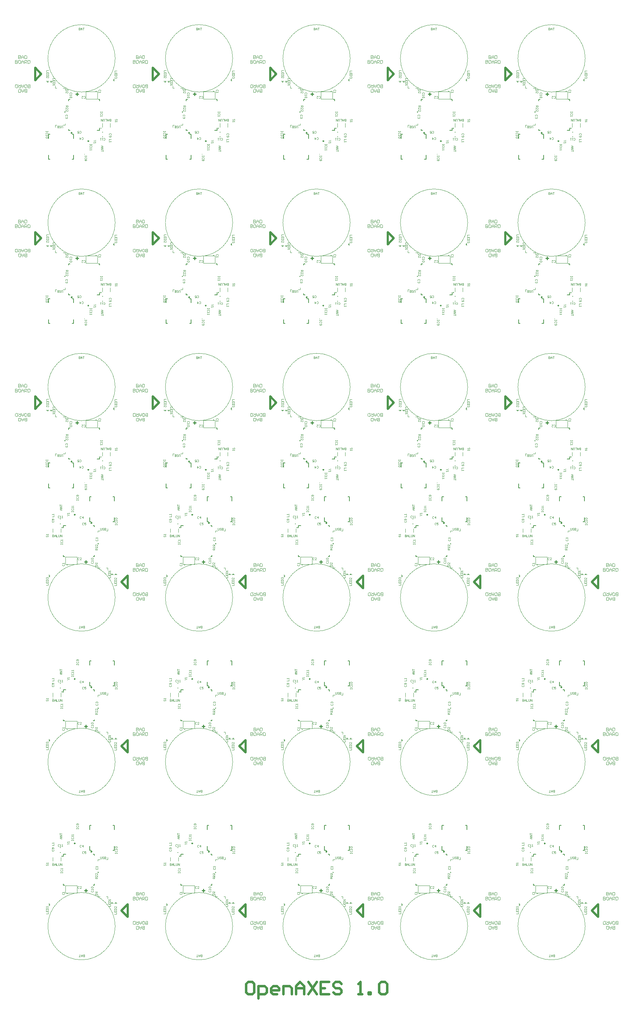
<source format=gto>
G04*
G04 #@! TF.GenerationSoftware,Altium Limited,Altium Designer,23.6.0 (18)*
G04*
G04 Layer_Color=65535*
%FSLAX44Y44*%
%MOMM*%
G71*
G04*
G04 #@! TF.SameCoordinates,542A25E6-394C-4203-B619-F464005C6F94*
G04*
G04*
G04 #@! TF.FilePolarity,Positive*
G04*
G01*
G75*
%ADD42C,0.2540*%
%ADD44C,0.1500*%
%ADD45C,0.5000*%
%ADD97C,0.2000*%
%ADD98C,0.1000*%
%ADD99C,0.6000*%
%ADD100C,0.2500*%
D42*
X1273800Y362600D02*
G03*
X1273800Y362600I0J-100D01*
G01*
X1327960Y280138D02*
X1334624D01*
X1331292Y283471D02*
Y276806D01*
X1273800Y757600D02*
G03*
X1273800Y757600I0J-100D01*
G01*
X1327960Y675138D02*
X1334624D01*
X1331292Y678471D02*
Y671806D01*
X1273800Y1152600D02*
G03*
X1273800Y1152600I0J-100D01*
G01*
X1327960Y1070138D02*
X1334624D01*
X1331292Y1073471D02*
Y1066806D01*
X991050Y362600D02*
G03*
X991050Y362600I0J-100D01*
G01*
X1045210Y280138D02*
X1051874D01*
X1048542Y283471D02*
Y276806D01*
X991050Y757600D02*
G03*
X991050Y757600I0J-100D01*
G01*
X1045210Y675138D02*
X1051874D01*
X1048542Y678471D02*
Y671806D01*
X991050Y1152600D02*
G03*
X991050Y1152600I0J-100D01*
G01*
X1045210Y1070138D02*
X1051874D01*
X1048542Y1073471D02*
Y1066806D01*
X708300Y362600D02*
G03*
X708300Y362600I0J-100D01*
G01*
X762460Y280138D02*
X769124D01*
X765792Y283471D02*
Y276806D01*
X708300Y757600D02*
G03*
X708300Y757600I0J-100D01*
G01*
X762460Y675138D02*
X769124D01*
X765792Y678471D02*
Y671806D01*
X708300Y1152600D02*
G03*
X708300Y1152600I0J-100D01*
G01*
X762460Y1070138D02*
X769124D01*
X765792Y1073471D02*
Y1066806D01*
X425550Y362600D02*
G03*
X425550Y362600I0J-100D01*
G01*
X479710Y280138D02*
X486374D01*
X483042Y283471D02*
Y276806D01*
X425550Y757600D02*
G03*
X425550Y757600I0J-100D01*
G01*
X479710Y675138D02*
X486374D01*
X483042Y678471D02*
Y671806D01*
X425550Y1152600D02*
G03*
X425550Y1152600I0J-100D01*
G01*
X479710Y1070138D02*
X486374D01*
X483042Y1073471D02*
Y1066806D01*
X142800Y362600D02*
G03*
X142800Y362600I0J-100D01*
G01*
X196960Y280138D02*
X203624D01*
X200292Y283471D02*
Y276806D01*
X142800Y757600D02*
G03*
X142800Y757600I0J-100D01*
G01*
X196960Y675138D02*
X203624D01*
X200292Y678471D02*
Y671806D01*
X142800Y1152600D02*
G03*
X142800Y1152600I0J-100D01*
G01*
X196960Y1070138D02*
X203624D01*
X200292Y1073471D02*
Y1066806D01*
X236200Y2112400D02*
G03*
X236200Y2112400I0J100D01*
G01*
X182040Y2194862D02*
X175375D01*
X178708Y2191529D02*
Y2198194D01*
X236200Y1717400D02*
G03*
X236200Y1717400I0J100D01*
G01*
X182040Y1799862D02*
X175375D01*
X178708Y1796529D02*
Y1803194D01*
X236200Y1322400D02*
G03*
X236200Y1322400I0J100D01*
G01*
X182040Y1404862D02*
X175375D01*
X178708Y1401529D02*
Y1408194D01*
X518950Y2112400D02*
G03*
X518950Y2112400I0J100D01*
G01*
X464790Y2194862D02*
X458126D01*
X461458Y2191529D02*
Y2198194D01*
X518950Y1717400D02*
G03*
X518950Y1717400I0J100D01*
G01*
X464790Y1799862D02*
X458126D01*
X461458Y1796529D02*
Y1803194D01*
X518950Y1322400D02*
G03*
X518950Y1322400I0J100D01*
G01*
X464790Y1404862D02*
X458126D01*
X461458Y1401529D02*
Y1408194D01*
X801700Y2112400D02*
G03*
X801700Y2112400I0J100D01*
G01*
X747540Y2194862D02*
X740876D01*
X744208Y2191529D02*
Y2198194D01*
X801700Y1717400D02*
G03*
X801700Y1717400I0J100D01*
G01*
X747540Y1799862D02*
X740876D01*
X744208Y1796529D02*
Y1803194D01*
X801700Y1322400D02*
G03*
X801700Y1322400I0J100D01*
G01*
X747540Y1404862D02*
X740876D01*
X744208Y1401529D02*
Y1408194D01*
X1084450Y2112400D02*
G03*
X1084450Y2112400I0J100D01*
G01*
X1030290Y2194862D02*
X1023626D01*
X1026958Y2191529D02*
Y2198194D01*
X1084450Y1717400D02*
G03*
X1084450Y1717400I0J100D01*
G01*
X1030290Y1799862D02*
X1023626D01*
X1026958Y1796529D02*
Y1803194D01*
X1084450Y1322400D02*
G03*
X1084450Y1322400I0J100D01*
G01*
X1030290Y1404862D02*
X1023626D01*
X1026958Y1401529D02*
Y1408194D01*
X1367200Y2112400D02*
G03*
X1367200Y2112400I0J100D01*
G01*
X1313040Y2194862D02*
X1306376D01*
X1309708Y2191529D02*
Y2198194D01*
X1367200Y1717400D02*
G03*
X1367200Y1717400I0J100D01*
G01*
X1313040Y1799862D02*
X1306376D01*
X1309708Y1796529D02*
Y1803194D01*
X1367200Y1322400D02*
G03*
X1367200Y1322400I0J100D01*
G01*
X1313040Y1404862D02*
X1306376D01*
X1309708Y1401529D02*
Y1408194D01*
D44*
X1360500Y324410D02*
G03*
X1360500Y324410I0J-750D01*
G01*
Y719410D02*
G03*
X1360500Y719410I0J-750D01*
G01*
Y1114410D02*
G03*
X1360500Y1114410I0J-750D01*
G01*
X1077750Y324410D02*
G03*
X1077750Y324410I0J-750D01*
G01*
Y719410D02*
G03*
X1077750Y719410I0J-750D01*
G01*
Y1114410D02*
G03*
X1077750Y1114410I0J-750D01*
G01*
X795000Y324410D02*
G03*
X795000Y324410I0J-750D01*
G01*
Y719410D02*
G03*
X795000Y719410I0J-750D01*
G01*
Y1114410D02*
G03*
X795000Y1114410I0J-750D01*
G01*
X512250Y324410D02*
G03*
X512250Y324410I0J-750D01*
G01*
Y719410D02*
G03*
X512250Y719410I0J-750D01*
G01*
Y1114410D02*
G03*
X512250Y1114410I0J-750D01*
G01*
X229500Y324410D02*
G03*
X229500Y324410I0J-750D01*
G01*
Y719410D02*
G03*
X229500Y719410I0J-750D01*
G01*
Y1114410D02*
G03*
X229500Y1114410I0J-750D01*
G01*
X149500Y2150590D02*
G03*
X149500Y2150590I0J750D01*
G01*
Y1755590D02*
G03*
X149500Y1755590I0J750D01*
G01*
Y1360590D02*
G03*
X149500Y1360590I0J750D01*
G01*
X432250Y2150590D02*
G03*
X432250Y2150590I0J750D01*
G01*
Y1755590D02*
G03*
X432250Y1755590I0J750D01*
G01*
Y1360590D02*
G03*
X432250Y1360590I0J750D01*
G01*
X715000Y2150590D02*
G03*
X715000Y2150590I0J750D01*
G01*
Y1755590D02*
G03*
X715000Y1755590I0J750D01*
G01*
Y1360590D02*
G03*
X715000Y1360590I0J750D01*
G01*
X997750Y2150590D02*
G03*
X997750Y2150590I0J750D01*
G01*
Y1755590D02*
G03*
X997750Y1755590I0J750D01*
G01*
Y1360590D02*
G03*
X997750Y1360590I0J750D01*
G01*
X1280500Y2150590D02*
G03*
X1280500Y2150590I0J750D01*
G01*
Y1755590D02*
G03*
X1280500Y1755590I0J750D01*
G01*
Y1360590D02*
G03*
X1280500Y1360590I0J750D01*
G01*
D45*
X360874Y2258000D02*
X375874Y2243000D01*
X360874Y2228000D02*
Y2258000D01*
Y2228000D02*
X375874Y2243000D01*
X77629Y2228000D02*
X92629Y2243000D01*
X77629Y2228000D02*
Y2258000D01*
X92629Y2243000D01*
X643269Y2258000D02*
X658269Y2243000D01*
X643269Y2228000D02*
Y2258000D01*
Y2228000D02*
X658269Y2243000D01*
X926019Y2228000D02*
X941019Y2243000D01*
X926019Y2228000D02*
Y2258000D01*
X941019Y2243000D01*
X1209129Y2258000D02*
X1224129Y2243000D01*
X1209129Y2228000D02*
Y2258000D01*
Y2228000D02*
X1224129Y2243000D01*
X1209129Y1833000D02*
X1224129Y1848000D01*
X1209129Y1833000D02*
Y1863000D01*
X1224129Y1848000D01*
X926019Y1863000D02*
X941019Y1848000D01*
X926019Y1833000D02*
Y1863000D01*
Y1833000D02*
X941019Y1848000D01*
X643269Y1833000D02*
X658269Y1848000D01*
X643269Y1833000D02*
Y1863000D01*
X658269Y1848000D01*
X77629Y1863000D02*
X92629Y1848000D01*
X77629Y1833000D02*
Y1863000D01*
Y1833000D02*
X92629Y1848000D01*
X360874Y1833000D02*
X375874Y1848000D01*
X360874Y1833000D02*
Y1863000D01*
X375874Y1848000D01*
X360874Y1468000D02*
X375874Y1453000D01*
X360874Y1438000D02*
Y1468000D01*
Y1438000D02*
X375874Y1453000D01*
X77629Y1438000D02*
X92629Y1453000D01*
X77629Y1438000D02*
Y1468000D01*
X92629Y1453000D01*
X643269Y1468000D02*
X658269Y1453000D01*
X643269Y1438000D02*
Y1468000D01*
Y1438000D02*
X658269Y1453000D01*
X926019Y1438000D02*
X941019Y1453000D01*
X926019Y1438000D02*
Y1468000D01*
X941019Y1453000D01*
X1209129Y1468000D02*
X1224129Y1453000D01*
X1209129Y1438000D02*
Y1468000D01*
Y1438000D02*
X1224129Y1453000D01*
X285871Y232000D02*
X300871Y247000D01*
Y217000D02*
Y247000D01*
X285871Y232000D02*
X300871Y217000D01*
X568981Y232000D02*
X583981Y217000D01*
Y247000D01*
X568981Y232000D02*
X583981Y247000D01*
X851731Y232000D02*
X866731Y247000D01*
Y217000D02*
Y247000D01*
X851731Y232000D02*
X866731Y217000D01*
X1417371Y232000D02*
X1432371Y217000D01*
Y247000D01*
X1417371Y232000D02*
X1432371Y247000D01*
X1134126Y232000D02*
X1149126Y247000D01*
Y217000D02*
Y247000D01*
X1134126Y232000D02*
X1149126Y217000D01*
X1134126Y627000D02*
X1149126Y612000D01*
Y642000D01*
X1134126Y627000D02*
X1149126Y642000D01*
X1417371Y627000D02*
X1432371Y642000D01*
Y612000D02*
Y642000D01*
X1417371Y627000D02*
X1432371Y612000D01*
X851731Y627000D02*
X866731Y612000D01*
Y642000D01*
X851731Y627000D02*
X866731Y642000D01*
X568981Y627000D02*
X583981Y642000D01*
Y612000D02*
Y642000D01*
X568981Y627000D02*
X583981Y612000D01*
X285871Y627000D02*
X300871Y612000D01*
Y642000D01*
X285871Y627000D02*
X300871Y642000D01*
X285871Y1022000D02*
X300871Y1037000D01*
Y1007000D02*
Y1037000D01*
X285871Y1022000D02*
X300871Y1007000D01*
X568981Y1022000D02*
X583981Y1007000D01*
Y1037000D01*
X568981Y1022000D02*
X583981Y1037000D01*
X851731Y1022000D02*
X866731Y1037000D01*
Y1007000D02*
Y1037000D01*
X851731Y1022000D02*
X866731Y1007000D01*
X1417371Y1022000D02*
X1432371Y1007000D01*
Y1037000D01*
X1417371Y1022000D02*
X1432371Y1037000D01*
X1134126Y1022000D02*
X1149126Y1037000D01*
Y1007000D02*
Y1037000D01*
X1134126Y1022000D02*
X1149126Y1007000D01*
D97*
X1270250Y383250D02*
X1269250D01*
X1270250Y371750D02*
X1269250D01*
X1276928Y362044D02*
Y367794D01*
X1282678D02*
X1276928D01*
X1351428D02*
X1348428D01*
X1351428Y364795D02*
Y367794D01*
Y293295D02*
Y296295D01*
Y293295D02*
X1348428D01*
X1276928D02*
Y296295D01*
X1279928Y293295D02*
X1276928D01*
X1343450Y437000D02*
X1339900D01*
Y427100D02*
Y437000D01*
X1399900Y377000D02*
Y386900D01*
Y427100D02*
Y437000D01*
X1396350D01*
X1343450Y377000D02*
X1339900D01*
X1399900D02*
X1396350D01*
X1339900D02*
Y386900D01*
X1270250Y778250D02*
X1269250D01*
X1270250Y766750D02*
X1269250D01*
X1276928Y757045D02*
Y762794D01*
X1282678D02*
X1276928D01*
X1351428D02*
X1348428D01*
X1351428Y759794D02*
Y762794D01*
Y688295D02*
Y691295D01*
Y688295D02*
X1348428D01*
X1276928D02*
Y691295D01*
X1279928Y688295D02*
X1276928D01*
X1343450Y832000D02*
X1339900D01*
Y822100D02*
Y832000D01*
X1399900Y772000D02*
Y781900D01*
Y822100D02*
Y832000D01*
X1396350D01*
X1343450Y772000D02*
X1339900D01*
X1399900D02*
X1396350D01*
X1339900D02*
Y781900D01*
X1270250Y1173250D02*
X1269250D01*
X1270250Y1161750D02*
X1269250D01*
X1276928Y1152045D02*
Y1157794D01*
X1282678D02*
X1276928D01*
X1351428D02*
X1348428D01*
X1351428Y1154794D02*
Y1157794D01*
Y1083295D02*
Y1086295D01*
Y1083295D02*
X1348428D01*
X1276928D02*
Y1086295D01*
X1279928Y1083295D02*
X1276928D01*
X1343450Y1227000D02*
X1339900D01*
Y1217100D02*
Y1227000D01*
X1399900Y1167000D02*
Y1176900D01*
Y1217100D02*
Y1227000D01*
X1396350D01*
X1343450Y1167000D02*
X1339900D01*
X1399900D02*
X1396350D01*
X1339900D02*
Y1176900D01*
X987500Y383250D02*
X986500D01*
X987500Y371750D02*
X986500D01*
X994178Y362044D02*
Y367794D01*
X999928D02*
X994178D01*
X1068678D02*
X1065678D01*
X1068678Y364795D02*
Y367794D01*
Y293295D02*
Y296295D01*
Y293295D02*
X1065678D01*
X994178D02*
Y296295D01*
X997178Y293295D02*
X994178D01*
X1060700Y437000D02*
X1057150D01*
Y427100D02*
Y437000D01*
X1117150Y377000D02*
Y386900D01*
Y427100D02*
Y437000D01*
X1113600D01*
X1060700Y377000D02*
X1057150D01*
X1117150D02*
X1113600D01*
X1057150D02*
Y386900D01*
X987500Y778250D02*
X986500D01*
X987500Y766750D02*
X986500D01*
X994178Y757045D02*
Y762794D01*
X999928D02*
X994178D01*
X1068678D02*
X1065678D01*
X1068678Y759794D02*
Y762794D01*
Y688295D02*
Y691295D01*
Y688295D02*
X1065678D01*
X994178D02*
Y691295D01*
X997178Y688295D02*
X994178D01*
X1060700Y832000D02*
X1057150D01*
Y822100D02*
Y832000D01*
X1117150Y772000D02*
Y781900D01*
Y822100D02*
Y832000D01*
X1113600D01*
X1060700Y772000D02*
X1057150D01*
X1117150D02*
X1113600D01*
X1057150D02*
Y781900D01*
X987500Y1173250D02*
X986500D01*
X987500Y1161750D02*
X986500D01*
X994178Y1152045D02*
Y1157794D01*
X999928D02*
X994178D01*
X1068678D02*
X1065678D01*
X1068678Y1154794D02*
Y1157794D01*
Y1083295D02*
Y1086295D01*
Y1083295D02*
X1065678D01*
X994178D02*
Y1086295D01*
X997178Y1083295D02*
X994178D01*
X1060700Y1227000D02*
X1057150D01*
Y1217100D02*
Y1227000D01*
X1117150Y1167000D02*
Y1176900D01*
Y1217100D02*
Y1227000D01*
X1113600D01*
X1060700Y1167000D02*
X1057150D01*
X1117150D02*
X1113600D01*
X1057150D02*
Y1176900D01*
X704750Y383250D02*
X703750D01*
X704750Y371750D02*
X703750D01*
X711428Y362044D02*
Y367794D01*
X717178D02*
X711428D01*
X785928D02*
X782928D01*
X785928Y364795D02*
Y367794D01*
Y293295D02*
Y296295D01*
Y293295D02*
X782928D01*
X711428D02*
Y296295D01*
X714428Y293295D02*
X711428D01*
X777950Y437000D02*
X774400D01*
Y427100D02*
Y437000D01*
X834400Y377000D02*
Y386900D01*
Y427100D02*
Y437000D01*
X830850D01*
X777950Y377000D02*
X774400D01*
X834400D02*
X830850D01*
X774400D02*
Y386900D01*
X704750Y778250D02*
X703750D01*
X704750Y766750D02*
X703750D01*
X711428Y757045D02*
Y762794D01*
X717178D02*
X711428D01*
X785928D02*
X782928D01*
X785928Y759794D02*
Y762794D01*
Y688295D02*
Y691295D01*
Y688295D02*
X782928D01*
X711428D02*
Y691295D01*
X714428Y688295D02*
X711428D01*
X777950Y832000D02*
X774400D01*
Y822100D02*
Y832000D01*
X834400Y772000D02*
Y781900D01*
Y822100D02*
Y832000D01*
X830850D01*
X777950Y772000D02*
X774400D01*
X834400D02*
X830850D01*
X774400D02*
Y781900D01*
X704750Y1173250D02*
X703750D01*
X704750Y1161750D02*
X703750D01*
X711428Y1152045D02*
Y1157794D01*
X717178D02*
X711428D01*
X785928D02*
X782928D01*
X785928Y1154794D02*
Y1157794D01*
Y1083295D02*
Y1086295D01*
Y1083295D02*
X782928D01*
X711428D02*
Y1086295D01*
X714428Y1083295D02*
X711428D01*
X777950Y1227000D02*
X774400D01*
Y1217100D02*
Y1227000D01*
X834400Y1167000D02*
Y1176900D01*
Y1217100D02*
Y1227000D01*
X830850D01*
X777950Y1167000D02*
X774400D01*
X834400D02*
X830850D01*
X774400D02*
Y1176900D01*
X422000Y383250D02*
X421000D01*
X422000Y371750D02*
X421000D01*
X428678Y362044D02*
Y367794D01*
X434428D02*
X428678D01*
X503178D02*
X500178D01*
X503178Y364795D02*
Y367794D01*
Y293295D02*
Y296295D01*
Y293295D02*
X500178D01*
X428678D02*
Y296295D01*
X431678Y293295D02*
X428678D01*
X495200Y437000D02*
X491650D01*
Y427100D02*
Y437000D01*
X551650Y377000D02*
Y386900D01*
Y427100D02*
Y437000D01*
X548100D01*
X495200Y377000D02*
X491650D01*
X551650D02*
X548100D01*
X491650D02*
Y386900D01*
X422000Y778250D02*
X421000D01*
X422000Y766750D02*
X421000D01*
X428678Y757045D02*
Y762794D01*
X434428D02*
X428678D01*
X503178D02*
X500178D01*
X503178Y759794D02*
Y762794D01*
Y688295D02*
Y691295D01*
Y688295D02*
X500178D01*
X428678D02*
Y691295D01*
X431678Y688295D02*
X428678D01*
X495200Y832000D02*
X491650D01*
Y822100D02*
Y832000D01*
X551650Y772000D02*
Y781900D01*
Y822100D02*
Y832000D01*
X548100D01*
X495200Y772000D02*
X491650D01*
X551650D02*
X548100D01*
X491650D02*
Y781900D01*
X422000Y1173250D02*
X421000D01*
X422000Y1161750D02*
X421000D01*
X428678Y1152045D02*
Y1157794D01*
X434428D02*
X428678D01*
X503178D02*
X500178D01*
X503178Y1154794D02*
Y1157794D01*
Y1083295D02*
Y1086295D01*
Y1083295D02*
X500178D01*
X428678D02*
Y1086295D01*
X431678Y1083295D02*
X428678D01*
X495200Y1227000D02*
X491650D01*
Y1217100D02*
Y1227000D01*
X551650Y1167000D02*
Y1176900D01*
Y1217100D02*
Y1227000D01*
X548100D01*
X495200Y1167000D02*
X491650D01*
X551650D02*
X548100D01*
X491650D02*
Y1176900D01*
X139250Y383250D02*
X138250D01*
X139250Y371750D02*
X138250D01*
X145927Y362044D02*
Y367794D01*
X151678D02*
X145927D01*
X220427D02*
X217428D01*
X220427Y364795D02*
Y367794D01*
Y293295D02*
Y296295D01*
Y293295D02*
X217428D01*
X145927D02*
Y296295D01*
X148927Y293295D02*
X145927D01*
X212450Y437000D02*
X208900D01*
Y427100D02*
Y437000D01*
X268900Y377000D02*
Y386900D01*
Y427100D02*
Y437000D01*
X265350D01*
X212450Y377000D02*
X208900D01*
X268900D02*
X265350D01*
X208900D02*
Y386900D01*
X139250Y778250D02*
X138250D01*
X139250Y766750D02*
X138250D01*
X145927Y757045D02*
Y762794D01*
X151678D02*
X145927D01*
X220427D02*
X217428D01*
X220427Y759794D02*
Y762794D01*
Y688295D02*
Y691295D01*
Y688295D02*
X217428D01*
X145927D02*
Y691295D01*
X148927Y688295D02*
X145927D01*
X212450Y832000D02*
X208900D01*
Y822100D02*
Y832000D01*
X268900Y772000D02*
Y781900D01*
Y822100D02*
Y832000D01*
X265350D01*
X212450Y772000D02*
X208900D01*
X268900D02*
X265350D01*
X208900D02*
Y781900D01*
X139250Y1173250D02*
X138250D01*
X139250Y1161750D02*
X138250D01*
X145927Y1152045D02*
Y1157794D01*
X151678D02*
X145927D01*
X220427D02*
X217428D01*
X220427Y1154794D02*
Y1157794D01*
Y1083295D02*
Y1086295D01*
Y1083295D02*
X217428D01*
X145927D02*
Y1086295D01*
X148927Y1083295D02*
X145927D01*
X212450Y1227000D02*
X208900D01*
Y1217100D02*
Y1227000D01*
X268900Y1167000D02*
Y1176900D01*
Y1217100D02*
Y1227000D01*
X265350D01*
X212450Y1167000D02*
X208900D01*
X268900D02*
X265350D01*
X208900D02*
Y1176900D01*
X239750Y2091750D02*
X240750D01*
X239750Y2103250D02*
X240750D01*
X233072Y2112955D02*
Y2107206D01*
X227322D02*
X233072D01*
X158572D02*
X161572D01*
X158572Y2110206D02*
Y2107206D01*
Y2181705D02*
Y2178705D01*
Y2181705D02*
X161572D01*
X233072D02*
Y2178705D01*
X230072Y2181705D02*
X233072D01*
X166550Y2038000D02*
X170100D01*
Y2047900D02*
Y2038000D01*
X110100Y2098000D02*
Y2088100D01*
Y2047900D02*
Y2038000D01*
X113650D01*
X166550Y2098000D02*
X170100D01*
X110100D02*
X113650D01*
X170100D02*
Y2088100D01*
X239750Y1696750D02*
X240750D01*
X239750Y1708250D02*
X240750D01*
X233072Y1717955D02*
Y1712206D01*
X227322D02*
X233072D01*
X158572D02*
X161572D01*
X158572Y1715206D02*
Y1712206D01*
Y1786705D02*
Y1783705D01*
Y1786705D02*
X161572D01*
X233072D02*
Y1783705D01*
X230072Y1786705D02*
X233072D01*
X166550Y1643000D02*
X170100D01*
Y1652900D02*
Y1643000D01*
X110100Y1703000D02*
Y1693100D01*
Y1652900D02*
Y1643000D01*
X113650D01*
X166550Y1703000D02*
X170100D01*
X110100D02*
X113650D01*
X170100D02*
Y1693100D01*
X239750Y1301750D02*
X240750D01*
X239750Y1313250D02*
X240750D01*
X233072Y1322955D02*
Y1317206D01*
X227322D02*
X233072D01*
X158572D02*
X161572D01*
X158572Y1320206D02*
Y1317206D01*
Y1391705D02*
Y1388705D01*
Y1391705D02*
X161572D01*
X233072D02*
Y1388705D01*
X230072Y1391705D02*
X233072D01*
X166550Y1248000D02*
X170100D01*
Y1257900D02*
Y1248000D01*
X110100Y1308000D02*
Y1298100D01*
Y1257900D02*
Y1248000D01*
X113650D01*
X166550Y1308000D02*
X170100D01*
X110100D02*
X113650D01*
X170100D02*
Y1298100D01*
X522500Y2091750D02*
X523500D01*
X522500Y2103250D02*
X523500D01*
X515822Y2112955D02*
Y2107206D01*
X510072D02*
X515822D01*
X441322D02*
X444322D01*
X441322Y2110206D02*
Y2107206D01*
Y2181705D02*
Y2178705D01*
Y2181705D02*
X444322D01*
X515822D02*
Y2178705D01*
X512822Y2181705D02*
X515822D01*
X449300Y2038000D02*
X452850D01*
Y2047900D02*
Y2038000D01*
X392850Y2098000D02*
Y2088100D01*
Y2047900D02*
Y2038000D01*
X396400D01*
X449300Y2098000D02*
X452850D01*
X392850D02*
X396400D01*
X452850D02*
Y2088100D01*
X522500Y1696750D02*
X523500D01*
X522500Y1708250D02*
X523500D01*
X515822Y1717955D02*
Y1712206D01*
X510072D02*
X515822D01*
X441322D02*
X444322D01*
X441322Y1715206D02*
Y1712206D01*
Y1786705D02*
Y1783705D01*
Y1786705D02*
X444322D01*
X515822D02*
Y1783705D01*
X512822Y1786705D02*
X515822D01*
X449300Y1643000D02*
X452850D01*
Y1652900D02*
Y1643000D01*
X392850Y1703000D02*
Y1693100D01*
Y1652900D02*
Y1643000D01*
X396400D01*
X449300Y1703000D02*
X452850D01*
X392850D02*
X396400D01*
X452850D02*
Y1693100D01*
X522500Y1301750D02*
X523500D01*
X522500Y1313250D02*
X523500D01*
X515822Y1322955D02*
Y1317206D01*
X510072D02*
X515822D01*
X441322D02*
X444322D01*
X441322Y1320206D02*
Y1317206D01*
Y1391705D02*
Y1388705D01*
Y1391705D02*
X444322D01*
X515822D02*
Y1388705D01*
X512822Y1391705D02*
X515822D01*
X449300Y1248000D02*
X452850D01*
Y1257900D02*
Y1248000D01*
X392850Y1308000D02*
Y1298100D01*
Y1257900D02*
Y1248000D01*
X396400D01*
X449300Y1308000D02*
X452850D01*
X392850D02*
X396400D01*
X452850D02*
Y1298100D01*
X805250Y2091750D02*
X806250D01*
X805250Y2103250D02*
X806250D01*
X798572Y2112955D02*
Y2107206D01*
X792822D02*
X798572D01*
X724072D02*
X727072D01*
X724072Y2110206D02*
Y2107206D01*
Y2181705D02*
Y2178705D01*
Y2181705D02*
X727072D01*
X798572D02*
Y2178705D01*
X795572Y2181705D02*
X798572D01*
X732050Y2038000D02*
X735600D01*
Y2047900D02*
Y2038000D01*
X675600Y2098000D02*
Y2088100D01*
Y2047900D02*
Y2038000D01*
X679150D01*
X732050Y2098000D02*
X735600D01*
X675600D02*
X679150D01*
X735600D02*
Y2088100D01*
X805250Y1696750D02*
X806250D01*
X805250Y1708250D02*
X806250D01*
X798572Y1717955D02*
Y1712206D01*
X792822D02*
X798572D01*
X724072D02*
X727072D01*
X724072Y1715206D02*
Y1712206D01*
Y1786705D02*
Y1783705D01*
Y1786705D02*
X727072D01*
X798572D02*
Y1783705D01*
X795572Y1786705D02*
X798572D01*
X732050Y1643000D02*
X735600D01*
Y1652900D02*
Y1643000D01*
X675600Y1703000D02*
Y1693100D01*
Y1652900D02*
Y1643000D01*
X679150D01*
X732050Y1703000D02*
X735600D01*
X675600D02*
X679150D01*
X735600D02*
Y1693100D01*
X805250Y1301750D02*
X806250D01*
X805250Y1313250D02*
X806250D01*
X798572Y1322955D02*
Y1317206D01*
X792822D02*
X798572D01*
X724072D02*
X727072D01*
X724072Y1320206D02*
Y1317206D01*
Y1391705D02*
Y1388705D01*
Y1391705D02*
X727072D01*
X798572D02*
Y1388705D01*
X795572Y1391705D02*
X798572D01*
X732050Y1248000D02*
X735600D01*
Y1257900D02*
Y1248000D01*
X675600Y1308000D02*
Y1298100D01*
Y1257900D02*
Y1248000D01*
X679150D01*
X732050Y1308000D02*
X735600D01*
X675600D02*
X679150D01*
X735600D02*
Y1298100D01*
X1088000Y2091750D02*
X1089000D01*
X1088000Y2103250D02*
X1089000D01*
X1081322Y2112955D02*
Y2107206D01*
X1075572D02*
X1081322D01*
X1006822D02*
X1009822D01*
X1006822Y2110206D02*
Y2107206D01*
Y2181705D02*
Y2178705D01*
Y2181705D02*
X1009822D01*
X1081322D02*
Y2178705D01*
X1078322Y2181705D02*
X1081322D01*
X1014800Y2038000D02*
X1018350D01*
Y2047900D02*
Y2038000D01*
X958350Y2098000D02*
Y2088100D01*
Y2047900D02*
Y2038000D01*
X961900D01*
X1014800Y2098000D02*
X1018350D01*
X958350D02*
X961900D01*
X1018350D02*
Y2088100D01*
X1088000Y1696750D02*
X1089000D01*
X1088000Y1708250D02*
X1089000D01*
X1081322Y1717955D02*
Y1712206D01*
X1075572D02*
X1081322D01*
X1006822D02*
X1009822D01*
X1006822Y1715206D02*
Y1712206D01*
Y1786705D02*
Y1783705D01*
Y1786705D02*
X1009822D01*
X1081322D02*
Y1783705D01*
X1078322Y1786705D02*
X1081322D01*
X1014800Y1643000D02*
X1018350D01*
Y1652900D02*
Y1643000D01*
X958350Y1703000D02*
Y1693100D01*
Y1652900D02*
Y1643000D01*
X961900D01*
X1014800Y1703000D02*
X1018350D01*
X958350D02*
X961900D01*
X1018350D02*
Y1693100D01*
X1088000Y1301750D02*
X1089000D01*
X1088000Y1313250D02*
X1089000D01*
X1081322Y1322955D02*
Y1317206D01*
X1075572D02*
X1081322D01*
X1006822D02*
X1009822D01*
X1006822Y1320206D02*
Y1317206D01*
Y1391705D02*
Y1388705D01*
Y1391705D02*
X1009822D01*
X1081322D02*
Y1388705D01*
X1078322Y1391705D02*
X1081322D01*
X1014800Y1248000D02*
X1018350D01*
Y1257900D02*
Y1248000D01*
X958350Y1308000D02*
Y1298100D01*
Y1257900D02*
Y1248000D01*
X961900D01*
X1014800Y1308000D02*
X1018350D01*
X958350D02*
X961900D01*
X1018350D02*
Y1298100D01*
X1370750Y2091750D02*
X1371750D01*
X1370750Y2103250D02*
X1371750D01*
X1364073Y2112955D02*
Y2107206D01*
X1358322D02*
X1364073D01*
X1289572D02*
X1292572D01*
X1289572Y2110206D02*
Y2107206D01*
Y2181705D02*
Y2178705D01*
Y2181705D02*
X1292572D01*
X1364073D02*
Y2178705D01*
X1361073Y2181705D02*
X1364073D01*
X1297550Y2038000D02*
X1301100D01*
Y2047900D02*
Y2038000D01*
X1241100Y2098000D02*
Y2088100D01*
Y2047900D02*
Y2038000D01*
X1244650D01*
X1297550Y2098000D02*
X1301100D01*
X1241100D02*
X1244650D01*
X1301100D02*
Y2088100D01*
X1370750Y1696750D02*
X1371750D01*
X1370750Y1708250D02*
X1371750D01*
X1364073Y1717955D02*
Y1712206D01*
X1358322D02*
X1364073D01*
X1289572D02*
X1292572D01*
X1289572Y1715206D02*
Y1712206D01*
Y1786705D02*
Y1783705D01*
Y1786705D02*
X1292572D01*
X1364073D02*
Y1783705D01*
X1361073Y1786705D02*
X1364073D01*
X1297550Y1643000D02*
X1301100D01*
Y1652900D02*
Y1643000D01*
X1241100Y1703000D02*
Y1693100D01*
Y1652900D02*
Y1643000D01*
X1244650D01*
X1297550Y1703000D02*
X1301100D01*
X1241100D02*
X1244650D01*
X1301100D02*
Y1693100D01*
X1370750Y1301750D02*
X1371750D01*
X1370750Y1313250D02*
X1371750D01*
X1364073Y1322955D02*
Y1317206D01*
X1358322D02*
X1364073D01*
X1289572D02*
X1292572D01*
X1289572Y1320206D02*
Y1317206D01*
Y1391705D02*
Y1388705D01*
Y1391705D02*
X1292572D01*
X1364073D02*
Y1388705D01*
X1361073Y1391705D02*
X1364073D01*
X1297550Y1248000D02*
X1301100D01*
Y1257900D02*
Y1248000D01*
X1241100Y1308000D02*
Y1298100D01*
Y1257900D02*
Y1248000D01*
X1244650D01*
X1297550Y1308000D02*
X1301100D01*
X1241100D02*
X1244650D01*
X1301100D02*
Y1298100D01*
D98*
X1189127Y2198553D02*
Y2206050D01*
X1185378D01*
X1184128Y2204801D01*
Y2203551D01*
X1185378Y2202301D01*
X1189127D01*
X1185378D01*
X1184128Y2201052D01*
Y2199802D01*
X1185378Y2198553D01*
X1189127D01*
X1181629Y2206050D02*
Y2201052D01*
X1179130Y2198553D01*
X1176631Y2201052D01*
Y2206050D01*
Y2202301D01*
X1181629D01*
X1174132Y2198553D02*
Y2206050D01*
X1170383D01*
X1169133Y2204801D01*
Y2199802D01*
X1170383Y2198553D01*
X1174132D01*
X1196624Y2209950D02*
Y2217447D01*
X1192876D01*
X1191626Y2216198D01*
Y2214948D01*
X1192876Y2213699D01*
X1196624D01*
X1192876D01*
X1191626Y2212449D01*
Y2211199D01*
X1192876Y2209950D01*
X1196624D01*
X1185378D02*
X1187877D01*
X1189127Y2211199D01*
Y2216198D01*
X1187877Y2217447D01*
X1185378D01*
X1184128Y2216198D01*
Y2211199D01*
X1185378Y2209950D01*
X1181629Y2217447D02*
Y2212449D01*
X1179130Y2209950D01*
X1176631Y2212449D01*
Y2217447D01*
Y2213699D01*
X1181629D01*
X1174132Y2217447D02*
Y2209950D01*
X1170383D01*
X1169133Y2211199D01*
Y2213699D01*
X1170383Y2214948D01*
X1174132D01*
X1171632D02*
X1169133Y2217447D01*
X1166634Y2209950D02*
Y2217447D01*
X1162885D01*
X1161636Y2216198D01*
Y2211199D01*
X1162885Y2209950D01*
X1166634D01*
X603983Y671447D02*
Y663950D01*
X607732D01*
X608982Y665199D01*
Y666449D01*
X607732Y667699D01*
X603983D01*
X607732D01*
X608982Y668948D01*
Y670198D01*
X607732Y671447D01*
X603983D01*
X611481Y663950D02*
Y668948D01*
X613980Y671447D01*
X616479Y668948D01*
Y663950D01*
Y667699D01*
X611481D01*
X618978Y671447D02*
Y663950D01*
X622727D01*
X623977Y665199D01*
Y670198D01*
X622727Y671447D01*
X618978D01*
X596486Y660050D02*
Y652553D01*
X600234D01*
X601484Y653802D01*
Y655052D01*
X600234Y656301D01*
X596486D01*
X600234D01*
X601484Y657551D01*
Y658801D01*
X600234Y660050D01*
X596486D01*
X607732D02*
X605233D01*
X603983Y658801D01*
Y653802D01*
X605233Y652553D01*
X607732D01*
X608982Y653802D01*
Y658801D01*
X607732Y660050D01*
X611481Y652553D02*
Y657551D01*
X613980Y660050D01*
X616479Y657551D01*
Y652553D01*
Y656301D01*
X611481D01*
X618978Y652553D02*
Y660050D01*
X622727D01*
X623977Y658801D01*
Y656301D01*
X622727Y655052D01*
X618978D01*
X621478D02*
X623977Y652553D01*
X626476Y660050D02*
Y652553D01*
X630225D01*
X631474Y653802D01*
Y658801D01*
X630225Y660050D01*
X626476D01*
X1169133Y1497447D02*
Y1489950D01*
X1172882D01*
X1174132Y1491199D01*
Y1492449D01*
X1172882Y1493698D01*
X1169133D01*
X1172882D01*
X1174132Y1494948D01*
Y1496198D01*
X1172882Y1497447D01*
X1169133D01*
X1176631Y1489950D02*
Y1494948D01*
X1179130Y1497447D01*
X1181629Y1494948D01*
Y1489950D01*
Y1493698D01*
X1176631D01*
X1184128Y1497447D02*
Y1489950D01*
X1187877D01*
X1189127Y1491199D01*
Y1496198D01*
X1187877Y1497447D01*
X1184128D01*
X1161636Y1486050D02*
Y1478553D01*
X1165384D01*
X1166634Y1479802D01*
Y1481052D01*
X1165384Y1482301D01*
X1161636D01*
X1165384D01*
X1166634Y1483551D01*
Y1484801D01*
X1165384Y1486050D01*
X1161636D01*
X1172882D02*
X1170383D01*
X1169133Y1484801D01*
Y1479802D01*
X1170383Y1478553D01*
X1172882D01*
X1174132Y1479802D01*
Y1484801D01*
X1172882Y1486050D01*
X1176631Y1478553D02*
Y1483551D01*
X1179130Y1486050D01*
X1181629Y1483551D01*
Y1478553D01*
Y1482301D01*
X1176631D01*
X1184128Y1478553D02*
Y1486050D01*
X1187877D01*
X1189127Y1484801D01*
Y1482301D01*
X1187877Y1481052D01*
X1184128D01*
X1186628D02*
X1189127Y1478553D01*
X1191626Y1486050D02*
Y1478553D01*
X1195375D01*
X1196624Y1479802D01*
Y1484801D01*
X1195375Y1486050D01*
X1191626D01*
X1189122Y582553D02*
Y590050D01*
X1185373D01*
X1184123Y588801D01*
Y587551D01*
X1185373Y586301D01*
X1189122D01*
X1185373D01*
X1184123Y585052D01*
Y583802D01*
X1185373Y582553D01*
X1189122D01*
X1181624Y590050D02*
Y585052D01*
X1179125Y582553D01*
X1176626Y585052D01*
Y590050D01*
Y586301D01*
X1181624D01*
X1174127Y582553D02*
Y590050D01*
X1170378D01*
X1169128Y588801D01*
Y583802D01*
X1170378Y582553D01*
X1174127D01*
X1196619Y593950D02*
Y601447D01*
X1192871D01*
X1191621Y600198D01*
Y598948D01*
X1192871Y597699D01*
X1196619D01*
X1192871D01*
X1191621Y596449D01*
Y595199D01*
X1192871Y593950D01*
X1196619D01*
X1185373D02*
X1187872D01*
X1189122Y595199D01*
Y600198D01*
X1187872Y601447D01*
X1185373D01*
X1184123Y600198D01*
Y595199D01*
X1185373Y593950D01*
X1181624Y601447D02*
Y596449D01*
X1179125Y593950D01*
X1176626Y596449D01*
Y601447D01*
Y597699D01*
X1181624D01*
X1174127Y601447D02*
Y593950D01*
X1170378D01*
X1169128Y595199D01*
Y597699D01*
X1170378Y598948D01*
X1174127D01*
X1171627D02*
X1169128Y601447D01*
X1166629Y593950D02*
Y601447D01*
X1162880D01*
X1161631Y600198D01*
Y595199D01*
X1162880Y593950D01*
X1166629D01*
X57627Y1408553D02*
Y1416050D01*
X53878D01*
X52628Y1414801D01*
Y1413551D01*
X53878Y1412301D01*
X57627D01*
X53878D01*
X52628Y1411052D01*
Y1409802D01*
X53878Y1408553D01*
X57627D01*
X50129Y1416050D02*
Y1411052D01*
X47630Y1408553D01*
X45131Y1411052D01*
Y1416050D01*
Y1412301D01*
X50129D01*
X42632Y1408553D02*
Y1416050D01*
X38883D01*
X37633Y1414801D01*
Y1409802D01*
X38883Y1408553D01*
X42632D01*
X65124Y1419950D02*
Y1427447D01*
X61376D01*
X60126Y1426198D01*
Y1424948D01*
X61376Y1423698D01*
X65124D01*
X61376D01*
X60126Y1422449D01*
Y1421199D01*
X61376Y1419950D01*
X65124D01*
X53878D02*
X56377D01*
X57627Y1421199D01*
Y1426198D01*
X56377Y1427447D01*
X53878D01*
X52628Y1426198D01*
Y1421199D01*
X53878Y1419950D01*
X50129Y1427447D02*
Y1422449D01*
X47630Y1419950D01*
X45131Y1422449D01*
Y1427447D01*
Y1423698D01*
X50129D01*
X42632Y1427447D02*
Y1419950D01*
X38883D01*
X37633Y1421199D01*
Y1423698D01*
X38883Y1424948D01*
X42632D01*
X40132D02*
X37633Y1427447D01*
X35134Y1419950D02*
Y1427447D01*
X31385D01*
X30136Y1426198D01*
Y1421199D01*
X31385Y1419950D01*
X35134D01*
X906727Y187553D02*
Y195050D01*
X902978D01*
X901728Y193801D01*
Y192551D01*
X902978Y191301D01*
X906727D01*
X902978D01*
X901728Y190052D01*
Y188802D01*
X902978Y187553D01*
X906727D01*
X899229Y195050D02*
Y190052D01*
X896730Y187553D01*
X894231Y190052D01*
Y195050D01*
Y191301D01*
X899229D01*
X891732Y187553D02*
Y195050D01*
X887983D01*
X886733Y193801D01*
Y188802D01*
X887983Y187553D01*
X891732D01*
X914224Y198950D02*
Y206447D01*
X910476D01*
X909226Y205198D01*
Y203948D01*
X910476Y202699D01*
X914224D01*
X910476D01*
X909226Y201449D01*
Y200199D01*
X910476Y198950D01*
X914224D01*
X902978D02*
X905477D01*
X906727Y200199D01*
Y205198D01*
X905477Y206447D01*
X902978D01*
X901728Y205198D01*
Y200199D01*
X902978Y198950D01*
X899229Y206447D02*
Y201449D01*
X896730Y198950D01*
X894231Y201449D01*
Y206447D01*
Y202699D01*
X899229D01*
X891732Y206447D02*
Y198950D01*
X887983D01*
X886733Y200199D01*
Y202699D01*
X887983Y203948D01*
X891732D01*
X889232D02*
X886733Y206447D01*
X884234Y198950D02*
Y206447D01*
X880485D01*
X879236Y205198D01*
Y200199D01*
X880485Y198950D01*
X884234D01*
X340872Y1803553D02*
Y1811050D01*
X337123D01*
X335873Y1809801D01*
Y1808551D01*
X337123Y1807301D01*
X340872D01*
X337123D01*
X335873Y1806052D01*
Y1804802D01*
X337123Y1803553D01*
X340872D01*
X333374Y1811050D02*
Y1806052D01*
X330875Y1803553D01*
X328376Y1806052D01*
Y1811050D01*
Y1807301D01*
X333374D01*
X325877Y1803553D02*
Y1811050D01*
X322128D01*
X320878Y1809801D01*
Y1804802D01*
X322128Y1803553D01*
X325877D01*
X348369Y1814950D02*
Y1822447D01*
X344621D01*
X343371Y1821198D01*
Y1819948D01*
X344621Y1818699D01*
X348369D01*
X344621D01*
X343371Y1817449D01*
Y1816199D01*
X344621Y1814950D01*
X348369D01*
X337123D02*
X339622D01*
X340872Y1816199D01*
Y1821198D01*
X339622Y1822447D01*
X337123D01*
X335873Y1821198D01*
Y1816199D01*
X337123Y1814950D01*
X333374Y1822447D02*
Y1817449D01*
X330875Y1814950D01*
X328376Y1817449D01*
Y1822447D01*
Y1818699D01*
X333374D01*
X325877Y1822447D02*
Y1814950D01*
X322128D01*
X320878Y1816199D01*
Y1818699D01*
X322128Y1819948D01*
X325877D01*
X323377D02*
X320878Y1822447D01*
X318379Y1814950D02*
Y1822447D01*
X314630D01*
X313381Y1821198D01*
Y1816199D01*
X314630Y1814950D01*
X318379D01*
X320878Y1892447D02*
Y1884950D01*
X324627D01*
X325877Y1886199D01*
Y1887449D01*
X324627Y1888698D01*
X320878D01*
X324627D01*
X325877Y1889948D01*
Y1891198D01*
X324627Y1892447D01*
X320878D01*
X328376Y1884950D02*
Y1889948D01*
X330875Y1892447D01*
X333374Y1889948D01*
Y1884950D01*
Y1888698D01*
X328376D01*
X335873Y1892447D02*
Y1884950D01*
X339622D01*
X340872Y1886199D01*
Y1891198D01*
X339622Y1892447D01*
X335873D01*
X313381Y1881050D02*
Y1873553D01*
X317129D01*
X318379Y1874802D01*
Y1876052D01*
X317129Y1877301D01*
X313381D01*
X317129D01*
X318379Y1878551D01*
Y1879801D01*
X317129Y1881050D01*
X313381D01*
X324627D02*
X322128D01*
X320878Y1879801D01*
Y1874802D01*
X322128Y1873553D01*
X324627D01*
X325877Y1874802D01*
Y1879801D01*
X324627Y1881050D01*
X328376Y1873553D02*
Y1878551D01*
X330875Y1881050D01*
X333374Y1878551D01*
Y1873553D01*
Y1877301D01*
X328376D01*
X335873Y1873553D02*
Y1881050D01*
X339622D01*
X340872Y1879801D01*
Y1877301D01*
X339622Y1876052D01*
X335873D01*
X338373D02*
X340872Y1873553D01*
X343371Y1881050D02*
Y1873553D01*
X347120D01*
X348369Y1874802D01*
Y1879801D01*
X347120Y1881050D01*
X343371D01*
X320878Y1497447D02*
Y1489950D01*
X324627D01*
X325877Y1491199D01*
Y1492449D01*
X324627Y1493698D01*
X320878D01*
X324627D01*
X325877Y1494948D01*
Y1496198D01*
X324627Y1497447D01*
X320878D01*
X328376Y1489950D02*
Y1494948D01*
X330875Y1497447D01*
X333374Y1494948D01*
Y1489950D01*
Y1493698D01*
X328376D01*
X335873Y1497447D02*
Y1489950D01*
X339622D01*
X340872Y1491199D01*
Y1496198D01*
X339622Y1497447D01*
X335873D01*
X313381Y1486050D02*
Y1478553D01*
X317129D01*
X318379Y1479802D01*
Y1481052D01*
X317129Y1482301D01*
X313381D01*
X317129D01*
X318379Y1483551D01*
Y1484801D01*
X317129Y1486050D01*
X313381D01*
X324627D02*
X322128D01*
X320878Y1484801D01*
Y1479802D01*
X322128Y1478553D01*
X324627D01*
X325877Y1479802D01*
Y1484801D01*
X324627Y1486050D01*
X328376Y1478553D02*
Y1483551D01*
X330875Y1486050D01*
X333374Y1483551D01*
Y1478553D01*
Y1482301D01*
X328376D01*
X335873Y1478553D02*
Y1486050D01*
X339622D01*
X340872Y1484801D01*
Y1482301D01*
X339622Y1481052D01*
X335873D01*
X338373D02*
X340872Y1478553D01*
X343371Y1486050D02*
Y1478553D01*
X347120D01*
X348369Y1479802D01*
Y1484801D01*
X347120Y1486050D01*
X343371D01*
X340872Y2198553D02*
Y2206050D01*
X337123D01*
X335873Y2204801D01*
Y2203551D01*
X337123Y2202301D01*
X340872D01*
X337123D01*
X335873Y2201052D01*
Y2199802D01*
X337123Y2198553D01*
X340872D01*
X333374Y2206050D02*
Y2201052D01*
X330875Y2198553D01*
X328376Y2201052D01*
Y2206050D01*
Y2202301D01*
X333374D01*
X325877Y2198553D02*
Y2206050D01*
X322128D01*
X320878Y2204801D01*
Y2199802D01*
X322128Y2198553D01*
X325877D01*
X348369Y2209950D02*
Y2217447D01*
X344621D01*
X343371Y2216198D01*
Y2214948D01*
X344621Y2213699D01*
X348369D01*
X344621D01*
X343371Y2212449D01*
Y2211199D01*
X344621Y2209950D01*
X348369D01*
X337123D02*
X339622D01*
X340872Y2211199D01*
Y2216198D01*
X339622Y2217447D01*
X337123D01*
X335873Y2216198D01*
Y2211199D01*
X337123Y2209950D01*
X333374Y2217447D02*
Y2212449D01*
X330875Y2209950D01*
X328376Y2212449D01*
Y2217447D01*
Y2213699D01*
X333374D01*
X325877Y2217447D02*
Y2209950D01*
X322128D01*
X320878Y2211199D01*
Y2213699D01*
X322128Y2214948D01*
X325877D01*
X323377D02*
X320878Y2217447D01*
X318379Y2209950D02*
Y2217447D01*
X314630D01*
X313381Y2216198D01*
Y2211199D01*
X314630Y2209950D01*
X318379D01*
X886733Y671447D02*
Y663950D01*
X890482D01*
X891732Y665199D01*
Y666449D01*
X890482Y667699D01*
X886733D01*
X890482D01*
X891732Y668948D01*
Y670198D01*
X890482Y671447D01*
X886733D01*
X894231Y663950D02*
Y668948D01*
X896730Y671447D01*
X899229Y668948D01*
Y663950D01*
Y667699D01*
X894231D01*
X901728Y671447D02*
Y663950D01*
X905477D01*
X906727Y665199D01*
Y670198D01*
X905477Y671447D01*
X901728D01*
X879236Y660050D02*
Y652553D01*
X882984D01*
X884234Y653802D01*
Y655052D01*
X882984Y656301D01*
X879236D01*
X882984D01*
X884234Y657551D01*
Y658801D01*
X882984Y660050D01*
X879236D01*
X890482D02*
X887983D01*
X886733Y658801D01*
Y653802D01*
X887983Y652553D01*
X890482D01*
X891732Y653802D01*
Y658801D01*
X890482Y660050D01*
X894231Y652553D02*
Y657551D01*
X896730Y660050D01*
X899229Y657551D01*
Y652553D01*
Y656301D01*
X894231D01*
X901728Y652553D02*
Y660050D01*
X905477D01*
X906727Y658801D01*
Y656301D01*
X905477Y655052D01*
X901728D01*
X904228D02*
X906727Y652553D01*
X909226Y660050D02*
Y652553D01*
X912975D01*
X914224Y653802D01*
Y658801D01*
X912975Y660050D01*
X909226D01*
X886733Y1066447D02*
Y1058950D01*
X890482D01*
X891732Y1060199D01*
Y1061449D01*
X890482Y1062699D01*
X886733D01*
X890482D01*
X891732Y1063948D01*
Y1065198D01*
X890482Y1066447D01*
X886733D01*
X894231Y1058950D02*
Y1063948D01*
X896730Y1066447D01*
X899229Y1063948D01*
Y1058950D01*
Y1062699D01*
X894231D01*
X901728Y1066447D02*
Y1058950D01*
X905477D01*
X906727Y1060199D01*
Y1065198D01*
X905477Y1066447D01*
X901728D01*
X879236Y1055050D02*
Y1047553D01*
X882984D01*
X884234Y1048802D01*
Y1050052D01*
X882984Y1051301D01*
X879236D01*
X882984D01*
X884234Y1052551D01*
Y1053801D01*
X882984Y1055050D01*
X879236D01*
X890482D02*
X887983D01*
X886733Y1053801D01*
Y1048802D01*
X887983Y1047553D01*
X890482D01*
X891732Y1048802D01*
Y1053801D01*
X890482Y1055050D01*
X894231Y1047553D02*
Y1052551D01*
X896730Y1055050D01*
X899229Y1052551D01*
Y1047553D01*
Y1051301D01*
X894231D01*
X901728Y1047553D02*
Y1055050D01*
X905477D01*
X906727Y1053801D01*
Y1051301D01*
X905477Y1050052D01*
X901728D01*
X904228D02*
X906727Y1047553D01*
X909226Y1055050D02*
Y1047553D01*
X912975D01*
X914224Y1048802D01*
Y1053801D01*
X912975Y1055050D01*
X909226D01*
X623267Y1803553D02*
Y1811050D01*
X619518D01*
X618268Y1809801D01*
Y1808551D01*
X619518Y1807301D01*
X623267D01*
X619518D01*
X618268Y1806052D01*
Y1804802D01*
X619518Y1803553D01*
X623267D01*
X615769Y1811050D02*
Y1806052D01*
X613270Y1803553D01*
X610771Y1806052D01*
Y1811050D01*
Y1807301D01*
X615769D01*
X608272Y1803553D02*
Y1811050D01*
X604523D01*
X603273Y1809801D01*
Y1804802D01*
X604523Y1803553D01*
X608272D01*
X630764Y1814950D02*
Y1822447D01*
X627016D01*
X625766Y1821198D01*
Y1819948D01*
X627016Y1818699D01*
X630764D01*
X627016D01*
X625766Y1817449D01*
Y1816199D01*
X627016Y1814950D01*
X630764D01*
X619518D02*
X622017D01*
X623267Y1816199D01*
Y1821198D01*
X622017Y1822447D01*
X619518D01*
X618268Y1821198D01*
Y1816199D01*
X619518Y1814950D01*
X615769Y1822447D02*
Y1817449D01*
X613270Y1814950D01*
X610771Y1817449D01*
Y1822447D01*
Y1818699D01*
X615769D01*
X608272Y1822447D02*
Y1814950D01*
X604523D01*
X603273Y1816199D01*
Y1818699D01*
X604523Y1819948D01*
X608272D01*
X605772D02*
X603273Y1822447D01*
X600774Y1814950D02*
Y1822447D01*
X597025D01*
X595776Y1821198D01*
Y1816199D01*
X597025Y1814950D01*
X600774D01*
X37633Y2287447D02*
Y2279950D01*
X41382D01*
X42632Y2281199D01*
Y2282449D01*
X41382Y2283698D01*
X37633D01*
X41382D01*
X42632Y2284948D01*
Y2286198D01*
X41382Y2287447D01*
X37633D01*
X45131Y2279950D02*
Y2284948D01*
X47630Y2287447D01*
X50129Y2284948D01*
Y2279950D01*
Y2283698D01*
X45131D01*
X52628Y2287447D02*
Y2279950D01*
X56377D01*
X57627Y2281199D01*
Y2286198D01*
X56377Y2287447D01*
X52628D01*
X30136Y2276050D02*
Y2268553D01*
X33884D01*
X35134Y2269802D01*
Y2271052D01*
X33884Y2272301D01*
X30136D01*
X33884D01*
X35134Y2273551D01*
Y2274801D01*
X33884Y2276050D01*
X30136D01*
X41382D02*
X38883D01*
X37633Y2274801D01*
Y2269802D01*
X38883Y2268553D01*
X41382D01*
X42632Y2269802D01*
Y2274801D01*
X41382Y2276050D01*
X45131Y2268553D02*
Y2273551D01*
X47630Y2276050D01*
X50129Y2273551D01*
Y2268553D01*
Y2272301D01*
X45131D01*
X52628Y2268553D02*
Y2276050D01*
X56377D01*
X57627Y2274801D01*
Y2272301D01*
X56377Y2271052D01*
X52628D01*
X55128D02*
X57627Y2268553D01*
X60126Y2276050D02*
Y2268553D01*
X63875D01*
X65124Y2269802D01*
Y2274801D01*
X63875Y2276050D01*
X60126D01*
X37633Y1497447D02*
Y1489950D01*
X41382D01*
X42632Y1491199D01*
Y1492449D01*
X41382Y1493698D01*
X37633D01*
X41382D01*
X42632Y1494948D01*
Y1496198D01*
X41382Y1497447D01*
X37633D01*
X45131Y1489950D02*
Y1494948D01*
X47630Y1497447D01*
X50129Y1494948D01*
Y1489950D01*
Y1493698D01*
X45131D01*
X52628Y1497447D02*
Y1489950D01*
X56377D01*
X57627Y1491199D01*
Y1496198D01*
X56377Y1497447D01*
X52628D01*
X30136Y1486050D02*
Y1478553D01*
X33884D01*
X35134Y1479802D01*
Y1481052D01*
X33884Y1482301D01*
X30136D01*
X33884D01*
X35134Y1483551D01*
Y1484801D01*
X33884Y1486050D01*
X30136D01*
X41382D02*
X38883D01*
X37633Y1484801D01*
Y1479802D01*
X38883Y1478553D01*
X41382D01*
X42632Y1479802D01*
Y1484801D01*
X41382Y1486050D01*
X45131Y1478553D02*
Y1483551D01*
X47630Y1486050D01*
X50129Y1483551D01*
Y1478553D01*
Y1482301D01*
X45131D01*
X52628Y1478553D02*
Y1486050D01*
X56377D01*
X57627Y1484801D01*
Y1482301D01*
X56377Y1481052D01*
X52628D01*
X55128D02*
X57627Y1478553D01*
X60126Y1486050D02*
Y1478553D01*
X63875D01*
X65124Y1479802D01*
Y1484801D01*
X63875Y1486050D01*
X60126D01*
X1169133Y1892447D02*
Y1884950D01*
X1172882D01*
X1174132Y1886199D01*
Y1887449D01*
X1172882Y1888698D01*
X1169133D01*
X1172882D01*
X1174132Y1889948D01*
Y1891198D01*
X1172882Y1892447D01*
X1169133D01*
X1176631Y1884950D02*
Y1889948D01*
X1179130Y1892447D01*
X1181629Y1889948D01*
Y1884950D01*
Y1888698D01*
X1176631D01*
X1184128Y1892447D02*
Y1884950D01*
X1187877D01*
X1189127Y1886199D01*
Y1891198D01*
X1187877Y1892447D01*
X1184128D01*
X1161636Y1881050D02*
Y1873553D01*
X1165384D01*
X1166634Y1874802D01*
Y1876052D01*
X1165384Y1877301D01*
X1161636D01*
X1165384D01*
X1166634Y1878551D01*
Y1879801D01*
X1165384Y1881050D01*
X1161636D01*
X1172882D02*
X1170383D01*
X1169133Y1879801D01*
Y1874802D01*
X1170383Y1873553D01*
X1172882D01*
X1174132Y1874802D01*
Y1879801D01*
X1172882Y1881050D01*
X1176631Y1873553D02*
Y1878551D01*
X1179130Y1881050D01*
X1181629Y1878551D01*
Y1873553D01*
Y1877301D01*
X1176631D01*
X1184128Y1873553D02*
Y1881050D01*
X1187877D01*
X1189127Y1879801D01*
Y1877301D01*
X1187877Y1876052D01*
X1184128D01*
X1186628D02*
X1189127Y1873553D01*
X1191626Y1881050D02*
Y1873553D01*
X1195375D01*
X1196624Y1874802D01*
Y1879801D01*
X1195375Y1881050D01*
X1191626D01*
X623977Y187553D02*
Y195050D01*
X620228D01*
X618978Y193801D01*
Y192551D01*
X620228Y191301D01*
X623977D01*
X620228D01*
X618978Y190052D01*
Y188802D01*
X620228Y187553D01*
X623977D01*
X616479Y195050D02*
Y190052D01*
X613980Y187553D01*
X611481Y190052D01*
Y195050D01*
Y191301D01*
X616479D01*
X608982Y187553D02*
Y195050D01*
X605233D01*
X603983Y193801D01*
Y188802D01*
X605233Y187553D01*
X608982D01*
X631474Y198950D02*
Y206447D01*
X627726D01*
X626476Y205198D01*
Y203948D01*
X627726Y202699D01*
X631474D01*
X627726D01*
X626476Y201449D01*
Y200199D01*
X627726Y198950D01*
X631474D01*
X620228D02*
X622727D01*
X623977Y200199D01*
Y205198D01*
X622727Y206447D01*
X620228D01*
X618978Y205198D01*
Y200199D01*
X620228Y198950D01*
X616479Y206447D02*
Y201449D01*
X613980Y198950D01*
X611481Y201449D01*
Y206447D01*
Y202699D01*
X616479D01*
X608982Y206447D02*
Y198950D01*
X605233D01*
X603983Y200199D01*
Y202699D01*
X605233Y203948D01*
X608982D01*
X606482D02*
X603983Y206447D01*
X601484Y198950D02*
Y206447D01*
X597735D01*
X596486Y205198D01*
Y200199D01*
X597735Y198950D01*
X601484D01*
X1169133Y2287447D02*
Y2279950D01*
X1172882D01*
X1174132Y2281199D01*
Y2282449D01*
X1172882Y2283698D01*
X1169133D01*
X1172882D01*
X1174132Y2284948D01*
Y2286198D01*
X1172882Y2287447D01*
X1169133D01*
X1176631Y2279950D02*
Y2284948D01*
X1179130Y2287447D01*
X1181629Y2284948D01*
Y2279950D01*
Y2283698D01*
X1176631D01*
X1184128Y2287447D02*
Y2279950D01*
X1187877D01*
X1189127Y2281199D01*
Y2286198D01*
X1187877Y2287447D01*
X1184128D01*
X1161636Y2276050D02*
Y2268553D01*
X1165384D01*
X1166634Y2269802D01*
Y2271052D01*
X1165384Y2272301D01*
X1161636D01*
X1165384D01*
X1166634Y2273551D01*
Y2274801D01*
X1165384Y2276050D01*
X1161636D01*
X1172882D02*
X1170383D01*
X1169133Y2274801D01*
Y2269802D01*
X1170383Y2268553D01*
X1172882D01*
X1174132Y2269802D01*
Y2274801D01*
X1172882Y2276050D01*
X1176631Y2268553D02*
Y2273551D01*
X1179130Y2276050D01*
X1181629Y2273551D01*
Y2268553D01*
Y2272301D01*
X1176631D01*
X1184128Y2268553D02*
Y2276050D01*
X1187877D01*
X1189127Y2274801D01*
Y2272301D01*
X1187877Y2271052D01*
X1184128D01*
X1186628D02*
X1189127Y2268553D01*
X1191626Y2276050D02*
Y2268553D01*
X1195375D01*
X1196624Y2269802D01*
Y2274801D01*
X1195375Y2276050D01*
X1191626D01*
X1472367Y187553D02*
Y195050D01*
X1468618D01*
X1467368Y193801D01*
Y192551D01*
X1468618Y191301D01*
X1472367D01*
X1468618D01*
X1467368Y190052D01*
Y188802D01*
X1468618Y187553D01*
X1472367D01*
X1464869Y195050D02*
Y190052D01*
X1462370Y187553D01*
X1459871Y190052D01*
Y195050D01*
Y191301D01*
X1464869D01*
X1457372Y187553D02*
Y195050D01*
X1453623D01*
X1452373Y193801D01*
Y188802D01*
X1453623Y187553D01*
X1457372D01*
X1479864Y198950D02*
Y206447D01*
X1476116D01*
X1474866Y205198D01*
Y203948D01*
X1476116Y202699D01*
X1479864D01*
X1476116D01*
X1474866Y201449D01*
Y200199D01*
X1476116Y198950D01*
X1479864D01*
X1468618D02*
X1471117D01*
X1472367Y200199D01*
Y205198D01*
X1471117Y206447D01*
X1468618D01*
X1467368Y205198D01*
Y200199D01*
X1468618Y198950D01*
X1464869Y206447D02*
Y201449D01*
X1462370Y198950D01*
X1459871Y201449D01*
Y206447D01*
Y202699D01*
X1464869D01*
X1457372Y206447D02*
Y198950D01*
X1453623D01*
X1452373Y200199D01*
Y202699D01*
X1453623Y203948D01*
X1457372D01*
X1454872D02*
X1452373Y206447D01*
X1449874Y198950D02*
Y206447D01*
X1446125D01*
X1444876Y205198D01*
Y200199D01*
X1446125Y198950D01*
X1449874D01*
X906727Y582553D02*
Y590050D01*
X902978D01*
X901728Y588801D01*
Y587551D01*
X902978Y586301D01*
X906727D01*
X902978D01*
X901728Y585052D01*
Y583802D01*
X902978Y582553D01*
X906727D01*
X899229Y590050D02*
Y585052D01*
X896730Y582553D01*
X894231Y585052D01*
Y590050D01*
Y586301D01*
X899229D01*
X891732Y582553D02*
Y590050D01*
X887983D01*
X886733Y588801D01*
Y583802D01*
X887983Y582553D01*
X891732D01*
X914224Y593950D02*
Y601447D01*
X910476D01*
X909226Y600198D01*
Y598948D01*
X910476Y597699D01*
X914224D01*
X910476D01*
X909226Y596449D01*
Y595199D01*
X910476Y593950D01*
X914224D01*
X902978D02*
X905477D01*
X906727Y595199D01*
Y600198D01*
X905477Y601447D01*
X902978D01*
X901728Y600198D01*
Y595199D01*
X902978Y593950D01*
X899229Y601447D02*
Y596449D01*
X896730Y593950D01*
X894231Y596449D01*
Y601447D01*
Y597699D01*
X899229D01*
X891732Y601447D02*
Y593950D01*
X887983D01*
X886733Y595199D01*
Y597699D01*
X887983Y598948D01*
X891732D01*
X889232D02*
X886733Y601447D01*
X884234Y593950D02*
Y601447D01*
X880485D01*
X879236Y600198D01*
Y595199D01*
X880485Y593950D01*
X884234D01*
X1452373Y1066447D02*
Y1058950D01*
X1456122D01*
X1457372Y1060199D01*
Y1061449D01*
X1456122Y1062699D01*
X1452373D01*
X1456122D01*
X1457372Y1063948D01*
Y1065198D01*
X1456122Y1066447D01*
X1452373D01*
X1459871Y1058950D02*
Y1063948D01*
X1462370Y1066447D01*
X1464869Y1063948D01*
Y1058950D01*
Y1062699D01*
X1459871D01*
X1467368Y1066447D02*
Y1058950D01*
X1471117D01*
X1472367Y1060199D01*
Y1065198D01*
X1471117Y1066447D01*
X1467368D01*
X1444876Y1055050D02*
Y1047553D01*
X1448624D01*
X1449874Y1048802D01*
Y1050052D01*
X1448624Y1051301D01*
X1444876D01*
X1448624D01*
X1449874Y1052551D01*
Y1053801D01*
X1448624Y1055050D01*
X1444876D01*
X1456122D02*
X1453623D01*
X1452373Y1053801D01*
Y1048802D01*
X1453623Y1047553D01*
X1456122D01*
X1457372Y1048802D01*
Y1053801D01*
X1456122Y1055050D01*
X1459871Y1047553D02*
Y1052551D01*
X1462370Y1055050D01*
X1464869Y1052551D01*
Y1047553D01*
Y1051301D01*
X1459871D01*
X1467368Y1047553D02*
Y1055050D01*
X1471117D01*
X1472367Y1053801D01*
Y1051301D01*
X1471117Y1050052D01*
X1467368D01*
X1469868D02*
X1472367Y1047553D01*
X1474866Y1055050D02*
Y1047553D01*
X1478615D01*
X1479864Y1048802D01*
Y1053801D01*
X1478615Y1055050D01*
X1474866D01*
X37633Y1892447D02*
Y1884950D01*
X41382D01*
X42632Y1886199D01*
Y1887449D01*
X41382Y1888698D01*
X37633D01*
X41382D01*
X42632Y1889948D01*
Y1891198D01*
X41382Y1892447D01*
X37633D01*
X45131Y1884950D02*
Y1889948D01*
X47630Y1892447D01*
X50129Y1889948D01*
Y1884950D01*
Y1888698D01*
X45131D01*
X52628Y1892447D02*
Y1884950D01*
X56377D01*
X57627Y1886199D01*
Y1891198D01*
X56377Y1892447D01*
X52628D01*
X30136Y1881050D02*
Y1873553D01*
X33884D01*
X35134Y1874802D01*
Y1876052D01*
X33884Y1877301D01*
X30136D01*
X33884D01*
X35134Y1878551D01*
Y1879801D01*
X33884Y1881050D01*
X30136D01*
X41382D02*
X38883D01*
X37633Y1879801D01*
Y1874802D01*
X38883Y1873553D01*
X41382D01*
X42632Y1874802D01*
Y1879801D01*
X41382Y1881050D01*
X45131Y1873553D02*
Y1878551D01*
X47630Y1881050D01*
X50129Y1878551D01*
Y1873553D01*
Y1877301D01*
X45131D01*
X52628Y1873553D02*
Y1881050D01*
X56377D01*
X57627Y1879801D01*
Y1877301D01*
X56377Y1876052D01*
X52628D01*
X55128D02*
X57627Y1873553D01*
X60126Y1881050D02*
Y1873553D01*
X63875D01*
X65124Y1874802D01*
Y1879801D01*
X63875Y1881050D01*
X60126D01*
X340867Y977553D02*
Y985050D01*
X337118D01*
X335868Y983801D01*
Y982551D01*
X337118Y981301D01*
X340867D01*
X337118D01*
X335868Y980052D01*
Y978802D01*
X337118Y977553D01*
X340867D01*
X333369Y985050D02*
Y980052D01*
X330870Y977553D01*
X328371Y980052D01*
Y985050D01*
Y981301D01*
X333369D01*
X325872Y977553D02*
Y985050D01*
X322123D01*
X320873Y983801D01*
Y978802D01*
X322123Y977553D01*
X325872D01*
X348364Y988950D02*
Y996447D01*
X344616D01*
X343366Y995198D01*
Y993948D01*
X344616Y992699D01*
X348364D01*
X344616D01*
X343366Y991449D01*
Y990199D01*
X344616Y988950D01*
X348364D01*
X337118D02*
X339617D01*
X340867Y990199D01*
Y995198D01*
X339617Y996447D01*
X337118D01*
X335868Y995198D01*
Y990199D01*
X337118Y988950D01*
X333369Y996447D02*
Y991449D01*
X330870Y988950D01*
X328371Y991449D01*
Y996447D01*
Y992699D01*
X333369D01*
X325872Y996447D02*
Y988950D01*
X322123D01*
X320873Y990199D01*
Y992699D01*
X322123Y993948D01*
X325872D01*
X323372D02*
X320873Y996447D01*
X318374Y988950D02*
Y996447D01*
X314625D01*
X313376Y995198D01*
Y990199D01*
X314625Y988950D01*
X318374D01*
X1472367Y582553D02*
Y590050D01*
X1468618D01*
X1467368Y588801D01*
Y587551D01*
X1468618Y586301D01*
X1472367D01*
X1468618D01*
X1467368Y585052D01*
Y583802D01*
X1468618Y582553D01*
X1472367D01*
X1464869Y590050D02*
Y585052D01*
X1462370Y582553D01*
X1459871Y585052D01*
Y590050D01*
Y586301D01*
X1464869D01*
X1457372Y582553D02*
Y590050D01*
X1453623D01*
X1452373Y588801D01*
Y583802D01*
X1453623Y582553D01*
X1457372D01*
X1479864Y593950D02*
Y601447D01*
X1476116D01*
X1474866Y600198D01*
Y598948D01*
X1476116Y597699D01*
X1479864D01*
X1476116D01*
X1474866Y596449D01*
Y595199D01*
X1476116Y593950D01*
X1479864D01*
X1468618D02*
X1471117D01*
X1472367Y595199D01*
Y600198D01*
X1471117Y601447D01*
X1468618D01*
X1467368Y600198D01*
Y595199D01*
X1468618Y593950D01*
X1464869Y601447D02*
Y596449D01*
X1462370Y593950D01*
X1459871Y596449D01*
Y601447D01*
Y597699D01*
X1464869D01*
X1457372Y601447D02*
Y593950D01*
X1453623D01*
X1452373Y595199D01*
Y597699D01*
X1453623Y598948D01*
X1457372D01*
X1454872D02*
X1452373Y601447D01*
X1449874Y593950D02*
Y601447D01*
X1446125D01*
X1444876Y600198D01*
Y595199D01*
X1446125Y593950D01*
X1449874D01*
X886023Y1497447D02*
Y1489950D01*
X889772D01*
X891022Y1491199D01*
Y1492449D01*
X889772Y1493698D01*
X886023D01*
X889772D01*
X891022Y1494948D01*
Y1496198D01*
X889772Y1497447D01*
X886023D01*
X893521Y1489950D02*
Y1494948D01*
X896020Y1497447D01*
X898519Y1494948D01*
Y1489950D01*
Y1493698D01*
X893521D01*
X901018Y1497447D02*
Y1489950D01*
X904767D01*
X906017Y1491199D01*
Y1496198D01*
X904767Y1497447D01*
X901018D01*
X878526Y1486050D02*
Y1478553D01*
X882274D01*
X883524Y1479802D01*
Y1481052D01*
X882274Y1482301D01*
X878526D01*
X882274D01*
X883524Y1483551D01*
Y1484801D01*
X882274Y1486050D01*
X878526D01*
X889772D02*
X887273D01*
X886023Y1484801D01*
Y1479802D01*
X887273Y1478553D01*
X889772D01*
X891022Y1479802D01*
Y1484801D01*
X889772Y1486050D01*
X893521Y1478553D02*
Y1483551D01*
X896020Y1486050D01*
X898519Y1483551D01*
Y1478553D01*
Y1482301D01*
X893521D01*
X901018Y1478553D02*
Y1486050D01*
X904767D01*
X906017Y1484801D01*
Y1482301D01*
X904767Y1481052D01*
X901018D01*
X903518D02*
X906017Y1478553D01*
X908516Y1486050D02*
Y1478553D01*
X912265D01*
X913514Y1479802D01*
Y1484801D01*
X912265Y1486050D01*
X908516D01*
X320873Y276447D02*
Y268950D01*
X324622D01*
X325872Y270199D01*
Y271449D01*
X324622Y272698D01*
X320873D01*
X324622D01*
X325872Y273948D01*
Y275198D01*
X324622Y276447D01*
X320873D01*
X328371Y268950D02*
Y273948D01*
X330870Y276447D01*
X333369Y273948D01*
Y268950D01*
Y272698D01*
X328371D01*
X335868Y276447D02*
Y268950D01*
X339617D01*
X340867Y270199D01*
Y275198D01*
X339617Y276447D01*
X335868D01*
X313376Y265050D02*
Y257553D01*
X317124D01*
X318374Y258802D01*
Y260052D01*
X317124Y261301D01*
X313376D01*
X317124D01*
X318374Y262551D01*
Y263801D01*
X317124Y265050D01*
X313376D01*
X324622D02*
X322123D01*
X320873Y263801D01*
Y258802D01*
X322123Y257553D01*
X324622D01*
X325872Y258802D01*
Y263801D01*
X324622Y265050D01*
X328371Y257553D02*
Y262551D01*
X330870Y265050D01*
X333369Y262551D01*
Y257553D01*
Y261301D01*
X328371D01*
X335868Y257553D02*
Y265050D01*
X339617D01*
X340867Y263801D01*
Y261301D01*
X339617Y260052D01*
X335868D01*
X338368D02*
X340867Y257553D01*
X343366Y265050D02*
Y257553D01*
X347115D01*
X348364Y258802D01*
Y263801D01*
X347115Y265050D01*
X343366D01*
X340867Y582553D02*
Y590050D01*
X337118D01*
X335868Y588801D01*
Y587551D01*
X337118Y586301D01*
X340867D01*
X337118D01*
X335868Y585052D01*
Y583802D01*
X337118Y582553D01*
X340867D01*
X333369Y590050D02*
Y585052D01*
X330870Y582553D01*
X328371Y585052D01*
Y590050D01*
Y586301D01*
X333369D01*
X325872Y582553D02*
Y590050D01*
X322123D01*
X320873Y588801D01*
Y583802D01*
X322123Y582553D01*
X325872D01*
X348364Y593950D02*
Y601447D01*
X344616D01*
X343366Y600198D01*
Y598948D01*
X344616Y597699D01*
X348364D01*
X344616D01*
X343366Y596449D01*
Y595199D01*
X344616Y593950D01*
X348364D01*
X337118D02*
X339617D01*
X340867Y595199D01*
Y600198D01*
X339617Y601447D01*
X337118D01*
X335868Y600198D01*
Y595199D01*
X337118Y593950D01*
X333369Y601447D02*
Y596449D01*
X330870Y593950D01*
X328371Y596449D01*
Y601447D01*
Y597699D01*
X333369D01*
X325872Y601447D02*
Y593950D01*
X322123D01*
X320873Y595199D01*
Y597699D01*
X322123Y598948D01*
X325872D01*
X323372D02*
X320873Y601447D01*
X318374Y593950D02*
Y601447D01*
X314625D01*
X313376Y600198D01*
Y595199D01*
X314625Y593950D01*
X318374D01*
X623267Y2198553D02*
Y2206050D01*
X619518D01*
X618268Y2204801D01*
Y2203551D01*
X619518Y2202301D01*
X623267D01*
X619518D01*
X618268Y2201052D01*
Y2199802D01*
X619518Y2198553D01*
X623267D01*
X615769Y2206050D02*
Y2201052D01*
X613270Y2198553D01*
X610771Y2201052D01*
Y2206050D01*
Y2202301D01*
X615769D01*
X608272Y2198553D02*
Y2206050D01*
X604523D01*
X603273Y2204801D01*
Y2199802D01*
X604523Y2198553D01*
X608272D01*
X630764Y2209950D02*
Y2217447D01*
X627016D01*
X625766Y2216198D01*
Y2214948D01*
X627016Y2213699D01*
X630764D01*
X627016D01*
X625766Y2212449D01*
Y2211199D01*
X627016Y2209950D01*
X630764D01*
X619518D02*
X622017D01*
X623267Y2211199D01*
Y2216198D01*
X622017Y2217447D01*
X619518D01*
X618268Y2216198D01*
Y2211199D01*
X619518Y2209950D01*
X615769Y2217447D02*
Y2212449D01*
X613270Y2209950D01*
X610771Y2212449D01*
Y2217447D01*
Y2213699D01*
X615769D01*
X608272Y2217447D02*
Y2209950D01*
X604523D01*
X603273Y2211199D01*
Y2213699D01*
X604523Y2214948D01*
X608272D01*
X605772D02*
X603273Y2217447D01*
X600774Y2209950D02*
Y2217447D01*
X597025D01*
X595776Y2216198D01*
Y2211199D01*
X597025Y2209950D01*
X600774D01*
X1189122Y187553D02*
Y195050D01*
X1185373D01*
X1184123Y193801D01*
Y192551D01*
X1185373Y191301D01*
X1189122D01*
X1185373D01*
X1184123Y190052D01*
Y188802D01*
X1185373Y187553D01*
X1189122D01*
X1181624Y195050D02*
Y190052D01*
X1179125Y187553D01*
X1176626Y190052D01*
Y195050D01*
Y191301D01*
X1181624D01*
X1174127Y187553D02*
Y195050D01*
X1170378D01*
X1169128Y193801D01*
Y188802D01*
X1170378Y187553D01*
X1174127D01*
X1196619Y198950D02*
Y206447D01*
X1192871D01*
X1191621Y205198D01*
Y203948D01*
X1192871Y202699D01*
X1196619D01*
X1192871D01*
X1191621Y201449D01*
Y200199D01*
X1192871Y198950D01*
X1196619D01*
X1185373D02*
X1187872D01*
X1189122Y200199D01*
Y205198D01*
X1187872Y206447D01*
X1185373D01*
X1184123Y205198D01*
Y200199D01*
X1185373Y198950D01*
X1181624Y206447D02*
Y201449D01*
X1179125Y198950D01*
X1176626Y201449D01*
Y206447D01*
Y202699D01*
X1181624D01*
X1174127Y206447D02*
Y198950D01*
X1170378D01*
X1169128Y200199D01*
Y202699D01*
X1170378Y203948D01*
X1174127D01*
X1171627D02*
X1169128Y206447D01*
X1166629Y198950D02*
Y206447D01*
X1162880D01*
X1161631Y205198D01*
Y200199D01*
X1162880Y198950D01*
X1166629D01*
X1169128Y1066447D02*
Y1058950D01*
X1172877D01*
X1174127Y1060199D01*
Y1061449D01*
X1172877Y1062699D01*
X1169128D01*
X1172877D01*
X1174127Y1063948D01*
Y1065198D01*
X1172877Y1066447D01*
X1169128D01*
X1176626Y1058950D02*
Y1063948D01*
X1179125Y1066447D01*
X1181624Y1063948D01*
Y1058950D01*
Y1062699D01*
X1176626D01*
X1184123Y1066447D02*
Y1058950D01*
X1187872D01*
X1189122Y1060199D01*
Y1065198D01*
X1187872Y1066447D01*
X1184123D01*
X1161631Y1055050D02*
Y1047553D01*
X1165379D01*
X1166629Y1048802D01*
Y1050052D01*
X1165379Y1051301D01*
X1161631D01*
X1165379D01*
X1166629Y1052551D01*
Y1053801D01*
X1165379Y1055050D01*
X1161631D01*
X1172877D02*
X1170378D01*
X1169128Y1053801D01*
Y1048802D01*
X1170378Y1047553D01*
X1172877D01*
X1174127Y1048802D01*
Y1053801D01*
X1172877Y1055050D01*
X1176626Y1047553D02*
Y1052551D01*
X1179125Y1055050D01*
X1181624Y1052551D01*
Y1047553D01*
Y1051301D01*
X1176626D01*
X1184123Y1047553D02*
Y1055050D01*
X1187872D01*
X1189122Y1053801D01*
Y1051301D01*
X1187872Y1050052D01*
X1184123D01*
X1186623D02*
X1189122Y1047553D01*
X1191621Y1055050D02*
Y1047553D01*
X1195370D01*
X1196619Y1048802D01*
Y1053801D01*
X1195370Y1055050D01*
X1191621D01*
X320878Y2287447D02*
Y2279950D01*
X324627D01*
X325877Y2281199D01*
Y2282449D01*
X324627Y2283698D01*
X320878D01*
X324627D01*
X325877Y2284948D01*
Y2286198D01*
X324627Y2287447D01*
X320878D01*
X328376Y2279950D02*
Y2284948D01*
X330875Y2287447D01*
X333374Y2284948D01*
Y2279950D01*
Y2283698D01*
X328376D01*
X335873Y2287447D02*
Y2279950D01*
X339622D01*
X340872Y2281199D01*
Y2286198D01*
X339622Y2287447D01*
X335873D01*
X313381Y2276050D02*
Y2268553D01*
X317129D01*
X318379Y2269802D01*
Y2271052D01*
X317129Y2272301D01*
X313381D01*
X317129D01*
X318379Y2273551D01*
Y2274801D01*
X317129Y2276050D01*
X313381D01*
X324627D02*
X322128D01*
X320878Y2274801D01*
Y2269802D01*
X322128Y2268553D01*
X324627D01*
X325877Y2269802D01*
Y2274801D01*
X324627Y2276050D01*
X328376Y2268553D02*
Y2273551D01*
X330875Y2276050D01*
X333374Y2273551D01*
Y2268553D01*
Y2272301D01*
X328376D01*
X335873Y2268553D02*
Y2276050D01*
X339622D01*
X340872Y2274801D01*
Y2272301D01*
X339622Y2271052D01*
X335873D01*
X338373D02*
X340872Y2268553D01*
X343371Y2276050D02*
Y2268553D01*
X347120D01*
X348369Y2269802D01*
Y2274801D01*
X347120Y2276050D01*
X343371D01*
X1169128Y276447D02*
Y268950D01*
X1172877D01*
X1174127Y270199D01*
Y271449D01*
X1172877Y272698D01*
X1169128D01*
X1172877D01*
X1174127Y273948D01*
Y275198D01*
X1172877Y276447D01*
X1169128D01*
X1176626Y268950D02*
Y273948D01*
X1179125Y276447D01*
X1181624Y273948D01*
Y268950D01*
Y272698D01*
X1176626D01*
X1184123Y276447D02*
Y268950D01*
X1187872D01*
X1189122Y270199D01*
Y275198D01*
X1187872Y276447D01*
X1184123D01*
X1161631Y265050D02*
Y257553D01*
X1165379D01*
X1166629Y258802D01*
Y260052D01*
X1165379Y261301D01*
X1161631D01*
X1165379D01*
X1166629Y262551D01*
Y263801D01*
X1165379Y265050D01*
X1161631D01*
X1172877D02*
X1170378D01*
X1169128Y263801D01*
Y258802D01*
X1170378Y257553D01*
X1172877D01*
X1174127Y258802D01*
Y263801D01*
X1172877Y265050D01*
X1176626Y257553D02*
Y262551D01*
X1179125Y265050D01*
X1181624Y262551D01*
Y257553D01*
Y261301D01*
X1176626D01*
X1184123Y257553D02*
Y265050D01*
X1187872D01*
X1189122Y263801D01*
Y261301D01*
X1187872Y260052D01*
X1184123D01*
X1186623D02*
X1189122Y257553D01*
X1191621Y265050D02*
Y257553D01*
X1195370D01*
X1196619Y258802D01*
Y263801D01*
X1195370Y265050D01*
X1191621D01*
X320873Y1066447D02*
Y1058950D01*
X324622D01*
X325872Y1060199D01*
Y1061449D01*
X324622Y1062699D01*
X320873D01*
X324622D01*
X325872Y1063948D01*
Y1065198D01*
X324622Y1066447D01*
X320873D01*
X328371Y1058950D02*
Y1063948D01*
X330870Y1066447D01*
X333369Y1063948D01*
Y1058950D01*
Y1062699D01*
X328371D01*
X335868Y1066447D02*
Y1058950D01*
X339617D01*
X340867Y1060199D01*
Y1065198D01*
X339617Y1066447D01*
X335868D01*
X313376Y1055050D02*
Y1047553D01*
X317124D01*
X318374Y1048802D01*
Y1050052D01*
X317124Y1051301D01*
X313376D01*
X317124D01*
X318374Y1052551D01*
Y1053801D01*
X317124Y1055050D01*
X313376D01*
X324622D02*
X322123D01*
X320873Y1053801D01*
Y1048802D01*
X322123Y1047553D01*
X324622D01*
X325872Y1048802D01*
Y1053801D01*
X324622Y1055050D01*
X328371Y1047553D02*
Y1052551D01*
X330870Y1055050D01*
X333369Y1052551D01*
Y1047553D01*
Y1051301D01*
X328371D01*
X335868Y1047553D02*
Y1055050D01*
X339617D01*
X340867Y1053801D01*
Y1051301D01*
X339617Y1050052D01*
X335868D01*
X338368D02*
X340867Y1047553D01*
X343366Y1055050D02*
Y1047553D01*
X347115D01*
X348364Y1048802D01*
Y1053801D01*
X347115Y1055050D01*
X343366D01*
X886023Y2287447D02*
Y2279950D01*
X889772D01*
X891022Y2281199D01*
Y2282449D01*
X889772Y2283698D01*
X886023D01*
X889772D01*
X891022Y2284948D01*
Y2286198D01*
X889772Y2287447D01*
X886023D01*
X893521Y2279950D02*
Y2284948D01*
X896020Y2287447D01*
X898519Y2284948D01*
Y2279950D01*
Y2283698D01*
X893521D01*
X901018Y2287447D02*
Y2279950D01*
X904767D01*
X906017Y2281199D01*
Y2286198D01*
X904767Y2287447D01*
X901018D01*
X878526Y2276050D02*
Y2268553D01*
X882274D01*
X883524Y2269802D01*
Y2271052D01*
X882274Y2272301D01*
X878526D01*
X882274D01*
X883524Y2273551D01*
Y2274801D01*
X882274Y2276050D01*
X878526D01*
X889772D02*
X887273D01*
X886023Y2274801D01*
Y2269802D01*
X887273Y2268553D01*
X889772D01*
X891022Y2269802D01*
Y2274801D01*
X889772Y2276050D01*
X893521Y2268553D02*
Y2273551D01*
X896020Y2276050D01*
X898519Y2273551D01*
Y2268553D01*
Y2272301D01*
X893521D01*
X901018Y2268553D02*
Y2276050D01*
X904767D01*
X906017Y2274801D01*
Y2272301D01*
X904767Y2271052D01*
X901018D01*
X903518D02*
X906017Y2268553D01*
X908516Y2276050D02*
Y2268553D01*
X912265D01*
X913514Y2269802D01*
Y2274801D01*
X912265Y2276050D01*
X908516D01*
X1169128Y671447D02*
Y663950D01*
X1172877D01*
X1174127Y665199D01*
Y666449D01*
X1172877Y667699D01*
X1169128D01*
X1172877D01*
X1174127Y668948D01*
Y670198D01*
X1172877Y671447D01*
X1169128D01*
X1176626Y663950D02*
Y668948D01*
X1179125Y671447D01*
X1181624Y668948D01*
Y663950D01*
Y667699D01*
X1176626D01*
X1184123Y671447D02*
Y663950D01*
X1187872D01*
X1189122Y665199D01*
Y670198D01*
X1187872Y671447D01*
X1184123D01*
X1161631Y660050D02*
Y652553D01*
X1165379D01*
X1166629Y653802D01*
Y655052D01*
X1165379Y656301D01*
X1161631D01*
X1165379D01*
X1166629Y657551D01*
Y658801D01*
X1165379Y660050D01*
X1161631D01*
X1172877D02*
X1170378D01*
X1169128Y658801D01*
Y653802D01*
X1170378Y652553D01*
X1172877D01*
X1174127Y653802D01*
Y658801D01*
X1172877Y660050D01*
X1176626Y652553D02*
Y657551D01*
X1179125Y660050D01*
X1181624Y657551D01*
Y652553D01*
Y656301D01*
X1176626D01*
X1184123Y652553D02*
Y660050D01*
X1187872D01*
X1189122Y658801D01*
Y656301D01*
X1187872Y655052D01*
X1184123D01*
X1186623D02*
X1189122Y652553D01*
X1191621Y660050D02*
Y652553D01*
X1195370D01*
X1196619Y653802D01*
Y658801D01*
X1195370Y660050D01*
X1191621D01*
X1452373Y276447D02*
Y268950D01*
X1456122D01*
X1457372Y270199D01*
Y271449D01*
X1456122Y272698D01*
X1452373D01*
X1456122D01*
X1457372Y273948D01*
Y275198D01*
X1456122Y276447D01*
X1452373D01*
X1459871Y268950D02*
Y273948D01*
X1462370Y276447D01*
X1464869Y273948D01*
Y268950D01*
Y272698D01*
X1459871D01*
X1467368Y276447D02*
Y268950D01*
X1471117D01*
X1472367Y270199D01*
Y275198D01*
X1471117Y276447D01*
X1467368D01*
X1444876Y265050D02*
Y257553D01*
X1448624D01*
X1449874Y258802D01*
Y260052D01*
X1448624Y261301D01*
X1444876D01*
X1448624D01*
X1449874Y262551D01*
Y263801D01*
X1448624Y265050D01*
X1444876D01*
X1456122D02*
X1453623D01*
X1452373Y263801D01*
Y258802D01*
X1453623Y257553D01*
X1456122D01*
X1457372Y258802D01*
Y263801D01*
X1456122Y265050D01*
X1459871Y257553D02*
Y262551D01*
X1462370Y265050D01*
X1464869Y262551D01*
Y257553D01*
Y261301D01*
X1459871D01*
X1467368Y257553D02*
Y265050D01*
X1471117D01*
X1472367Y263801D01*
Y261301D01*
X1471117Y260052D01*
X1467368D01*
X1469868D02*
X1472367Y257553D01*
X1474866Y265050D02*
Y257553D01*
X1478615D01*
X1479864Y258802D01*
Y263801D01*
X1478615Y265050D01*
X1474866D01*
X623977Y582553D02*
Y590050D01*
X620228D01*
X618978Y588801D01*
Y587551D01*
X620228Y586301D01*
X623977D01*
X620228D01*
X618978Y585052D01*
Y583802D01*
X620228Y582553D01*
X623977D01*
X616479Y590050D02*
Y585052D01*
X613980Y582553D01*
X611481Y585052D01*
Y590050D01*
Y586301D01*
X616479D01*
X608982Y582553D02*
Y590050D01*
X605233D01*
X603983Y588801D01*
Y583802D01*
X605233Y582553D01*
X608982D01*
X631474Y593950D02*
Y601447D01*
X627726D01*
X626476Y600198D01*
Y598948D01*
X627726Y597699D01*
X631474D01*
X627726D01*
X626476Y596449D01*
Y595199D01*
X627726Y593950D01*
X631474D01*
X620228D02*
X622727D01*
X623977Y595199D01*
Y600198D01*
X622727Y601447D01*
X620228D01*
X618978Y600198D01*
Y595199D01*
X620228Y593950D01*
X616479Y601447D02*
Y596449D01*
X613980Y593950D01*
X611481Y596449D01*
Y601447D01*
Y597699D01*
X616479D01*
X608982Y601447D02*
Y593950D01*
X605233D01*
X603983Y595199D01*
Y597699D01*
X605233Y598948D01*
X608982D01*
X606482D02*
X603983Y601447D01*
X601484Y593950D02*
Y601447D01*
X597735D01*
X596486Y600198D01*
Y595199D01*
X597735Y593950D01*
X601484D01*
X906017Y1408553D02*
Y1416050D01*
X902268D01*
X901018Y1414801D01*
Y1413551D01*
X902268Y1412301D01*
X906017D01*
X902268D01*
X901018Y1411052D01*
Y1409802D01*
X902268Y1408553D01*
X906017D01*
X898519Y1416050D02*
Y1411052D01*
X896020Y1408553D01*
X893521Y1411052D01*
Y1416050D01*
Y1412301D01*
X898519D01*
X891022Y1408553D02*
Y1416050D01*
X887273D01*
X886023Y1414801D01*
Y1409802D01*
X887273Y1408553D01*
X891022D01*
X913514Y1419950D02*
Y1427447D01*
X909766D01*
X908516Y1426198D01*
Y1424948D01*
X909766Y1423698D01*
X913514D01*
X909766D01*
X908516Y1422449D01*
Y1421199D01*
X909766Y1419950D01*
X913514D01*
X902268D02*
X904767D01*
X906017Y1421199D01*
Y1426198D01*
X904767Y1427447D01*
X902268D01*
X901018Y1426198D01*
Y1421199D01*
X902268Y1419950D01*
X898519Y1427447D02*
Y1422449D01*
X896020Y1419950D01*
X893521Y1422449D01*
Y1427447D01*
Y1423698D01*
X898519D01*
X891022Y1427447D02*
Y1419950D01*
X887273D01*
X886023Y1421199D01*
Y1423698D01*
X887273Y1424948D01*
X891022D01*
X888522D02*
X886023Y1427447D01*
X883524Y1419950D02*
Y1427447D01*
X879775D01*
X878526Y1426198D01*
Y1421199D01*
X879775Y1419950D01*
X883524D01*
X603273Y2287447D02*
Y2279950D01*
X607022D01*
X608272Y2281199D01*
Y2282449D01*
X607022Y2283698D01*
X603273D01*
X607022D01*
X608272Y2284948D01*
Y2286198D01*
X607022Y2287447D01*
X603273D01*
X610771Y2279950D02*
Y2284948D01*
X613270Y2287447D01*
X615769Y2284948D01*
Y2279950D01*
Y2283698D01*
X610771D01*
X618268Y2287447D02*
Y2279950D01*
X622017D01*
X623267Y2281199D01*
Y2286198D01*
X622017Y2287447D01*
X618268D01*
X595776Y2276050D02*
Y2268553D01*
X599524D01*
X600774Y2269802D01*
Y2271052D01*
X599524Y2272301D01*
X595776D01*
X599524D01*
X600774Y2273551D01*
Y2274801D01*
X599524Y2276050D01*
X595776D01*
X607022D02*
X604523D01*
X603273Y2274801D01*
Y2269802D01*
X604523Y2268553D01*
X607022D01*
X608272Y2269802D01*
Y2274801D01*
X607022Y2276050D01*
X610771Y2268553D02*
Y2273551D01*
X613270Y2276050D01*
X615769Y2273551D01*
Y2268553D01*
Y2272301D01*
X610771D01*
X618268Y2268553D02*
Y2276050D01*
X622017D01*
X623267Y2274801D01*
Y2272301D01*
X622017Y2271052D01*
X618268D01*
X620768D02*
X623267Y2268553D01*
X625766Y2276050D02*
Y2268553D01*
X629515D01*
X630764Y2269802D01*
Y2274801D01*
X629515Y2276050D01*
X625766D01*
X906727Y977553D02*
Y985050D01*
X902978D01*
X901728Y983801D01*
Y982551D01*
X902978Y981301D01*
X906727D01*
X902978D01*
X901728Y980052D01*
Y978802D01*
X902978Y977553D01*
X906727D01*
X899229Y985050D02*
Y980052D01*
X896730Y977553D01*
X894231Y980052D01*
Y985050D01*
Y981301D01*
X899229D01*
X891732Y977553D02*
Y985050D01*
X887983D01*
X886733Y983801D01*
Y978802D01*
X887983Y977553D01*
X891732D01*
X914224Y988950D02*
Y996447D01*
X910476D01*
X909226Y995198D01*
Y993948D01*
X910476Y992699D01*
X914224D01*
X910476D01*
X909226Y991449D01*
Y990199D01*
X910476Y988950D01*
X914224D01*
X902978D02*
X905477D01*
X906727Y990199D01*
Y995198D01*
X905477Y996447D01*
X902978D01*
X901728Y995198D01*
Y990199D01*
X902978Y988950D01*
X899229Y996447D02*
Y991449D01*
X896730Y988950D01*
X894231Y991449D01*
Y996447D01*
Y992699D01*
X899229D01*
X891732Y996447D02*
Y988950D01*
X887983D01*
X886733Y990199D01*
Y992699D01*
X887983Y993948D01*
X891732D01*
X889232D02*
X886733Y996447D01*
X884234Y988950D02*
Y996447D01*
X880485D01*
X879236Y995198D01*
Y990199D01*
X880485Y988950D01*
X884234D01*
X57627Y1803553D02*
Y1811050D01*
X53878D01*
X52628Y1809801D01*
Y1808551D01*
X53878Y1807301D01*
X57627D01*
X53878D01*
X52628Y1806052D01*
Y1804802D01*
X53878Y1803553D01*
X57627D01*
X50129Y1811050D02*
Y1806052D01*
X47630Y1803553D01*
X45131Y1806052D01*
Y1811050D01*
Y1807301D01*
X50129D01*
X42632Y1803553D02*
Y1811050D01*
X38883D01*
X37633Y1809801D01*
Y1804802D01*
X38883Y1803553D01*
X42632D01*
X65124Y1814950D02*
Y1822447D01*
X61376D01*
X60126Y1821198D01*
Y1819948D01*
X61376Y1818699D01*
X65124D01*
X61376D01*
X60126Y1817449D01*
Y1816199D01*
X61376Y1814950D01*
X65124D01*
X53878D02*
X56377D01*
X57627Y1816199D01*
Y1821198D01*
X56377Y1822447D01*
X53878D01*
X52628Y1821198D01*
Y1816199D01*
X53878Y1814950D01*
X50129Y1822447D02*
Y1817449D01*
X47630Y1814950D01*
X45131Y1817449D01*
Y1822447D01*
Y1818699D01*
X50129D01*
X42632Y1822447D02*
Y1814950D01*
X38883D01*
X37633Y1816199D01*
Y1818699D01*
X38883Y1819948D01*
X42632D01*
X40132D02*
X37633Y1822447D01*
X35134Y1814950D02*
Y1822447D01*
X31385D01*
X30136Y1821198D01*
Y1816199D01*
X31385Y1814950D01*
X35134D01*
X603983Y1066447D02*
Y1058950D01*
X607732D01*
X608982Y1060199D01*
Y1061449D01*
X607732Y1062699D01*
X603983D01*
X607732D01*
X608982Y1063948D01*
Y1065198D01*
X607732Y1066447D01*
X603983D01*
X611481Y1058950D02*
Y1063948D01*
X613980Y1066447D01*
X616479Y1063948D01*
Y1058950D01*
Y1062699D01*
X611481D01*
X618978Y1066447D02*
Y1058950D01*
X622727D01*
X623977Y1060199D01*
Y1065198D01*
X622727Y1066447D01*
X618978D01*
X596486Y1055050D02*
Y1047553D01*
X600234D01*
X601484Y1048802D01*
Y1050052D01*
X600234Y1051301D01*
X596486D01*
X600234D01*
X601484Y1052551D01*
Y1053801D01*
X600234Y1055050D01*
X596486D01*
X607732D02*
X605233D01*
X603983Y1053801D01*
Y1048802D01*
X605233Y1047553D01*
X607732D01*
X608982Y1048802D01*
Y1053801D01*
X607732Y1055050D01*
X611481Y1047553D02*
Y1052551D01*
X613980Y1055050D01*
X616479Y1052551D01*
Y1047553D01*
Y1051301D01*
X611481D01*
X618978Y1047553D02*
Y1055050D01*
X622727D01*
X623977Y1053801D01*
Y1051301D01*
X622727Y1050052D01*
X618978D01*
X621478D02*
X623977Y1047553D01*
X626476Y1055050D02*
Y1047553D01*
X630225D01*
X631474Y1048802D01*
Y1053801D01*
X630225Y1055050D01*
X626476D01*
X603983Y276447D02*
Y268950D01*
X607732D01*
X608982Y270199D01*
Y271449D01*
X607732Y272698D01*
X603983D01*
X607732D01*
X608982Y273948D01*
Y275198D01*
X607732Y276447D01*
X603983D01*
X611481Y268950D02*
Y273948D01*
X613980Y276447D01*
X616479Y273948D01*
Y268950D01*
Y272698D01*
X611481D01*
X618978Y276447D02*
Y268950D01*
X622727D01*
X623977Y270199D01*
Y275198D01*
X622727Y276447D01*
X618978D01*
X596486Y265050D02*
Y257553D01*
X600234D01*
X601484Y258802D01*
Y260052D01*
X600234Y261301D01*
X596486D01*
X600234D01*
X601484Y262551D01*
Y263801D01*
X600234Y265050D01*
X596486D01*
X607732D02*
X605233D01*
X603983Y263801D01*
Y258802D01*
X605233Y257553D01*
X607732D01*
X608982Y258802D01*
Y263801D01*
X607732Y265050D01*
X611481Y257553D02*
Y262551D01*
X613980Y265050D01*
X616479Y262551D01*
Y257553D01*
Y261301D01*
X611481D01*
X618978Y257553D02*
Y265050D01*
X622727D01*
X623977Y263801D01*
Y261301D01*
X622727Y260052D01*
X618978D01*
X621478D02*
X623977Y257553D01*
X626476Y265050D02*
Y257553D01*
X630225D01*
X631474Y258802D01*
Y263801D01*
X630225Y265050D01*
X626476D01*
X1189127Y1803553D02*
Y1811050D01*
X1185378D01*
X1184128Y1809801D01*
Y1808551D01*
X1185378Y1807301D01*
X1189127D01*
X1185378D01*
X1184128Y1806052D01*
Y1804802D01*
X1185378Y1803553D01*
X1189127D01*
X1181629Y1811050D02*
Y1806052D01*
X1179130Y1803553D01*
X1176631Y1806052D01*
Y1811050D01*
Y1807301D01*
X1181629D01*
X1174132Y1803553D02*
Y1811050D01*
X1170383D01*
X1169133Y1809801D01*
Y1804802D01*
X1170383Y1803553D01*
X1174132D01*
X1196624Y1814950D02*
Y1822447D01*
X1192876D01*
X1191626Y1821198D01*
Y1819948D01*
X1192876Y1818699D01*
X1196624D01*
X1192876D01*
X1191626Y1817449D01*
Y1816199D01*
X1192876Y1814950D01*
X1196624D01*
X1185378D02*
X1187877D01*
X1189127Y1816199D01*
Y1821198D01*
X1187877Y1822447D01*
X1185378D01*
X1184128Y1821198D01*
Y1816199D01*
X1185378Y1814950D01*
X1181629Y1822447D02*
Y1817449D01*
X1179130Y1814950D01*
X1176631Y1817449D01*
Y1822447D01*
Y1818699D01*
X1181629D01*
X1174132Y1822447D02*
Y1814950D01*
X1170383D01*
X1169133Y1816199D01*
Y1818699D01*
X1170383Y1819948D01*
X1174132D01*
X1171632D02*
X1169133Y1822447D01*
X1166634Y1814950D02*
Y1822447D01*
X1162885D01*
X1161636Y1821198D01*
Y1816199D01*
X1162885Y1814950D01*
X1166634D01*
X886023Y1892447D02*
Y1884950D01*
X889772D01*
X891022Y1886199D01*
Y1887449D01*
X889772Y1888698D01*
X886023D01*
X889772D01*
X891022Y1889948D01*
Y1891198D01*
X889772Y1892447D01*
X886023D01*
X893521Y1884950D02*
Y1889948D01*
X896020Y1892447D01*
X898519Y1889948D01*
Y1884950D01*
Y1888698D01*
X893521D01*
X901018Y1892447D02*
Y1884950D01*
X904767D01*
X906017Y1886199D01*
Y1891198D01*
X904767Y1892447D01*
X901018D01*
X878526Y1881050D02*
Y1873553D01*
X882274D01*
X883524Y1874802D01*
Y1876052D01*
X882274Y1877301D01*
X878526D01*
X882274D01*
X883524Y1878551D01*
Y1879801D01*
X882274Y1881050D01*
X878526D01*
X889772D02*
X887273D01*
X886023Y1879801D01*
Y1874802D01*
X887273Y1873553D01*
X889772D01*
X891022Y1874802D01*
Y1879801D01*
X889772Y1881050D01*
X893521Y1873553D02*
Y1878551D01*
X896020Y1881050D01*
X898519Y1878551D01*
Y1873553D01*
Y1877301D01*
X893521D01*
X901018Y1873553D02*
Y1881050D01*
X904767D01*
X906017Y1879801D01*
Y1877301D01*
X904767Y1876052D01*
X901018D01*
X903518D02*
X906017Y1873553D01*
X908516Y1881050D02*
Y1873553D01*
X912265D01*
X913514Y1874802D01*
Y1879801D01*
X912265Y1881050D01*
X908516D01*
X320873Y671447D02*
Y663950D01*
X324622D01*
X325872Y665199D01*
Y666449D01*
X324622Y667699D01*
X320873D01*
X324622D01*
X325872Y668948D01*
Y670198D01*
X324622Y671447D01*
X320873D01*
X328371Y663950D02*
Y668948D01*
X330870Y671447D01*
X333369Y668948D01*
Y663950D01*
Y667699D01*
X328371D01*
X335868Y671447D02*
Y663950D01*
X339617D01*
X340867Y665199D01*
Y670198D01*
X339617Y671447D01*
X335868D01*
X313376Y660050D02*
Y652553D01*
X317124D01*
X318374Y653802D01*
Y655052D01*
X317124Y656301D01*
X313376D01*
X317124D01*
X318374Y657551D01*
Y658801D01*
X317124Y660050D01*
X313376D01*
X324622D02*
X322123D01*
X320873Y658801D01*
Y653802D01*
X322123Y652553D01*
X324622D01*
X325872Y653802D01*
Y658801D01*
X324622Y660050D01*
X328371Y652553D02*
Y657551D01*
X330870Y660050D01*
X333369Y657551D01*
Y652553D01*
Y656301D01*
X328371D01*
X335868Y652553D02*
Y660050D01*
X339617D01*
X340867Y658801D01*
Y656301D01*
X339617Y655052D01*
X335868D01*
X338368D02*
X340867Y652553D01*
X343366Y660050D02*
Y652553D01*
X347115D01*
X348364Y653802D01*
Y658801D01*
X347115Y660050D01*
X343366D01*
X906017Y1803553D02*
Y1811050D01*
X902268D01*
X901018Y1809801D01*
Y1808551D01*
X902268Y1807301D01*
X906017D01*
X902268D01*
X901018Y1806052D01*
Y1804802D01*
X902268Y1803553D01*
X906017D01*
X898519Y1811050D02*
Y1806052D01*
X896020Y1803553D01*
X893521Y1806052D01*
Y1811050D01*
Y1807301D01*
X898519D01*
X891022Y1803553D02*
Y1811050D01*
X887273D01*
X886023Y1809801D01*
Y1804802D01*
X887273Y1803553D01*
X891022D01*
X913514Y1814950D02*
Y1822447D01*
X909766D01*
X908516Y1821198D01*
Y1819948D01*
X909766Y1818699D01*
X913514D01*
X909766D01*
X908516Y1817449D01*
Y1816199D01*
X909766Y1814950D01*
X913514D01*
X902268D02*
X904767D01*
X906017Y1816199D01*
Y1821198D01*
X904767Y1822447D01*
X902268D01*
X901018Y1821198D01*
Y1816199D01*
X902268Y1814950D01*
X898519Y1822447D02*
Y1817449D01*
X896020Y1814950D01*
X893521Y1817449D01*
Y1822447D01*
Y1818699D01*
X898519D01*
X891022Y1822447D02*
Y1814950D01*
X887273D01*
X886023Y1816199D01*
Y1818699D01*
X887273Y1819948D01*
X891022D01*
X888522D02*
X886023Y1822447D01*
X883524Y1814950D02*
Y1822447D01*
X879775D01*
X878526Y1821198D01*
Y1816199D01*
X879775Y1814950D01*
X883524D01*
X623267Y1408553D02*
Y1416050D01*
X619518D01*
X618268Y1414801D01*
Y1413551D01*
X619518Y1412301D01*
X623267D01*
X619518D01*
X618268Y1411052D01*
Y1409802D01*
X619518Y1408553D01*
X623267D01*
X615769Y1416050D02*
Y1411052D01*
X613270Y1408553D01*
X610771Y1411052D01*
Y1416050D01*
Y1412301D01*
X615769D01*
X608272Y1408553D02*
Y1416050D01*
X604523D01*
X603273Y1414801D01*
Y1409802D01*
X604523Y1408553D01*
X608272D01*
X630764Y1419950D02*
Y1427447D01*
X627016D01*
X625766Y1426198D01*
Y1424948D01*
X627016Y1423698D01*
X630764D01*
X627016D01*
X625766Y1422449D01*
Y1421199D01*
X627016Y1419950D01*
X630764D01*
X619518D02*
X622017D01*
X623267Y1421199D01*
Y1426198D01*
X622017Y1427447D01*
X619518D01*
X618268Y1426198D01*
Y1421199D01*
X619518Y1419950D01*
X615769Y1427447D02*
Y1422449D01*
X613270Y1419950D01*
X610771Y1422449D01*
Y1427447D01*
Y1423698D01*
X615769D01*
X608272Y1427447D02*
Y1419950D01*
X604523D01*
X603273Y1421199D01*
Y1423698D01*
X604523Y1424948D01*
X608272D01*
X605772D02*
X603273Y1427447D01*
X600774Y1419950D02*
Y1427447D01*
X597025D01*
X595776Y1426198D01*
Y1421199D01*
X597025Y1419950D01*
X600774D01*
X1452373Y671447D02*
Y663950D01*
X1456122D01*
X1457372Y665199D01*
Y666449D01*
X1456122Y667699D01*
X1452373D01*
X1456122D01*
X1457372Y668948D01*
Y670198D01*
X1456122Y671447D01*
X1452373D01*
X1459871Y663950D02*
Y668948D01*
X1462370Y671447D01*
X1464869Y668948D01*
Y663950D01*
Y667699D01*
X1459871D01*
X1467368Y671447D02*
Y663950D01*
X1471117D01*
X1472367Y665199D01*
Y670198D01*
X1471117Y671447D01*
X1467368D01*
X1444876Y660050D02*
Y652553D01*
X1448624D01*
X1449874Y653802D01*
Y655052D01*
X1448624Y656301D01*
X1444876D01*
X1448624D01*
X1449874Y657551D01*
Y658801D01*
X1448624Y660050D01*
X1444876D01*
X1456122D02*
X1453623D01*
X1452373Y658801D01*
Y653802D01*
X1453623Y652553D01*
X1456122D01*
X1457372Y653802D01*
Y658801D01*
X1456122Y660050D01*
X1459871Y652553D02*
Y657551D01*
X1462370Y660050D01*
X1464869Y657551D01*
Y652553D01*
Y656301D01*
X1459871D01*
X1467368Y652553D02*
Y660050D01*
X1471117D01*
X1472367Y658801D01*
Y656301D01*
X1471117Y655052D01*
X1467368D01*
X1469868D02*
X1472367Y652553D01*
X1474866Y660050D02*
Y652553D01*
X1478615D01*
X1479864Y653802D01*
Y658801D01*
X1478615Y660050D01*
X1474866D01*
X603273Y1497447D02*
Y1489950D01*
X607022D01*
X608272Y1491199D01*
Y1492449D01*
X607022Y1493698D01*
X603273D01*
X607022D01*
X608272Y1494948D01*
Y1496198D01*
X607022Y1497447D01*
X603273D01*
X610771Y1489950D02*
Y1494948D01*
X613270Y1497447D01*
X615769Y1494948D01*
Y1489950D01*
Y1493698D01*
X610771D01*
X618268Y1497447D02*
Y1489950D01*
X622017D01*
X623267Y1491199D01*
Y1496198D01*
X622017Y1497447D01*
X618268D01*
X595776Y1486050D02*
Y1478553D01*
X599524D01*
X600774Y1479802D01*
Y1481052D01*
X599524Y1482301D01*
X595776D01*
X599524D01*
X600774Y1483551D01*
Y1484801D01*
X599524Y1486050D01*
X595776D01*
X607022D02*
X604523D01*
X603273Y1484801D01*
Y1479802D01*
X604523Y1478553D01*
X607022D01*
X608272Y1479802D01*
Y1484801D01*
X607022Y1486050D01*
X610771Y1478553D02*
Y1483551D01*
X613270Y1486050D01*
X615769Y1483551D01*
Y1478553D01*
Y1482301D01*
X610771D01*
X618268Y1478553D02*
Y1486050D01*
X622017D01*
X623267Y1484801D01*
Y1482301D01*
X622017Y1481052D01*
X618268D01*
X620768D02*
X623267Y1478553D01*
X625766Y1486050D02*
Y1478553D01*
X629515D01*
X630764Y1479802D01*
Y1484801D01*
X629515Y1486050D01*
X625766D01*
X340872Y1408553D02*
Y1416050D01*
X337123D01*
X335873Y1414801D01*
Y1413551D01*
X337123Y1412301D01*
X340872D01*
X337123D01*
X335873Y1411052D01*
Y1409802D01*
X337123Y1408553D01*
X340872D01*
X333374Y1416050D02*
Y1411052D01*
X330875Y1408553D01*
X328376Y1411052D01*
Y1416050D01*
Y1412301D01*
X333374D01*
X325877Y1408553D02*
Y1416050D01*
X322128D01*
X320878Y1414801D01*
Y1409802D01*
X322128Y1408553D01*
X325877D01*
X348369Y1419950D02*
Y1427447D01*
X344621D01*
X343371Y1426198D01*
Y1424948D01*
X344621Y1423698D01*
X348369D01*
X344621D01*
X343371Y1422449D01*
Y1421199D01*
X344621Y1419950D01*
X348369D01*
X337123D02*
X339622D01*
X340872Y1421199D01*
Y1426198D01*
X339622Y1427447D01*
X337123D01*
X335873Y1426198D01*
Y1421199D01*
X337123Y1419950D01*
X333374Y1427447D02*
Y1422449D01*
X330875Y1419950D01*
X328376Y1422449D01*
Y1427447D01*
Y1423698D01*
X333374D01*
X325877Y1427447D02*
Y1419950D01*
X322128D01*
X320878Y1421199D01*
Y1423698D01*
X322128Y1424948D01*
X325877D01*
X323377D02*
X320878Y1427447D01*
X318379Y1419950D02*
Y1427447D01*
X314630D01*
X313381Y1426198D01*
Y1421199D01*
X314630Y1419950D01*
X318379D01*
X906017Y2198553D02*
Y2206050D01*
X902268D01*
X901018Y2204801D01*
Y2203551D01*
X902268Y2202301D01*
X906017D01*
X902268D01*
X901018Y2201052D01*
Y2199802D01*
X902268Y2198553D01*
X906017D01*
X898519Y2206050D02*
Y2201052D01*
X896020Y2198553D01*
X893521Y2201052D01*
Y2206050D01*
Y2202301D01*
X898519D01*
X891022Y2198553D02*
Y2206050D01*
X887273D01*
X886023Y2204801D01*
Y2199802D01*
X887273Y2198553D01*
X891022D01*
X913514Y2209950D02*
Y2217447D01*
X909766D01*
X908516Y2216198D01*
Y2214948D01*
X909766Y2213699D01*
X913514D01*
X909766D01*
X908516Y2212449D01*
Y2211199D01*
X909766Y2209950D01*
X913514D01*
X902268D02*
X904767D01*
X906017Y2211199D01*
Y2216198D01*
X904767Y2217447D01*
X902268D01*
X901018Y2216198D01*
Y2211199D01*
X902268Y2209950D01*
X898519Y2217447D02*
Y2212449D01*
X896020Y2209950D01*
X893521Y2212449D01*
Y2217447D01*
Y2213699D01*
X898519D01*
X891022Y2217447D02*
Y2209950D01*
X887273D01*
X886023Y2211199D01*
Y2213699D01*
X887273Y2214948D01*
X891022D01*
X888522D02*
X886023Y2217447D01*
X883524Y2209950D02*
Y2217447D01*
X879775D01*
X878526Y2216198D01*
Y2211199D01*
X879775Y2209950D01*
X883524D01*
X340867Y187553D02*
Y195050D01*
X337118D01*
X335868Y193801D01*
Y192551D01*
X337118Y191301D01*
X340867D01*
X337118D01*
X335868Y190052D01*
Y188802D01*
X337118Y187553D01*
X340867D01*
X333369Y195050D02*
Y190052D01*
X330870Y187553D01*
X328371Y190052D01*
Y195050D01*
Y191301D01*
X333369D01*
X325872Y187553D02*
Y195050D01*
X322123D01*
X320873Y193801D01*
Y188802D01*
X322123Y187553D01*
X325872D01*
X348364Y198950D02*
Y206447D01*
X344616D01*
X343366Y205198D01*
Y203948D01*
X344616Y202699D01*
X348364D01*
X344616D01*
X343366Y201449D01*
Y200199D01*
X344616Y198950D01*
X348364D01*
X337118D02*
X339617D01*
X340867Y200199D01*
Y205198D01*
X339617Y206447D01*
X337118D01*
X335868Y205198D01*
Y200199D01*
X337118Y198950D01*
X333369Y206447D02*
Y201449D01*
X330870Y198950D01*
X328371Y201449D01*
Y206447D01*
Y202699D01*
X333369D01*
X325872Y206447D02*
Y198950D01*
X322123D01*
X320873Y200199D01*
Y202699D01*
X322123Y203948D01*
X325872D01*
X323372D02*
X320873Y206447D01*
X318374Y198950D02*
Y206447D01*
X314625D01*
X313376Y205198D01*
Y200199D01*
X314625Y198950D01*
X318374D01*
X623977Y977553D02*
Y985050D01*
X620228D01*
X618978Y983801D01*
Y982551D01*
X620228Y981301D01*
X623977D01*
X620228D01*
X618978Y980052D01*
Y978802D01*
X620228Y977553D01*
X623977D01*
X616479Y985050D02*
Y980052D01*
X613980Y977553D01*
X611481Y980052D01*
Y985050D01*
Y981301D01*
X616479D01*
X608982Y977553D02*
Y985050D01*
X605233D01*
X603983Y983801D01*
Y978802D01*
X605233Y977553D01*
X608982D01*
X631474Y988950D02*
Y996447D01*
X627726D01*
X626476Y995198D01*
Y993948D01*
X627726Y992699D01*
X631474D01*
X627726D01*
X626476Y991449D01*
Y990199D01*
X627726Y988950D01*
X631474D01*
X620228D02*
X622727D01*
X623977Y990199D01*
Y995198D01*
X622727Y996447D01*
X620228D01*
X618978Y995198D01*
Y990199D01*
X620228Y988950D01*
X616479Y996447D02*
Y991449D01*
X613980Y988950D01*
X611481Y991449D01*
Y996447D01*
Y992699D01*
X616479D01*
X608982Y996447D02*
Y988950D01*
X605233D01*
X603983Y990199D01*
Y992699D01*
X605233Y993948D01*
X608982D01*
X606482D02*
X603983Y996447D01*
X601484Y988950D02*
Y996447D01*
X597735D01*
X596486Y995198D01*
Y990199D01*
X597735Y988950D01*
X601484D01*
X603273Y1892447D02*
Y1884950D01*
X607022D01*
X608272Y1886199D01*
Y1887449D01*
X607022Y1888698D01*
X603273D01*
X607022D01*
X608272Y1889948D01*
Y1891198D01*
X607022Y1892447D01*
X603273D01*
X610771Y1884950D02*
Y1889948D01*
X613270Y1892447D01*
X615769Y1889948D01*
Y1884950D01*
Y1888698D01*
X610771D01*
X618268Y1892447D02*
Y1884950D01*
X622017D01*
X623267Y1886199D01*
Y1891198D01*
X622017Y1892447D01*
X618268D01*
X595776Y1881050D02*
Y1873553D01*
X599524D01*
X600774Y1874802D01*
Y1876052D01*
X599524Y1877301D01*
X595776D01*
X599524D01*
X600774Y1878551D01*
Y1879801D01*
X599524Y1881050D01*
X595776D01*
X607022D02*
X604523D01*
X603273Y1879801D01*
Y1874802D01*
X604523Y1873553D01*
X607022D01*
X608272Y1874802D01*
Y1879801D01*
X607022Y1881050D01*
X610771Y1873553D02*
Y1878551D01*
X613270Y1881050D01*
X615769Y1878551D01*
Y1873553D01*
Y1877301D01*
X610771D01*
X618268Y1873553D02*
Y1881050D01*
X622017D01*
X623267Y1879801D01*
Y1877301D01*
X622017Y1876052D01*
X618268D01*
X620768D02*
X623267Y1873553D01*
X625766Y1881050D02*
Y1873553D01*
X629515D01*
X630764Y1874802D01*
Y1879801D01*
X629515Y1881050D01*
X625766D01*
X886733Y276447D02*
Y268950D01*
X890482D01*
X891732Y270199D01*
Y271449D01*
X890482Y272698D01*
X886733D01*
X890482D01*
X891732Y273948D01*
Y275198D01*
X890482Y276447D01*
X886733D01*
X894231Y268950D02*
Y273948D01*
X896730Y276447D01*
X899229Y273948D01*
Y268950D01*
Y272698D01*
X894231D01*
X901728Y276447D02*
Y268950D01*
X905477D01*
X906727Y270199D01*
Y275198D01*
X905477Y276447D01*
X901728D01*
X879236Y265050D02*
Y257553D01*
X882984D01*
X884234Y258802D01*
Y260052D01*
X882984Y261301D01*
X879236D01*
X882984D01*
X884234Y262551D01*
Y263801D01*
X882984Y265050D01*
X879236D01*
X890482D02*
X887983D01*
X886733Y263801D01*
Y258802D01*
X887983Y257553D01*
X890482D01*
X891732Y258802D01*
Y263801D01*
X890482Y265050D01*
X894231Y257553D02*
Y262551D01*
X896730Y265050D01*
X899229Y262551D01*
Y257553D01*
Y261301D01*
X894231D01*
X901728Y257553D02*
Y265050D01*
X905477D01*
X906727Y263801D01*
Y261301D01*
X905477Y260052D01*
X901728D01*
X904228D02*
X906727Y257553D01*
X909226Y265050D02*
Y257553D01*
X912975D01*
X914224Y258802D01*
Y263801D01*
X912975Y265050D01*
X909226D01*
X57627Y2198553D02*
Y2206050D01*
X53878D01*
X52628Y2204801D01*
Y2203551D01*
X53878Y2202301D01*
X57627D01*
X53878D01*
X52628Y2201052D01*
Y2199802D01*
X53878Y2198553D01*
X57627D01*
X50129Y2206050D02*
Y2201052D01*
X47630Y2198553D01*
X45131Y2201052D01*
Y2206050D01*
Y2202301D01*
X50129D01*
X42632Y2198553D02*
Y2206050D01*
X38883D01*
X37633Y2204801D01*
Y2199802D01*
X38883Y2198553D01*
X42632D01*
X65124Y2209950D02*
Y2217447D01*
X61376D01*
X60126Y2216198D01*
Y2214948D01*
X61376Y2213699D01*
X65124D01*
X61376D01*
X60126Y2212449D01*
Y2211199D01*
X61376Y2209950D01*
X65124D01*
X53878D02*
X56377D01*
X57627Y2211199D01*
Y2216198D01*
X56377Y2217447D01*
X53878D01*
X52628Y2216198D01*
Y2211199D01*
X53878Y2209950D01*
X50129Y2217447D02*
Y2212449D01*
X47630Y2209950D01*
X45131Y2212449D01*
Y2217447D01*
Y2213699D01*
X50129D01*
X42632Y2217447D02*
Y2209950D01*
X38883D01*
X37633Y2211199D01*
Y2213699D01*
X38883Y2214948D01*
X42632D01*
X40132D02*
X37633Y2217447D01*
X35134Y2209950D02*
Y2217447D01*
X31385D01*
X30136Y2216198D01*
Y2211199D01*
X31385Y2209950D01*
X35134D01*
X1189122Y977553D02*
Y985050D01*
X1185373D01*
X1184123Y983801D01*
Y982551D01*
X1185373Y981301D01*
X1189122D01*
X1185373D01*
X1184123Y980052D01*
Y978802D01*
X1185373Y977553D01*
X1189122D01*
X1181624Y985050D02*
Y980052D01*
X1179125Y977553D01*
X1176626Y980052D01*
Y985050D01*
Y981301D01*
X1181624D01*
X1174127Y977553D02*
Y985050D01*
X1170378D01*
X1169128Y983801D01*
Y978802D01*
X1170378Y977553D01*
X1174127D01*
X1196619Y988950D02*
Y996447D01*
X1192871D01*
X1191621Y995198D01*
Y993948D01*
X1192871Y992699D01*
X1196619D01*
X1192871D01*
X1191621Y991449D01*
Y990199D01*
X1192871Y988950D01*
X1196619D01*
X1185373D02*
X1187872D01*
X1189122Y990199D01*
Y995198D01*
X1187872Y996447D01*
X1185373D01*
X1184123Y995198D01*
Y990199D01*
X1185373Y988950D01*
X1181624Y996447D02*
Y991449D01*
X1179125Y988950D01*
X1176626Y991449D01*
Y996447D01*
Y992699D01*
X1181624D01*
X1174127Y996447D02*
Y988950D01*
X1170378D01*
X1169128Y990199D01*
Y992699D01*
X1170378Y993948D01*
X1174127D01*
X1171627D02*
X1169128Y996447D01*
X1166629Y988950D02*
Y996447D01*
X1162880D01*
X1161631Y995198D01*
Y990199D01*
X1162880Y988950D01*
X1166629D01*
X1472367Y977553D02*
Y985050D01*
X1468618D01*
X1467368Y983801D01*
Y982551D01*
X1468618Y981301D01*
X1472367D01*
X1468618D01*
X1467368Y980052D01*
Y978802D01*
X1468618Y977553D01*
X1472367D01*
X1464869Y985050D02*
Y980052D01*
X1462370Y977553D01*
X1459871Y980052D01*
Y985050D01*
Y981301D01*
X1464869D01*
X1457372Y977553D02*
Y985050D01*
X1453623D01*
X1452373Y983801D01*
Y978802D01*
X1453623Y977553D01*
X1457372D01*
X1479864Y988950D02*
Y996447D01*
X1476116D01*
X1474866Y995198D01*
Y993948D01*
X1476116Y992699D01*
X1479864D01*
X1476116D01*
X1474866Y991449D01*
Y990199D01*
X1476116Y988950D01*
X1479864D01*
X1468618D02*
X1471117D01*
X1472367Y990199D01*
Y995198D01*
X1471117Y996447D01*
X1468618D01*
X1467368Y995198D01*
Y990199D01*
X1468618Y988950D01*
X1464869Y996447D02*
Y991449D01*
X1462370Y988950D01*
X1459871Y991449D01*
Y996447D01*
Y992699D01*
X1464869D01*
X1457372Y996447D02*
Y988950D01*
X1453623D01*
X1452373Y990199D01*
Y992699D01*
X1453623Y993948D01*
X1457372D01*
X1454872D02*
X1452373Y996447D01*
X1449874Y988950D02*
Y996447D01*
X1446125D01*
X1444876Y995198D01*
Y990199D01*
X1446125Y988950D01*
X1449874D01*
X1189127Y1408553D02*
Y1416050D01*
X1185378D01*
X1184128Y1414801D01*
Y1413551D01*
X1185378Y1412301D01*
X1189127D01*
X1185378D01*
X1184128Y1411052D01*
Y1409802D01*
X1185378Y1408553D01*
X1189127D01*
X1181629Y1416050D02*
Y1411052D01*
X1179130Y1408553D01*
X1176631Y1411052D01*
Y1416050D01*
Y1412301D01*
X1181629D01*
X1174132Y1408553D02*
Y1416050D01*
X1170383D01*
X1169133Y1414801D01*
Y1409802D01*
X1170383Y1408553D01*
X1174132D01*
X1196624Y1419950D02*
Y1427447D01*
X1192876D01*
X1191626Y1426198D01*
Y1424948D01*
X1192876Y1423698D01*
X1196624D01*
X1192876D01*
X1191626Y1422449D01*
Y1421199D01*
X1192876Y1419950D01*
X1196624D01*
X1185378D02*
X1187877D01*
X1189127Y1421199D01*
Y1426198D01*
X1187877Y1427447D01*
X1185378D01*
X1184128Y1426198D01*
Y1421199D01*
X1185378Y1419950D01*
X1181629Y1427447D02*
Y1422449D01*
X1179130Y1419950D01*
X1176631Y1422449D01*
Y1427447D01*
Y1423698D01*
X1181629D01*
X1174132Y1427447D02*
Y1419950D01*
X1170383D01*
X1169133Y1421199D01*
Y1423698D01*
X1170383Y1424948D01*
X1174132D01*
X1171632D02*
X1169133Y1427447D01*
X1166634Y1419950D02*
Y1427447D01*
X1162885D01*
X1161636Y1426198D01*
Y1421199D01*
X1162885Y1419950D01*
X1166634D01*
X1320500Y275500D02*
G03*
X1320500Y275500I0J-81000D01*
G01*
X1312950Y425950D02*
G03*
X1312950Y425950I0J-500D01*
G01*
X1251563Y348045D02*
G03*
X1251563Y348045I0J-500D01*
G01*
X1309900Y274400D02*
X1282100D01*
X1309900D02*
Y292200D01*
X1282100D01*
Y274400D02*
Y292200D01*
X1364720Y355112D02*
X1359640D01*
Y351302D02*
Y355112D01*
Y266212D02*
Y270022D01*
X1364720Y266212D02*
X1359640D01*
X1383770Y355112D02*
Y360192D01*
Y355112D02*
X1379960D01*
X1383770Y266212D02*
X1379960D01*
X1383770Y261132D02*
Y266212D01*
X1270564Y351045D02*
Y360045D01*
X1251563Y351045D02*
Y360045D01*
X1405500Y249500D02*
X1399500D01*
X1402500D02*
X1404000Y251500D01*
X1402500Y249500D02*
X1401000Y251500D01*
X1404000D02*
X1401000D01*
X1244000Y245000D02*
Y248000D01*
X1242000Y246500D02*
X1244000Y248000D01*
Y245000D02*
X1242000Y246500D01*
Y243500D02*
Y249500D01*
X1396750D02*
X1390750D01*
X1393750D02*
X1395250Y251500D01*
X1393750Y249500D02*
X1392250Y251500D01*
X1395250D02*
X1392250D01*
X1286100Y272400D02*
X1285267D01*
Y273233D01*
X1286100D01*
Y272400D01*
X1353412Y269800D02*
X1358410D01*
Y272299D01*
X1357577Y273132D01*
X1354245D01*
X1353412Y272299D01*
Y269800D01*
X1358410Y278131D02*
Y274798D01*
X1355078Y278131D01*
X1354245D01*
X1353412Y277297D01*
Y275631D01*
X1354245Y274798D01*
X1358500Y308700D02*
X1353502D01*
Y311199D01*
X1354335Y312032D01*
X1356001D01*
X1356834Y311199D01*
Y308700D01*
Y310366D02*
X1358500Y312032D01*
Y317031D02*
Y313698D01*
X1355168Y317031D01*
X1354335D01*
X1353502Y316197D01*
Y314531D01*
X1354335Y313698D01*
X1358500Y322029D02*
Y318697D01*
X1355168Y322029D01*
X1354335D01*
X1353502Y321196D01*
Y319530D01*
X1354335Y318697D01*
X1399752Y223500D02*
X1404750D01*
Y226832D01*
X1399752Y231831D02*
Y228498D01*
X1404750D01*
Y231831D01*
X1402251Y228498D02*
Y230165D01*
X1399752Y233497D02*
X1404750D01*
Y235996D01*
X1403917Y236829D01*
X1400585D01*
X1399752Y235996D01*
Y233497D01*
X1404750Y241827D02*
Y238495D01*
X1401418Y241827D01*
X1400585D01*
X1399752Y240994D01*
Y239328D01*
X1400585Y238495D01*
X1384802Y242400D02*
X1389800D01*
Y245732D01*
X1384802Y250731D02*
Y247398D01*
X1389800D01*
Y250731D01*
X1387301Y247398D02*
Y249065D01*
X1384802Y252397D02*
X1389800D01*
Y254896D01*
X1388967Y255729D01*
X1385635D01*
X1384802Y254896D01*
Y252397D01*
X1389800Y257395D02*
Y259061D01*
Y258228D01*
X1384802D01*
X1385635Y257395D01*
X1267582Y390415D02*
X1266749Y391248D01*
X1265083D01*
X1264250Y390415D01*
Y387083D01*
X1265083Y386250D01*
X1266749D01*
X1267582Y387083D01*
X1269248Y386250D02*
X1270915D01*
X1270081D01*
Y391248D01*
X1269248Y390415D01*
X1273414Y386250D02*
X1275080D01*
X1274247D01*
Y391248D01*
X1273414Y390415D01*
X1249252Y389000D02*
X1254250D01*
Y392332D01*
Y393998D02*
Y395664D01*
Y394831D01*
X1249252D01*
X1250085Y393998D01*
Y378832D02*
X1249252Y377999D01*
Y376333D01*
X1250085Y375500D01*
X1253417D01*
X1254250Y376333D01*
Y377999D01*
X1253417Y378832D01*
Y380498D02*
X1254250Y381331D01*
Y382998D01*
X1253417Y383831D01*
X1250085D01*
X1249252Y382998D01*
Y381331D01*
X1250085Y380498D01*
X1250918D01*
X1251751Y381331D01*
Y383831D01*
X1401502Y369500D02*
Y371166D01*
Y370333D01*
X1406500D01*
Y369500D01*
Y371166D01*
X1402335Y376998D02*
X1401502Y376165D01*
Y374498D01*
X1402335Y373665D01*
X1405667D01*
X1406500Y374498D01*
Y376165D01*
X1405667Y376998D01*
X1406500Y378664D02*
Y380330D01*
Y379497D01*
X1401502D01*
X1402335Y378664D01*
Y382829D02*
X1401502Y383662D01*
Y385328D01*
X1402335Y386161D01*
X1405667D01*
X1406500Y385328D01*
Y383662D01*
X1405667Y382829D01*
X1402335D01*
X1314832Y289365D02*
X1313999Y290198D01*
X1312333D01*
X1311500Y289365D01*
Y286033D01*
X1312333Y285200D01*
X1313999D01*
X1314832Y286033D01*
X1319831Y285200D02*
X1316498D01*
X1319831Y288532D01*
Y289365D01*
X1318997Y290198D01*
X1317331D01*
X1316498Y289365D01*
X1235835Y343832D02*
X1235002Y342999D01*
Y341333D01*
X1235835Y340500D01*
X1236668D01*
X1237501Y341333D01*
Y342999D01*
X1238334Y343832D01*
X1239167D01*
X1240000Y342999D01*
Y341333D01*
X1239167Y340500D01*
X1240000Y345498D02*
Y347164D01*
Y346331D01*
X1235002D01*
X1235835Y345498D01*
X1296002Y400250D02*
Y401916D01*
Y401083D01*
X1301000D01*
Y400250D01*
Y401916D01*
X1296835Y407748D02*
X1296002Y406914D01*
Y405248D01*
X1296835Y404415D01*
X1300167D01*
X1301000Y405248D01*
Y406914D01*
X1300167Y407748D01*
X1301000Y409414D02*
Y411080D01*
Y410247D01*
X1296002D01*
X1296835Y409414D01*
X1301000Y413579D02*
Y415245D01*
Y414412D01*
X1296002D01*
X1296835Y413579D01*
X1308002Y428300D02*
Y429966D01*
Y429133D01*
X1313000D01*
Y428300D01*
Y429966D01*
X1308835Y435798D02*
X1308002Y434964D01*
Y433298D01*
X1308835Y432465D01*
X1312167D01*
X1313000Y433298D01*
Y434964D01*
X1312167Y435798D01*
Y437464D02*
X1313000Y438297D01*
Y439963D01*
X1312167Y440796D01*
X1308835D01*
X1308002Y439963D01*
Y438297D01*
X1308835Y437464D01*
X1309668D01*
X1310501Y438297D01*
Y440796D01*
X1235602Y224250D02*
X1240600D01*
Y227582D01*
X1235602Y232581D02*
Y229248D01*
X1240600D01*
Y232581D01*
X1238101Y229248D02*
Y230914D01*
X1235602Y234247D02*
X1240600D01*
Y236746D01*
X1239767Y237579D01*
X1236435D01*
X1235602Y236746D01*
Y234247D01*
X1236435Y239245D02*
X1235602Y240078D01*
Y241744D01*
X1236435Y242577D01*
X1237268D01*
X1238101Y241744D01*
Y240911D01*
Y241744D01*
X1238934Y242577D01*
X1239767D01*
X1240600Y241744D01*
Y240078D01*
X1239767Y239245D01*
X1325532Y373665D02*
X1324699Y374498D01*
X1323033D01*
X1322200Y373665D01*
Y370333D01*
X1323033Y369500D01*
X1324699D01*
X1325532Y370333D01*
X1330531Y374498D02*
X1327198D01*
Y371999D01*
X1328864Y372832D01*
X1329698D01*
X1330531Y371999D01*
Y370333D01*
X1329698Y369500D01*
X1328031D01*
X1327198Y370333D01*
X1320082Y388565D02*
X1319249Y389398D01*
X1317583D01*
X1316750Y388565D01*
Y385233D01*
X1317583Y384400D01*
X1319249D01*
X1320082Y385233D01*
X1324247Y384400D02*
Y389398D01*
X1321748Y386899D01*
X1325081D01*
X1355335Y334032D02*
X1354502Y333199D01*
Y331533D01*
X1355335Y330700D01*
X1358667D01*
X1359500Y331533D01*
Y333199D01*
X1358667Y334032D01*
X1355335Y335698D02*
X1354502Y336531D01*
Y338198D01*
X1355335Y339031D01*
X1356168D01*
X1357001Y338198D01*
Y337365D01*
Y338198D01*
X1357834Y339031D01*
X1358667D01*
X1359500Y338198D01*
Y336531D01*
X1358667Y335698D01*
X1275135Y273932D02*
X1274302Y273099D01*
Y271433D01*
X1275135Y270600D01*
X1278467D01*
X1279300Y271433D01*
Y273099D01*
X1278467Y273932D01*
X1279300Y275598D02*
Y277264D01*
Y276431D01*
X1274302D01*
X1275135Y275598D01*
X1286252Y391250D02*
X1287085D01*
X1288751Y392916D01*
X1287085Y394582D01*
X1286252D01*
X1288751Y392916D02*
X1291250D01*
Y396248D02*
Y397915D01*
Y397081D01*
X1286252D01*
X1287085Y396248D01*
X1344462Y280132D02*
X1343629Y279299D01*
Y277633D01*
X1344462Y276800D01*
X1347795D01*
X1348628Y277633D01*
Y279299D01*
X1347795Y280132D01*
X1348628Y281798D02*
Y283465D01*
Y282631D01*
X1343629D01*
X1344462Y281798D01*
Y285964D02*
X1343629Y286797D01*
Y288463D01*
X1344462Y289296D01*
X1347795D01*
X1348628Y288463D01*
Y286797D01*
X1347795Y285964D01*
X1344462D01*
X1250250Y345248D02*
Y340250D01*
X1252749D01*
X1253582Y341083D01*
Y341916D01*
X1252749Y342749D01*
X1250250D01*
X1252749D01*
X1253582Y343582D01*
Y344415D01*
X1252749Y345248D01*
X1250250D01*
X1255248Y340250D02*
Y343582D01*
X1256915Y345248D01*
X1258581Y343582D01*
Y340250D01*
Y342749D01*
X1255248D01*
X1260247Y345248D02*
Y340250D01*
X1263579D01*
X1265245Y345248D02*
Y341083D01*
X1266078Y340250D01*
X1267744D01*
X1268577Y341083D01*
Y345248D01*
X1270244Y340250D02*
Y345248D01*
X1273576Y340250D01*
Y345248D01*
X1273250Y404750D02*
X1269918D01*
X1268252Y406416D01*
X1269918Y408082D01*
X1273250D01*
X1270751D01*
Y404750D01*
X1273250Y409748D02*
X1268252D01*
X1273250Y413081D01*
X1268252D01*
Y414747D02*
Y418079D01*
Y416413D01*
X1273250D01*
X1365682Y361748D02*
Y357583D01*
X1366515Y356750D01*
X1368181D01*
X1369014Y357583D01*
Y361748D01*
X1374013Y360915D02*
X1373179Y361748D01*
X1371513D01*
X1370680Y360915D01*
Y360082D01*
X1371513Y359249D01*
X1373179D01*
X1374013Y358416D01*
Y357583D01*
X1373179Y356750D01*
X1371513D01*
X1370680Y357583D01*
X1375679Y361748D02*
Y356750D01*
X1378178D01*
X1379011Y357583D01*
Y358416D01*
X1378178Y359249D01*
X1375679D01*
X1378178D01*
X1379011Y360082D01*
Y360915D01*
X1378178Y361748D01*
X1375679D01*
X1327300Y121302D02*
Y126300D01*
X1324801D01*
X1323968Y125467D01*
Y124634D01*
X1324801Y123801D01*
X1327300D01*
X1324801D01*
X1323968Y122968D01*
Y122135D01*
X1324801Y121302D01*
X1327300D01*
X1322302Y126300D02*
Y122968D01*
X1320636Y121302D01*
X1318969Y122968D01*
Y126300D01*
Y123801D01*
X1322302D01*
X1317303Y121302D02*
X1313971D01*
X1315637D01*
Y126300D01*
X1270202Y322800D02*
Y324466D01*
Y323633D01*
X1275200D01*
Y322800D01*
Y324466D01*
X1271035Y330298D02*
X1270202Y329464D01*
Y327798D01*
X1271035Y326965D01*
X1274367D01*
X1275200Y327798D01*
Y329464D01*
X1274367Y330298D01*
X1275200Y331964D02*
Y333630D01*
Y332797D01*
X1270202D01*
X1271035Y331964D01*
X1320500Y670500D02*
G03*
X1320500Y670500I0J-81000D01*
G01*
X1312950Y820950D02*
G03*
X1312950Y820950I0J-500D01*
G01*
X1251563Y743045D02*
G03*
X1251563Y743045I0J-500D01*
G01*
X1309900Y669400D02*
X1282100D01*
X1309900D02*
Y687200D01*
X1282100D01*
Y669400D02*
Y687200D01*
X1364720Y750112D02*
X1359640D01*
Y746302D02*
Y750112D01*
Y661212D02*
Y665022D01*
X1364720Y661212D02*
X1359640D01*
X1383770Y750112D02*
Y755192D01*
Y750112D02*
X1379960D01*
X1383770Y661212D02*
X1379960D01*
X1383770Y656132D02*
Y661212D01*
X1270564Y746045D02*
Y755045D01*
X1251563Y746045D02*
Y755045D01*
X1405500Y644500D02*
X1399500D01*
X1402500D02*
X1404000Y646500D01*
X1402500Y644500D02*
X1401000Y646500D01*
X1404000D02*
X1401000D01*
X1244000Y640000D02*
Y643000D01*
X1242000Y641500D02*
X1244000Y643000D01*
Y640000D02*
X1242000Y641500D01*
Y638500D02*
Y644500D01*
X1396750D02*
X1390750D01*
X1393750D02*
X1395250Y646500D01*
X1393750Y644500D02*
X1392250Y646500D01*
X1395250D02*
X1392250D01*
X1286100Y667400D02*
X1285267D01*
Y668233D01*
X1286100D01*
Y667400D01*
X1353412Y664800D02*
X1358410D01*
Y667299D01*
X1357577Y668132D01*
X1354245D01*
X1353412Y667299D01*
Y664800D01*
X1358410Y673131D02*
Y669798D01*
X1355078Y673131D01*
X1354245D01*
X1353412Y672298D01*
Y670631D01*
X1354245Y669798D01*
X1358500Y703700D02*
X1353502D01*
Y706199D01*
X1354335Y707032D01*
X1356001D01*
X1356834Y706199D01*
Y703700D01*
Y705366D02*
X1358500Y707032D01*
Y712031D02*
Y708698D01*
X1355168Y712031D01*
X1354335D01*
X1353502Y711198D01*
Y709531D01*
X1354335Y708698D01*
X1358500Y717029D02*
Y713697D01*
X1355168Y717029D01*
X1354335D01*
X1353502Y716196D01*
Y714530D01*
X1354335Y713697D01*
X1399752Y618500D02*
X1404750D01*
Y621832D01*
X1399752Y626831D02*
Y623498D01*
X1404750D01*
Y626831D01*
X1402251Y623498D02*
Y625164D01*
X1399752Y628497D02*
X1404750D01*
Y630996D01*
X1403917Y631829D01*
X1400585D01*
X1399752Y630996D01*
Y628497D01*
X1404750Y636827D02*
Y633495D01*
X1401418Y636827D01*
X1400585D01*
X1399752Y635994D01*
Y634328D01*
X1400585Y633495D01*
X1384802Y637400D02*
X1389800D01*
Y640732D01*
X1384802Y645731D02*
Y642398D01*
X1389800D01*
Y645731D01*
X1387301Y642398D02*
Y644064D01*
X1384802Y647397D02*
X1389800D01*
Y649896D01*
X1388967Y650729D01*
X1385635D01*
X1384802Y649896D01*
Y647397D01*
X1389800Y652395D02*
Y654061D01*
Y653228D01*
X1384802D01*
X1385635Y652395D01*
X1267582Y785415D02*
X1266749Y786248D01*
X1265083D01*
X1264250Y785415D01*
Y782083D01*
X1265083Y781250D01*
X1266749D01*
X1267582Y782083D01*
X1269248Y781250D02*
X1270915D01*
X1270081D01*
Y786248D01*
X1269248Y785415D01*
X1273414Y781250D02*
X1275080D01*
X1274247D01*
Y786248D01*
X1273414Y785415D01*
X1249252Y784000D02*
X1254250D01*
Y787332D01*
Y788998D02*
Y790665D01*
Y789831D01*
X1249252D01*
X1250085Y788998D01*
Y773832D02*
X1249252Y772999D01*
Y771333D01*
X1250085Y770500D01*
X1253417D01*
X1254250Y771333D01*
Y772999D01*
X1253417Y773832D01*
Y775498D02*
X1254250Y776331D01*
Y777998D01*
X1253417Y778831D01*
X1250085D01*
X1249252Y777998D01*
Y776331D01*
X1250085Y775498D01*
X1250918D01*
X1251751Y776331D01*
Y778831D01*
X1401502Y764500D02*
Y766166D01*
Y765333D01*
X1406500D01*
Y764500D01*
Y766166D01*
X1402335Y771998D02*
X1401502Y771164D01*
Y769498D01*
X1402335Y768665D01*
X1405667D01*
X1406500Y769498D01*
Y771164D01*
X1405667Y771998D01*
X1406500Y773664D02*
Y775330D01*
Y774497D01*
X1401502D01*
X1402335Y773664D01*
Y777829D02*
X1401502Y778662D01*
Y780328D01*
X1402335Y781161D01*
X1405667D01*
X1406500Y780328D01*
Y778662D01*
X1405667Y777829D01*
X1402335D01*
X1314832Y684365D02*
X1313999Y685198D01*
X1312333D01*
X1311500Y684365D01*
Y681033D01*
X1312333Y680200D01*
X1313999D01*
X1314832Y681033D01*
X1319831Y680200D02*
X1316498D01*
X1319831Y683532D01*
Y684365D01*
X1318997Y685198D01*
X1317331D01*
X1316498Y684365D01*
X1235835Y738832D02*
X1235002Y737999D01*
Y736333D01*
X1235835Y735500D01*
X1236668D01*
X1237501Y736333D01*
Y737999D01*
X1238334Y738832D01*
X1239167D01*
X1240000Y737999D01*
Y736333D01*
X1239167Y735500D01*
X1240000Y740498D02*
Y742165D01*
Y741331D01*
X1235002D01*
X1235835Y740498D01*
X1296002Y795250D02*
Y796916D01*
Y796083D01*
X1301000D01*
Y795250D01*
Y796916D01*
X1296835Y802748D02*
X1296002Y801915D01*
Y800248D01*
X1296835Y799415D01*
X1300167D01*
X1301000Y800248D01*
Y801915D01*
X1300167Y802748D01*
X1301000Y804414D02*
Y806080D01*
Y805247D01*
X1296002D01*
X1296835Y804414D01*
X1301000Y808579D02*
Y810245D01*
Y809412D01*
X1296002D01*
X1296835Y808579D01*
X1308002Y823300D02*
Y824966D01*
Y824133D01*
X1313000D01*
Y823300D01*
Y824966D01*
X1308835Y830798D02*
X1308002Y829965D01*
Y828298D01*
X1308835Y827465D01*
X1312167D01*
X1313000Y828298D01*
Y829965D01*
X1312167Y830798D01*
Y832464D02*
X1313000Y833297D01*
Y834963D01*
X1312167Y835796D01*
X1308835D01*
X1308002Y834963D01*
Y833297D01*
X1308835Y832464D01*
X1309668D01*
X1310501Y833297D01*
Y835796D01*
X1235602Y619250D02*
X1240600D01*
Y622582D01*
X1235602Y627581D02*
Y624248D01*
X1240600D01*
Y627581D01*
X1238101Y624248D02*
Y625914D01*
X1235602Y629247D02*
X1240600D01*
Y631746D01*
X1239767Y632579D01*
X1236435D01*
X1235602Y631746D01*
Y629247D01*
X1236435Y634245D02*
X1235602Y635078D01*
Y636744D01*
X1236435Y637577D01*
X1237268D01*
X1238101Y636744D01*
Y635911D01*
Y636744D01*
X1238934Y637577D01*
X1239767D01*
X1240600Y636744D01*
Y635078D01*
X1239767Y634245D01*
X1325532Y768665D02*
X1324699Y769498D01*
X1323033D01*
X1322200Y768665D01*
Y765333D01*
X1323033Y764500D01*
X1324699D01*
X1325532Y765333D01*
X1330531Y769498D02*
X1327198D01*
Y766999D01*
X1328864Y767832D01*
X1329698D01*
X1330531Y766999D01*
Y765333D01*
X1329698Y764500D01*
X1328031D01*
X1327198Y765333D01*
X1320082Y783565D02*
X1319249Y784398D01*
X1317583D01*
X1316750Y783565D01*
Y780233D01*
X1317583Y779400D01*
X1319249D01*
X1320082Y780233D01*
X1324247Y779400D02*
Y784398D01*
X1321748Y781899D01*
X1325081D01*
X1355335Y729032D02*
X1354502Y728199D01*
Y726533D01*
X1355335Y725700D01*
X1358667D01*
X1359500Y726533D01*
Y728199D01*
X1358667Y729032D01*
X1355335Y730698D02*
X1354502Y731531D01*
Y733197D01*
X1355335Y734031D01*
X1356168D01*
X1357001Y733197D01*
Y732365D01*
Y733197D01*
X1357834Y734031D01*
X1358667D01*
X1359500Y733197D01*
Y731531D01*
X1358667Y730698D01*
X1275135Y668932D02*
X1274302Y668099D01*
Y666433D01*
X1275135Y665600D01*
X1278467D01*
X1279300Y666433D01*
Y668099D01*
X1278467Y668932D01*
X1279300Y670598D02*
Y672264D01*
Y671431D01*
X1274302D01*
X1275135Y670598D01*
X1286252Y786250D02*
X1287085D01*
X1288751Y787916D01*
X1287085Y789582D01*
X1286252D01*
X1288751Y787916D02*
X1291250D01*
Y791248D02*
Y792915D01*
Y792081D01*
X1286252D01*
X1287085Y791248D01*
X1344462Y675132D02*
X1343629Y674299D01*
Y672633D01*
X1344462Y671800D01*
X1347795D01*
X1348628Y672633D01*
Y674299D01*
X1347795Y675132D01*
X1348628Y676798D02*
Y678465D01*
Y677631D01*
X1343629D01*
X1344462Y676798D01*
Y680964D02*
X1343629Y681797D01*
Y683463D01*
X1344462Y684296D01*
X1347795D01*
X1348628Y683463D01*
Y681797D01*
X1347795Y680964D01*
X1344462D01*
X1250250Y740248D02*
Y735250D01*
X1252749D01*
X1253582Y736083D01*
Y736916D01*
X1252749Y737749D01*
X1250250D01*
X1252749D01*
X1253582Y738582D01*
Y739415D01*
X1252749Y740248D01*
X1250250D01*
X1255248Y735250D02*
Y738582D01*
X1256915Y740248D01*
X1258581Y738582D01*
Y735250D01*
Y737749D01*
X1255248D01*
X1260247Y740248D02*
Y735250D01*
X1263579D01*
X1265245Y740248D02*
Y736083D01*
X1266078Y735250D01*
X1267744D01*
X1268577Y736083D01*
Y740248D01*
X1270244Y735250D02*
Y740248D01*
X1273576Y735250D01*
Y740248D01*
X1273250Y799750D02*
X1269918D01*
X1268252Y801416D01*
X1269918Y803082D01*
X1273250D01*
X1270751D01*
Y799750D01*
X1273250Y804748D02*
X1268252D01*
X1273250Y808081D01*
X1268252D01*
Y809747D02*
Y813079D01*
Y811413D01*
X1273250D01*
X1365682Y756748D02*
Y752583D01*
X1366515Y751750D01*
X1368181D01*
X1369014Y752583D01*
Y756748D01*
X1374013Y755915D02*
X1373179Y756748D01*
X1371513D01*
X1370680Y755915D01*
Y755082D01*
X1371513Y754249D01*
X1373179D01*
X1374013Y753416D01*
Y752583D01*
X1373179Y751750D01*
X1371513D01*
X1370680Y752583D01*
X1375679Y756748D02*
Y751750D01*
X1378178D01*
X1379011Y752583D01*
Y753416D01*
X1378178Y754249D01*
X1375679D01*
X1378178D01*
X1379011Y755082D01*
Y755915D01*
X1378178Y756748D01*
X1375679D01*
X1327300Y516302D02*
Y521300D01*
X1324801D01*
X1323968Y520467D01*
Y519634D01*
X1324801Y518801D01*
X1327300D01*
X1324801D01*
X1323968Y517968D01*
Y517135D01*
X1324801Y516302D01*
X1327300D01*
X1322302Y521300D02*
Y517968D01*
X1320636Y516302D01*
X1318969Y517968D01*
Y521300D01*
Y518801D01*
X1322302D01*
X1317303Y516302D02*
X1313971D01*
X1315637D01*
Y521300D01*
X1270202Y717800D02*
Y719466D01*
Y718633D01*
X1275200D01*
Y717800D01*
Y719466D01*
X1271035Y725298D02*
X1270202Y724464D01*
Y722798D01*
X1271035Y721965D01*
X1274367D01*
X1275200Y722798D01*
Y724464D01*
X1274367Y725298D01*
X1275200Y726964D02*
Y728630D01*
Y727797D01*
X1270202D01*
X1271035Y726964D01*
X1320500Y1065500D02*
G03*
X1320500Y1065500I0J-81000D01*
G01*
X1312950Y1215950D02*
G03*
X1312950Y1215950I0J-500D01*
G01*
X1251563Y1138045D02*
G03*
X1251563Y1138045I0J-500D01*
G01*
X1309900Y1064400D02*
X1282100D01*
X1309900D02*
Y1082200D01*
X1282100D01*
Y1064400D02*
Y1082200D01*
X1364720Y1145112D02*
X1359640D01*
Y1141302D02*
Y1145112D01*
Y1056212D02*
Y1060022D01*
X1364720Y1056212D02*
X1359640D01*
X1383770Y1145112D02*
Y1150192D01*
Y1145112D02*
X1379960D01*
X1383770Y1056212D02*
X1379960D01*
X1383770Y1051132D02*
Y1056212D01*
X1270564Y1141045D02*
Y1150045D01*
X1251563Y1141045D02*
Y1150045D01*
X1405500Y1039500D02*
X1399500D01*
X1402500D02*
X1404000Y1041500D01*
X1402500Y1039500D02*
X1401000Y1041500D01*
X1404000D02*
X1401000D01*
X1244000Y1035000D02*
Y1038000D01*
X1242000Y1036500D02*
X1244000Y1038000D01*
Y1035000D02*
X1242000Y1036500D01*
Y1033500D02*
Y1039500D01*
X1396750D02*
X1390750D01*
X1393750D02*
X1395250Y1041500D01*
X1393750Y1039500D02*
X1392250Y1041500D01*
X1395250D02*
X1392250D01*
X1286100Y1062400D02*
X1285267D01*
Y1063233D01*
X1286100D01*
Y1062400D01*
X1353412Y1059800D02*
X1358410D01*
Y1062299D01*
X1357577Y1063132D01*
X1354245D01*
X1353412Y1062299D01*
Y1059800D01*
X1358410Y1068131D02*
Y1064798D01*
X1355078Y1068131D01*
X1354245D01*
X1353412Y1067298D01*
Y1065631D01*
X1354245Y1064798D01*
X1358500Y1098700D02*
X1353502D01*
Y1101199D01*
X1354335Y1102032D01*
X1356001D01*
X1356834Y1101199D01*
Y1098700D01*
Y1100366D02*
X1358500Y1102032D01*
Y1107031D02*
Y1103698D01*
X1355168Y1107031D01*
X1354335D01*
X1353502Y1106198D01*
Y1104531D01*
X1354335Y1103698D01*
X1358500Y1112029D02*
Y1108697D01*
X1355168Y1112029D01*
X1354335D01*
X1353502Y1111196D01*
Y1109530D01*
X1354335Y1108697D01*
X1399752Y1013500D02*
X1404750D01*
Y1016832D01*
X1399752Y1021831D02*
Y1018498D01*
X1404750D01*
Y1021831D01*
X1402251Y1018498D02*
Y1020164D01*
X1399752Y1023497D02*
X1404750D01*
Y1025996D01*
X1403917Y1026829D01*
X1400585D01*
X1399752Y1025996D01*
Y1023497D01*
X1404750Y1031827D02*
Y1028495D01*
X1401418Y1031827D01*
X1400585D01*
X1399752Y1030994D01*
Y1029328D01*
X1400585Y1028495D01*
X1384802Y1032400D02*
X1389800D01*
Y1035732D01*
X1384802Y1040731D02*
Y1037398D01*
X1389800D01*
Y1040731D01*
X1387301Y1037398D02*
Y1039064D01*
X1384802Y1042397D02*
X1389800D01*
Y1044896D01*
X1388967Y1045729D01*
X1385635D01*
X1384802Y1044896D01*
Y1042397D01*
X1389800Y1047395D02*
Y1049061D01*
Y1048228D01*
X1384802D01*
X1385635Y1047395D01*
X1267582Y1180415D02*
X1266749Y1181248D01*
X1265083D01*
X1264250Y1180415D01*
Y1177083D01*
X1265083Y1176250D01*
X1266749D01*
X1267582Y1177083D01*
X1269248Y1176250D02*
X1270915D01*
X1270081D01*
Y1181248D01*
X1269248Y1180415D01*
X1273414Y1176250D02*
X1275080D01*
X1274247D01*
Y1181248D01*
X1273414Y1180415D01*
X1249252Y1179000D02*
X1254250D01*
Y1182332D01*
Y1183998D02*
Y1185665D01*
Y1184831D01*
X1249252D01*
X1250085Y1183998D01*
Y1168832D02*
X1249252Y1167999D01*
Y1166333D01*
X1250085Y1165500D01*
X1253417D01*
X1254250Y1166333D01*
Y1167999D01*
X1253417Y1168832D01*
Y1170498D02*
X1254250Y1171331D01*
Y1172998D01*
X1253417Y1173831D01*
X1250085D01*
X1249252Y1172998D01*
Y1171331D01*
X1250085Y1170498D01*
X1250918D01*
X1251751Y1171331D01*
Y1173831D01*
X1401502Y1159500D02*
Y1161166D01*
Y1160333D01*
X1406500D01*
Y1159500D01*
Y1161166D01*
X1402335Y1166998D02*
X1401502Y1166164D01*
Y1164498D01*
X1402335Y1163665D01*
X1405667D01*
X1406500Y1164498D01*
Y1166164D01*
X1405667Y1166998D01*
X1406500Y1168664D02*
Y1170330D01*
Y1169497D01*
X1401502D01*
X1402335Y1168664D01*
Y1172829D02*
X1401502Y1173662D01*
Y1175328D01*
X1402335Y1176161D01*
X1405667D01*
X1406500Y1175328D01*
Y1173662D01*
X1405667Y1172829D01*
X1402335D01*
X1314832Y1079365D02*
X1313999Y1080198D01*
X1312333D01*
X1311500Y1079365D01*
Y1076033D01*
X1312333Y1075200D01*
X1313999D01*
X1314832Y1076033D01*
X1319831Y1075200D02*
X1316498D01*
X1319831Y1078532D01*
Y1079365D01*
X1318997Y1080198D01*
X1317331D01*
X1316498Y1079365D01*
X1235835Y1133832D02*
X1235002Y1132999D01*
Y1131333D01*
X1235835Y1130500D01*
X1236668D01*
X1237501Y1131333D01*
Y1132999D01*
X1238334Y1133832D01*
X1239167D01*
X1240000Y1132999D01*
Y1131333D01*
X1239167Y1130500D01*
X1240000Y1135498D02*
Y1137165D01*
Y1136331D01*
X1235002D01*
X1235835Y1135498D01*
X1296002Y1190250D02*
Y1191916D01*
Y1191083D01*
X1301000D01*
Y1190250D01*
Y1191916D01*
X1296835Y1197748D02*
X1296002Y1196915D01*
Y1195248D01*
X1296835Y1194415D01*
X1300167D01*
X1301000Y1195248D01*
Y1196915D01*
X1300167Y1197748D01*
X1301000Y1199414D02*
Y1201080D01*
Y1200247D01*
X1296002D01*
X1296835Y1199414D01*
X1301000Y1203579D02*
Y1205245D01*
Y1204412D01*
X1296002D01*
X1296835Y1203579D01*
X1308002Y1218300D02*
Y1219966D01*
Y1219133D01*
X1313000D01*
Y1218300D01*
Y1219966D01*
X1308835Y1225798D02*
X1308002Y1224965D01*
Y1223298D01*
X1308835Y1222465D01*
X1312167D01*
X1313000Y1223298D01*
Y1224965D01*
X1312167Y1225798D01*
Y1227464D02*
X1313000Y1228297D01*
Y1229963D01*
X1312167Y1230796D01*
X1308835D01*
X1308002Y1229963D01*
Y1228297D01*
X1308835Y1227464D01*
X1309668D01*
X1310501Y1228297D01*
Y1230796D01*
X1235602Y1014250D02*
X1240600D01*
Y1017582D01*
X1235602Y1022581D02*
Y1019248D01*
X1240600D01*
Y1022581D01*
X1238101Y1019248D02*
Y1020915D01*
X1235602Y1024247D02*
X1240600D01*
Y1026746D01*
X1239767Y1027579D01*
X1236435D01*
X1235602Y1026746D01*
Y1024247D01*
X1236435Y1029245D02*
X1235602Y1030078D01*
Y1031744D01*
X1236435Y1032577D01*
X1237268D01*
X1238101Y1031744D01*
Y1030911D01*
Y1031744D01*
X1238934Y1032577D01*
X1239767D01*
X1240600Y1031744D01*
Y1030078D01*
X1239767Y1029245D01*
X1325532Y1163665D02*
X1324699Y1164498D01*
X1323033D01*
X1322200Y1163665D01*
Y1160333D01*
X1323033Y1159500D01*
X1324699D01*
X1325532Y1160333D01*
X1330531Y1164498D02*
X1327198D01*
Y1161999D01*
X1328864Y1162832D01*
X1329698D01*
X1330531Y1161999D01*
Y1160333D01*
X1329698Y1159500D01*
X1328031D01*
X1327198Y1160333D01*
X1320082Y1178565D02*
X1319249Y1179398D01*
X1317583D01*
X1316750Y1178565D01*
Y1175233D01*
X1317583Y1174400D01*
X1319249D01*
X1320082Y1175233D01*
X1324247Y1174400D02*
Y1179398D01*
X1321748Y1176899D01*
X1325081D01*
X1355335Y1124032D02*
X1354502Y1123199D01*
Y1121533D01*
X1355335Y1120700D01*
X1358667D01*
X1359500Y1121533D01*
Y1123199D01*
X1358667Y1124032D01*
X1355335Y1125698D02*
X1354502Y1126531D01*
Y1128197D01*
X1355335Y1129031D01*
X1356168D01*
X1357001Y1128197D01*
Y1127365D01*
Y1128197D01*
X1357834Y1129031D01*
X1358667D01*
X1359500Y1128197D01*
Y1126531D01*
X1358667Y1125698D01*
X1275135Y1063932D02*
X1274302Y1063099D01*
Y1061433D01*
X1275135Y1060600D01*
X1278467D01*
X1279300Y1061433D01*
Y1063099D01*
X1278467Y1063932D01*
X1279300Y1065598D02*
Y1067264D01*
Y1066431D01*
X1274302D01*
X1275135Y1065598D01*
X1286252Y1181250D02*
X1287085D01*
X1288751Y1182916D01*
X1287085Y1184582D01*
X1286252D01*
X1288751Y1182916D02*
X1291250D01*
Y1186248D02*
Y1187915D01*
Y1187081D01*
X1286252D01*
X1287085Y1186248D01*
X1344462Y1070132D02*
X1343629Y1069299D01*
Y1067633D01*
X1344462Y1066800D01*
X1347795D01*
X1348628Y1067633D01*
Y1069299D01*
X1347795Y1070132D01*
X1348628Y1071798D02*
Y1073465D01*
Y1072631D01*
X1343629D01*
X1344462Y1071798D01*
Y1075964D02*
X1343629Y1076797D01*
Y1078463D01*
X1344462Y1079296D01*
X1347795D01*
X1348628Y1078463D01*
Y1076797D01*
X1347795Y1075964D01*
X1344462D01*
X1250250Y1135248D02*
Y1130250D01*
X1252749D01*
X1253582Y1131083D01*
Y1131916D01*
X1252749Y1132749D01*
X1250250D01*
X1252749D01*
X1253582Y1133582D01*
Y1134415D01*
X1252749Y1135248D01*
X1250250D01*
X1255248Y1130250D02*
Y1133582D01*
X1256915Y1135248D01*
X1258581Y1133582D01*
Y1130250D01*
Y1132749D01*
X1255248D01*
X1260247Y1135248D02*
Y1130250D01*
X1263579D01*
X1265245Y1135248D02*
Y1131083D01*
X1266078Y1130250D01*
X1267744D01*
X1268577Y1131083D01*
Y1135248D01*
X1270244Y1130250D02*
Y1135248D01*
X1273576Y1130250D01*
Y1135248D01*
X1273250Y1194750D02*
X1269918D01*
X1268252Y1196416D01*
X1269918Y1198082D01*
X1273250D01*
X1270751D01*
Y1194750D01*
X1273250Y1199748D02*
X1268252D01*
X1273250Y1203081D01*
X1268252D01*
Y1204747D02*
Y1208079D01*
Y1206413D01*
X1273250D01*
X1365682Y1151748D02*
Y1147583D01*
X1366515Y1146750D01*
X1368181D01*
X1369014Y1147583D01*
Y1151748D01*
X1374013Y1150915D02*
X1373179Y1151748D01*
X1371513D01*
X1370680Y1150915D01*
Y1150082D01*
X1371513Y1149249D01*
X1373179D01*
X1374013Y1148416D01*
Y1147583D01*
X1373179Y1146750D01*
X1371513D01*
X1370680Y1147583D01*
X1375679Y1151748D02*
Y1146750D01*
X1378178D01*
X1379011Y1147583D01*
Y1148416D01*
X1378178Y1149249D01*
X1375679D01*
X1378178D01*
X1379011Y1150082D01*
Y1150915D01*
X1378178Y1151748D01*
X1375679D01*
X1327300Y911302D02*
Y916300D01*
X1324801D01*
X1323968Y915467D01*
Y914634D01*
X1324801Y913801D01*
X1327300D01*
X1324801D01*
X1323968Y912968D01*
Y912135D01*
X1324801Y911302D01*
X1327300D01*
X1322302Y916300D02*
Y912968D01*
X1320636Y911302D01*
X1318969Y912968D01*
Y916300D01*
Y913801D01*
X1322302D01*
X1317303Y911302D02*
X1313971D01*
X1315637D01*
Y916300D01*
X1270202Y1112800D02*
Y1114466D01*
Y1113633D01*
X1275200D01*
Y1112800D01*
Y1114466D01*
X1271035Y1120298D02*
X1270202Y1119464D01*
Y1117798D01*
X1271035Y1116965D01*
X1274367D01*
X1275200Y1117798D01*
Y1119464D01*
X1274367Y1120298D01*
X1275200Y1121964D02*
Y1123630D01*
Y1122797D01*
X1270202D01*
X1271035Y1121964D01*
X1037750Y275500D02*
G03*
X1037750Y275500I0J-81000D01*
G01*
X1030200Y425950D02*
G03*
X1030200Y425950I0J-500D01*
G01*
X968813Y348045D02*
G03*
X968813Y348045I0J-500D01*
G01*
X1027150Y274400D02*
X999350D01*
X1027150D02*
Y292200D01*
X999350D01*
Y274400D02*
Y292200D01*
X1081970Y355112D02*
X1076890D01*
Y351302D02*
Y355112D01*
Y266212D02*
Y270022D01*
X1081970Y266212D02*
X1076890D01*
X1101020Y355112D02*
Y360192D01*
Y355112D02*
X1097210D01*
X1101020Y266212D02*
X1097210D01*
X1101020Y261132D02*
Y266212D01*
X987813Y351045D02*
Y360045D01*
X968813Y351045D02*
Y360045D01*
X1122750Y249500D02*
X1116750D01*
X1119750D02*
X1121250Y251500D01*
X1119750Y249500D02*
X1118250Y251500D01*
X1121250D02*
X1118250D01*
X961250Y245000D02*
Y248000D01*
X959250Y246500D02*
X961250Y248000D01*
Y245000D02*
X959250Y246500D01*
Y243500D02*
Y249500D01*
X1114000D02*
X1108000D01*
X1111000D02*
X1112500Y251500D01*
X1111000Y249500D02*
X1109500Y251500D01*
X1112500D02*
X1109500D01*
X1003350Y272400D02*
X1002517D01*
Y273233D01*
X1003350D01*
Y272400D01*
X1070662Y269800D02*
X1075660D01*
Y272299D01*
X1074827Y273132D01*
X1071495D01*
X1070662Y272299D01*
Y269800D01*
X1075660Y278131D02*
Y274798D01*
X1072328Y278131D01*
X1071495D01*
X1070662Y277297D01*
Y275631D01*
X1071495Y274798D01*
X1075750Y308700D02*
X1070752D01*
Y311199D01*
X1071585Y312032D01*
X1073251D01*
X1074084Y311199D01*
Y308700D01*
Y310366D02*
X1075750Y312032D01*
Y317031D02*
Y313698D01*
X1072418Y317031D01*
X1071585D01*
X1070752Y316197D01*
Y314531D01*
X1071585Y313698D01*
X1075750Y322029D02*
Y318697D01*
X1072418Y322029D01*
X1071585D01*
X1070752Y321196D01*
Y319530D01*
X1071585Y318697D01*
X1117002Y223500D02*
X1122000D01*
Y226832D01*
X1117002Y231831D02*
Y228498D01*
X1122000D01*
Y231831D01*
X1119501Y228498D02*
Y230165D01*
X1117002Y233497D02*
X1122000D01*
Y235996D01*
X1121167Y236829D01*
X1117835D01*
X1117002Y235996D01*
Y233497D01*
X1122000Y241827D02*
Y238495D01*
X1118668Y241827D01*
X1117835D01*
X1117002Y240994D01*
Y239328D01*
X1117835Y238495D01*
X1102051Y242400D02*
X1107050D01*
Y245732D01*
X1102051Y250731D02*
Y247398D01*
X1107050D01*
Y250731D01*
X1104551Y247398D02*
Y249065D01*
X1102051Y252397D02*
X1107050D01*
Y254896D01*
X1106217Y255729D01*
X1102885D01*
X1102051Y254896D01*
Y252397D01*
X1107050Y257395D02*
Y259061D01*
Y258228D01*
X1102051D01*
X1102885Y257395D01*
X984832Y390415D02*
X983999Y391248D01*
X982333D01*
X981500Y390415D01*
Y387083D01*
X982333Y386250D01*
X983999D01*
X984832Y387083D01*
X986498Y386250D02*
X988164D01*
X987331D01*
Y391248D01*
X986498Y390415D01*
X990664Y386250D02*
X992330D01*
X991497D01*
Y391248D01*
X990664Y390415D01*
X966501Y389000D02*
X971500D01*
Y392332D01*
Y393998D02*
Y395664D01*
Y394831D01*
X966501D01*
X967335Y393998D01*
Y378832D02*
X966501Y377999D01*
Y376333D01*
X967335Y375500D01*
X970667D01*
X971500Y376333D01*
Y377999D01*
X970667Y378832D01*
Y380498D02*
X971500Y381331D01*
Y382998D01*
X970667Y383831D01*
X967335D01*
X966501Y382998D01*
Y381331D01*
X967335Y380498D01*
X968168D01*
X969001Y381331D01*
Y383831D01*
X1118752Y369500D02*
Y371166D01*
Y370333D01*
X1123750D01*
Y369500D01*
Y371166D01*
X1119585Y376998D02*
X1118752Y376165D01*
Y374498D01*
X1119585Y373665D01*
X1122917D01*
X1123750Y374498D01*
Y376165D01*
X1122917Y376998D01*
X1123750Y378664D02*
Y380330D01*
Y379497D01*
X1118752D01*
X1119585Y378664D01*
Y382829D02*
X1118752Y383662D01*
Y385328D01*
X1119585Y386161D01*
X1122917D01*
X1123750Y385328D01*
Y383662D01*
X1122917Y382829D01*
X1119585D01*
X1032082Y289365D02*
X1031249Y290198D01*
X1029583D01*
X1028750Y289365D01*
Y286033D01*
X1029583Y285200D01*
X1031249D01*
X1032082Y286033D01*
X1037081Y285200D02*
X1033748D01*
X1037081Y288532D01*
Y289365D01*
X1036247Y290198D01*
X1034581D01*
X1033748Y289365D01*
X953085Y343832D02*
X952252Y342999D01*
Y341333D01*
X953085Y340500D01*
X953918D01*
X954751Y341333D01*
Y342999D01*
X955584Y343832D01*
X956417D01*
X957250Y342999D01*
Y341333D01*
X956417Y340500D01*
X957250Y345498D02*
Y347164D01*
Y346331D01*
X952252D01*
X953085Y345498D01*
X1013252Y400250D02*
Y401916D01*
Y401083D01*
X1018250D01*
Y400250D01*
Y401916D01*
X1014085Y407748D02*
X1013252Y406914D01*
Y405248D01*
X1014085Y404415D01*
X1017417D01*
X1018250Y405248D01*
Y406914D01*
X1017417Y407748D01*
X1018250Y409414D02*
Y411080D01*
Y410247D01*
X1013252D01*
X1014085Y409414D01*
X1018250Y413579D02*
Y415245D01*
Y414412D01*
X1013252D01*
X1014085Y413579D01*
X1025251Y428300D02*
Y429966D01*
Y429133D01*
X1030250D01*
Y428300D01*
Y429966D01*
X1026085Y435798D02*
X1025251Y434964D01*
Y433298D01*
X1026085Y432465D01*
X1029417D01*
X1030250Y433298D01*
Y434964D01*
X1029417Y435798D01*
Y437464D02*
X1030250Y438297D01*
Y439963D01*
X1029417Y440796D01*
X1026085D01*
X1025251Y439963D01*
Y438297D01*
X1026085Y437464D01*
X1026918D01*
X1027751Y438297D01*
Y440796D01*
X952852Y224250D02*
X957850D01*
Y227582D01*
X952852Y232581D02*
Y229248D01*
X957850D01*
Y232581D01*
X955351Y229248D02*
Y230914D01*
X952852Y234247D02*
X957850D01*
Y236746D01*
X957017Y237579D01*
X953685D01*
X952852Y236746D01*
Y234247D01*
X953685Y239245D02*
X952852Y240078D01*
Y241744D01*
X953685Y242577D01*
X954518D01*
X955351Y241744D01*
Y240911D01*
Y241744D01*
X956184Y242577D01*
X957017D01*
X957850Y241744D01*
Y240078D01*
X957017Y239245D01*
X1042782Y373665D02*
X1041949Y374498D01*
X1040283D01*
X1039450Y373665D01*
Y370333D01*
X1040283Y369500D01*
X1041949D01*
X1042782Y370333D01*
X1047781Y374498D02*
X1044448D01*
Y371999D01*
X1046114Y372832D01*
X1046947D01*
X1047781Y371999D01*
Y370333D01*
X1046947Y369500D01*
X1045281D01*
X1044448Y370333D01*
X1037332Y388565D02*
X1036499Y389398D01*
X1034833D01*
X1034000Y388565D01*
Y385233D01*
X1034833Y384400D01*
X1036499D01*
X1037332Y385233D01*
X1041497Y384400D02*
Y389398D01*
X1038998Y386899D01*
X1042330D01*
X1072585Y334032D02*
X1071752Y333199D01*
Y331533D01*
X1072585Y330700D01*
X1075917D01*
X1076750Y331533D01*
Y333199D01*
X1075917Y334032D01*
X1072585Y335698D02*
X1071752Y336531D01*
Y338198D01*
X1072585Y339031D01*
X1073418D01*
X1074251Y338198D01*
Y337365D01*
Y338198D01*
X1075084Y339031D01*
X1075917D01*
X1076750Y338198D01*
Y336531D01*
X1075917Y335698D01*
X992385Y273932D02*
X991552Y273099D01*
Y271433D01*
X992385Y270600D01*
X995717D01*
X996550Y271433D01*
Y273099D01*
X995717Y273932D01*
X996550Y275598D02*
Y277264D01*
Y276431D01*
X991552D01*
X992385Y275598D01*
X1003502Y391250D02*
X1004335D01*
X1006001Y392916D01*
X1004335Y394582D01*
X1003502D01*
X1006001Y392916D02*
X1008500D01*
Y396248D02*
Y397915D01*
Y397081D01*
X1003502D01*
X1004335Y396248D01*
X1061712Y280132D02*
X1060879Y279299D01*
Y277633D01*
X1061712Y276800D01*
X1065045D01*
X1065878Y277633D01*
Y279299D01*
X1065045Y280132D01*
X1065878Y281798D02*
Y283465D01*
Y282631D01*
X1060879D01*
X1061712Y281798D01*
Y285964D02*
X1060879Y286797D01*
Y288463D01*
X1061712Y289296D01*
X1065045D01*
X1065878Y288463D01*
Y286797D01*
X1065045Y285964D01*
X1061712D01*
X967500Y345248D02*
Y340250D01*
X969999D01*
X970832Y341083D01*
Y341916D01*
X969999Y342749D01*
X967500D01*
X969999D01*
X970832Y343582D01*
Y344415D01*
X969999Y345248D01*
X967500D01*
X972498Y340250D02*
Y343582D01*
X974164Y345248D01*
X975831Y343582D01*
Y340250D01*
Y342749D01*
X972498D01*
X977497Y345248D02*
Y340250D01*
X980829D01*
X982495Y345248D02*
Y341083D01*
X983328Y340250D01*
X984994D01*
X985827Y341083D01*
Y345248D01*
X987493Y340250D02*
Y345248D01*
X990826Y340250D01*
Y345248D01*
X990500Y404750D02*
X987168D01*
X985502Y406416D01*
X987168Y408082D01*
X990500D01*
X988001D01*
Y404750D01*
X990500Y409748D02*
X985502D01*
X990500Y413081D01*
X985502D01*
Y414747D02*
Y418079D01*
Y416413D01*
X990500D01*
X1082932Y361748D02*
Y357583D01*
X1083765Y356750D01*
X1085431D01*
X1086264Y357583D01*
Y361748D01*
X1091263Y360915D02*
X1090430Y361748D01*
X1088763D01*
X1087930Y360915D01*
Y360082D01*
X1088763Y359249D01*
X1090430D01*
X1091263Y358416D01*
Y357583D01*
X1090430Y356750D01*
X1088763D01*
X1087930Y357583D01*
X1092929Y361748D02*
Y356750D01*
X1095428D01*
X1096261Y357583D01*
Y358416D01*
X1095428Y359249D01*
X1092929D01*
X1095428D01*
X1096261Y360082D01*
Y360915D01*
X1095428Y361748D01*
X1092929D01*
X1044550Y121302D02*
Y126300D01*
X1042051D01*
X1041218Y125467D01*
Y124634D01*
X1042051Y123801D01*
X1044550D01*
X1042051D01*
X1041218Y122968D01*
Y122135D01*
X1042051Y121302D01*
X1044550D01*
X1039552Y126300D02*
Y122968D01*
X1037886Y121302D01*
X1036219Y122968D01*
Y126300D01*
Y123801D01*
X1039552D01*
X1034553Y121302D02*
X1031221D01*
X1032887D01*
Y126300D01*
X987451Y322800D02*
Y324466D01*
Y323633D01*
X992450D01*
Y322800D01*
Y324466D01*
X988285Y330298D02*
X987451Y329464D01*
Y327798D01*
X988285Y326965D01*
X991617D01*
X992450Y327798D01*
Y329464D01*
X991617Y330298D01*
X992450Y331964D02*
Y333630D01*
Y332797D01*
X987451D01*
X988285Y331964D01*
X1037750Y670500D02*
G03*
X1037750Y670500I0J-81000D01*
G01*
X1030200Y820950D02*
G03*
X1030200Y820950I0J-500D01*
G01*
X968813Y743045D02*
G03*
X968813Y743045I0J-500D01*
G01*
X1027150Y669400D02*
X999350D01*
X1027150D02*
Y687200D01*
X999350D01*
Y669400D02*
Y687200D01*
X1081970Y750112D02*
X1076890D01*
Y746302D02*
Y750112D01*
Y661212D02*
Y665022D01*
X1081970Y661212D02*
X1076890D01*
X1101020Y750112D02*
Y755192D01*
Y750112D02*
X1097210D01*
X1101020Y661212D02*
X1097210D01*
X1101020Y656132D02*
Y661212D01*
X987813Y746045D02*
Y755045D01*
X968813Y746045D02*
Y755045D01*
X1122750Y644500D02*
X1116750D01*
X1119750D02*
X1121250Y646500D01*
X1119750Y644500D02*
X1118250Y646500D01*
X1121250D02*
X1118250D01*
X961250Y640000D02*
Y643000D01*
X959250Y641500D02*
X961250Y643000D01*
Y640000D02*
X959250Y641500D01*
Y638500D02*
Y644500D01*
X1114000D02*
X1108000D01*
X1111000D02*
X1112500Y646500D01*
X1111000Y644500D02*
X1109500Y646500D01*
X1112500D02*
X1109500D01*
X1003350Y667400D02*
X1002517D01*
Y668233D01*
X1003350D01*
Y667400D01*
X1070662Y664800D02*
X1075660D01*
Y667299D01*
X1074827Y668132D01*
X1071495D01*
X1070662Y667299D01*
Y664800D01*
X1075660Y673131D02*
Y669798D01*
X1072328Y673131D01*
X1071495D01*
X1070662Y672298D01*
Y670631D01*
X1071495Y669798D01*
X1075750Y703700D02*
X1070752D01*
Y706199D01*
X1071585Y707032D01*
X1073251D01*
X1074084Y706199D01*
Y703700D01*
Y705366D02*
X1075750Y707032D01*
Y712031D02*
Y708698D01*
X1072418Y712031D01*
X1071585D01*
X1070752Y711198D01*
Y709531D01*
X1071585Y708698D01*
X1075750Y717029D02*
Y713697D01*
X1072418Y717029D01*
X1071585D01*
X1070752Y716196D01*
Y714530D01*
X1071585Y713697D01*
X1117002Y618500D02*
X1122000D01*
Y621832D01*
X1117002Y626831D02*
Y623498D01*
X1122000D01*
Y626831D01*
X1119501Y623498D02*
Y625164D01*
X1117002Y628497D02*
X1122000D01*
Y630996D01*
X1121167Y631829D01*
X1117835D01*
X1117002Y630996D01*
Y628497D01*
X1122000Y636827D02*
Y633495D01*
X1118668Y636827D01*
X1117835D01*
X1117002Y635994D01*
Y634328D01*
X1117835Y633495D01*
X1102051Y637400D02*
X1107050D01*
Y640732D01*
X1102051Y645731D02*
Y642398D01*
X1107050D01*
Y645731D01*
X1104551Y642398D02*
Y644064D01*
X1102051Y647397D02*
X1107050D01*
Y649896D01*
X1106217Y650729D01*
X1102885D01*
X1102051Y649896D01*
Y647397D01*
X1107050Y652395D02*
Y654061D01*
Y653228D01*
X1102051D01*
X1102885Y652395D01*
X984832Y785415D02*
X983999Y786248D01*
X982333D01*
X981500Y785415D01*
Y782083D01*
X982333Y781250D01*
X983999D01*
X984832Y782083D01*
X986498Y781250D02*
X988164D01*
X987331D01*
Y786248D01*
X986498Y785415D01*
X990664Y781250D02*
X992330D01*
X991497D01*
Y786248D01*
X990664Y785415D01*
X966501Y784000D02*
X971500D01*
Y787332D01*
Y788998D02*
Y790665D01*
Y789831D01*
X966501D01*
X967335Y788998D01*
Y773832D02*
X966501Y772999D01*
Y771333D01*
X967335Y770500D01*
X970667D01*
X971500Y771333D01*
Y772999D01*
X970667Y773832D01*
Y775498D02*
X971500Y776331D01*
Y777998D01*
X970667Y778831D01*
X967335D01*
X966501Y777998D01*
Y776331D01*
X967335Y775498D01*
X968168D01*
X969001Y776331D01*
Y778831D01*
X1118752Y764500D02*
Y766166D01*
Y765333D01*
X1123750D01*
Y764500D01*
Y766166D01*
X1119585Y771998D02*
X1118752Y771164D01*
Y769498D01*
X1119585Y768665D01*
X1122917D01*
X1123750Y769498D01*
Y771164D01*
X1122917Y771998D01*
X1123750Y773664D02*
Y775330D01*
Y774497D01*
X1118752D01*
X1119585Y773664D01*
Y777829D02*
X1118752Y778662D01*
Y780328D01*
X1119585Y781161D01*
X1122917D01*
X1123750Y780328D01*
Y778662D01*
X1122917Y777829D01*
X1119585D01*
X1032082Y684365D02*
X1031249Y685198D01*
X1029583D01*
X1028750Y684365D01*
Y681033D01*
X1029583Y680200D01*
X1031249D01*
X1032082Y681033D01*
X1037081Y680200D02*
X1033748D01*
X1037081Y683532D01*
Y684365D01*
X1036247Y685198D01*
X1034581D01*
X1033748Y684365D01*
X953085Y738832D02*
X952252Y737999D01*
Y736333D01*
X953085Y735500D01*
X953918D01*
X954751Y736333D01*
Y737999D01*
X955584Y738832D01*
X956417D01*
X957250Y737999D01*
Y736333D01*
X956417Y735500D01*
X957250Y740498D02*
Y742165D01*
Y741331D01*
X952252D01*
X953085Y740498D01*
X1013252Y795250D02*
Y796916D01*
Y796083D01*
X1018250D01*
Y795250D01*
Y796916D01*
X1014085Y802748D02*
X1013252Y801915D01*
Y800248D01*
X1014085Y799415D01*
X1017417D01*
X1018250Y800248D01*
Y801915D01*
X1017417Y802748D01*
X1018250Y804414D02*
Y806080D01*
Y805247D01*
X1013252D01*
X1014085Y804414D01*
X1018250Y808579D02*
Y810245D01*
Y809412D01*
X1013252D01*
X1014085Y808579D01*
X1025251Y823300D02*
Y824966D01*
Y824133D01*
X1030250D01*
Y823300D01*
Y824966D01*
X1026085Y830798D02*
X1025251Y829965D01*
Y828298D01*
X1026085Y827465D01*
X1029417D01*
X1030250Y828298D01*
Y829965D01*
X1029417Y830798D01*
Y832464D02*
X1030250Y833297D01*
Y834963D01*
X1029417Y835796D01*
X1026085D01*
X1025251Y834963D01*
Y833297D01*
X1026085Y832464D01*
X1026918D01*
X1027751Y833297D01*
Y835796D01*
X952852Y619250D02*
X957850D01*
Y622582D01*
X952852Y627581D02*
Y624248D01*
X957850D01*
Y627581D01*
X955351Y624248D02*
Y625914D01*
X952852Y629247D02*
X957850D01*
Y631746D01*
X957017Y632579D01*
X953685D01*
X952852Y631746D01*
Y629247D01*
X953685Y634245D02*
X952852Y635078D01*
Y636744D01*
X953685Y637577D01*
X954518D01*
X955351Y636744D01*
Y635911D01*
Y636744D01*
X956184Y637577D01*
X957017D01*
X957850Y636744D01*
Y635078D01*
X957017Y634245D01*
X1042782Y768665D02*
X1041949Y769498D01*
X1040283D01*
X1039450Y768665D01*
Y765333D01*
X1040283Y764500D01*
X1041949D01*
X1042782Y765333D01*
X1047781Y769498D02*
X1044448D01*
Y766999D01*
X1046114Y767832D01*
X1046947D01*
X1047781Y766999D01*
Y765333D01*
X1046947Y764500D01*
X1045281D01*
X1044448Y765333D01*
X1037332Y783565D02*
X1036499Y784398D01*
X1034833D01*
X1034000Y783565D01*
Y780233D01*
X1034833Y779400D01*
X1036499D01*
X1037332Y780233D01*
X1041497Y779400D02*
Y784398D01*
X1038998Y781899D01*
X1042330D01*
X1072585Y729032D02*
X1071752Y728199D01*
Y726533D01*
X1072585Y725700D01*
X1075917D01*
X1076750Y726533D01*
Y728199D01*
X1075917Y729032D01*
X1072585Y730698D02*
X1071752Y731531D01*
Y733197D01*
X1072585Y734031D01*
X1073418D01*
X1074251Y733197D01*
Y732365D01*
Y733197D01*
X1075084Y734031D01*
X1075917D01*
X1076750Y733197D01*
Y731531D01*
X1075917Y730698D01*
X992385Y668932D02*
X991552Y668099D01*
Y666433D01*
X992385Y665600D01*
X995717D01*
X996550Y666433D01*
Y668099D01*
X995717Y668932D01*
X996550Y670598D02*
Y672264D01*
Y671431D01*
X991552D01*
X992385Y670598D01*
X1003502Y786250D02*
X1004335D01*
X1006001Y787916D01*
X1004335Y789582D01*
X1003502D01*
X1006001Y787916D02*
X1008500D01*
Y791248D02*
Y792915D01*
Y792081D01*
X1003502D01*
X1004335Y791248D01*
X1061712Y675132D02*
X1060879Y674299D01*
Y672633D01*
X1061712Y671800D01*
X1065045D01*
X1065878Y672633D01*
Y674299D01*
X1065045Y675132D01*
X1065878Y676798D02*
Y678465D01*
Y677631D01*
X1060879D01*
X1061712Y676798D01*
Y680964D02*
X1060879Y681797D01*
Y683463D01*
X1061712Y684296D01*
X1065045D01*
X1065878Y683463D01*
Y681797D01*
X1065045Y680964D01*
X1061712D01*
X967500Y740248D02*
Y735250D01*
X969999D01*
X970832Y736083D01*
Y736916D01*
X969999Y737749D01*
X967500D01*
X969999D01*
X970832Y738582D01*
Y739415D01*
X969999Y740248D01*
X967500D01*
X972498Y735250D02*
Y738582D01*
X974164Y740248D01*
X975831Y738582D01*
Y735250D01*
Y737749D01*
X972498D01*
X977497Y740248D02*
Y735250D01*
X980829D01*
X982495Y740248D02*
Y736083D01*
X983328Y735250D01*
X984994D01*
X985827Y736083D01*
Y740248D01*
X987493Y735250D02*
Y740248D01*
X990826Y735250D01*
Y740248D01*
X990500Y799750D02*
X987168D01*
X985502Y801416D01*
X987168Y803082D01*
X990500D01*
X988001D01*
Y799750D01*
X990500Y804748D02*
X985502D01*
X990500Y808081D01*
X985502D01*
Y809747D02*
Y813079D01*
Y811413D01*
X990500D01*
X1082932Y756748D02*
Y752583D01*
X1083765Y751750D01*
X1085431D01*
X1086264Y752583D01*
Y756748D01*
X1091263Y755915D02*
X1090430Y756748D01*
X1088763D01*
X1087930Y755915D01*
Y755082D01*
X1088763Y754249D01*
X1090430D01*
X1091263Y753416D01*
Y752583D01*
X1090430Y751750D01*
X1088763D01*
X1087930Y752583D01*
X1092929Y756748D02*
Y751750D01*
X1095428D01*
X1096261Y752583D01*
Y753416D01*
X1095428Y754249D01*
X1092929D01*
X1095428D01*
X1096261Y755082D01*
Y755915D01*
X1095428Y756748D01*
X1092929D01*
X1044550Y516302D02*
Y521300D01*
X1042051D01*
X1041218Y520467D01*
Y519634D01*
X1042051Y518801D01*
X1044550D01*
X1042051D01*
X1041218Y517968D01*
Y517135D01*
X1042051Y516302D01*
X1044550D01*
X1039552Y521300D02*
Y517968D01*
X1037886Y516302D01*
X1036219Y517968D01*
Y521300D01*
Y518801D01*
X1039552D01*
X1034553Y516302D02*
X1031221D01*
X1032887D01*
Y521300D01*
X987451Y717800D02*
Y719466D01*
Y718633D01*
X992450D01*
Y717800D01*
Y719466D01*
X988285Y725298D02*
X987451Y724464D01*
Y722798D01*
X988285Y721965D01*
X991617D01*
X992450Y722798D01*
Y724464D01*
X991617Y725298D01*
X992450Y726964D02*
Y728630D01*
Y727797D01*
X987451D01*
X988285Y726964D01*
X1037750Y1065500D02*
G03*
X1037750Y1065500I0J-81000D01*
G01*
X1030200Y1215950D02*
G03*
X1030200Y1215950I0J-500D01*
G01*
X968813Y1138045D02*
G03*
X968813Y1138045I0J-500D01*
G01*
X1027150Y1064400D02*
X999350D01*
X1027150D02*
Y1082200D01*
X999350D01*
Y1064400D02*
Y1082200D01*
X1081970Y1145112D02*
X1076890D01*
Y1141302D02*
Y1145112D01*
Y1056212D02*
Y1060022D01*
X1081970Y1056212D02*
X1076890D01*
X1101020Y1145112D02*
Y1150192D01*
Y1145112D02*
X1097210D01*
X1101020Y1056212D02*
X1097210D01*
X1101020Y1051132D02*
Y1056212D01*
X987813Y1141045D02*
Y1150045D01*
X968813Y1141045D02*
Y1150045D01*
X1122750Y1039500D02*
X1116750D01*
X1119750D02*
X1121250Y1041500D01*
X1119750Y1039500D02*
X1118250Y1041500D01*
X1121250D02*
X1118250D01*
X961250Y1035000D02*
Y1038000D01*
X959250Y1036500D02*
X961250Y1038000D01*
Y1035000D02*
X959250Y1036500D01*
Y1033500D02*
Y1039500D01*
X1114000D02*
X1108000D01*
X1111000D02*
X1112500Y1041500D01*
X1111000Y1039500D02*
X1109500Y1041500D01*
X1112500D02*
X1109500D01*
X1003350Y1062400D02*
X1002517D01*
Y1063233D01*
X1003350D01*
Y1062400D01*
X1070662Y1059800D02*
X1075660D01*
Y1062299D01*
X1074827Y1063132D01*
X1071495D01*
X1070662Y1062299D01*
Y1059800D01*
X1075660Y1068131D02*
Y1064798D01*
X1072328Y1068131D01*
X1071495D01*
X1070662Y1067298D01*
Y1065631D01*
X1071495Y1064798D01*
X1075750Y1098700D02*
X1070752D01*
Y1101199D01*
X1071585Y1102032D01*
X1073251D01*
X1074084Y1101199D01*
Y1098700D01*
Y1100366D02*
X1075750Y1102032D01*
Y1107031D02*
Y1103698D01*
X1072418Y1107031D01*
X1071585D01*
X1070752Y1106198D01*
Y1104531D01*
X1071585Y1103698D01*
X1075750Y1112029D02*
Y1108697D01*
X1072418Y1112029D01*
X1071585D01*
X1070752Y1111196D01*
Y1109530D01*
X1071585Y1108697D01*
X1117002Y1013500D02*
X1122000D01*
Y1016832D01*
X1117002Y1021831D02*
Y1018498D01*
X1122000D01*
Y1021831D01*
X1119501Y1018498D02*
Y1020164D01*
X1117002Y1023497D02*
X1122000D01*
Y1025996D01*
X1121167Y1026829D01*
X1117835D01*
X1117002Y1025996D01*
Y1023497D01*
X1122000Y1031827D02*
Y1028495D01*
X1118668Y1031827D01*
X1117835D01*
X1117002Y1030994D01*
Y1029328D01*
X1117835Y1028495D01*
X1102051Y1032400D02*
X1107050D01*
Y1035732D01*
X1102051Y1040731D02*
Y1037398D01*
X1107050D01*
Y1040731D01*
X1104551Y1037398D02*
Y1039064D01*
X1102051Y1042397D02*
X1107050D01*
Y1044896D01*
X1106217Y1045729D01*
X1102885D01*
X1102051Y1044896D01*
Y1042397D01*
X1107050Y1047395D02*
Y1049061D01*
Y1048228D01*
X1102051D01*
X1102885Y1047395D01*
X984832Y1180415D02*
X983999Y1181248D01*
X982333D01*
X981500Y1180415D01*
Y1177083D01*
X982333Y1176250D01*
X983999D01*
X984832Y1177083D01*
X986498Y1176250D02*
X988164D01*
X987331D01*
Y1181248D01*
X986498Y1180415D01*
X990664Y1176250D02*
X992330D01*
X991497D01*
Y1181248D01*
X990664Y1180415D01*
X966501Y1179000D02*
X971500D01*
Y1182332D01*
Y1183998D02*
Y1185665D01*
Y1184831D01*
X966501D01*
X967335Y1183998D01*
Y1168832D02*
X966501Y1167999D01*
Y1166333D01*
X967335Y1165500D01*
X970667D01*
X971500Y1166333D01*
Y1167999D01*
X970667Y1168832D01*
Y1170498D02*
X971500Y1171331D01*
Y1172998D01*
X970667Y1173831D01*
X967335D01*
X966501Y1172998D01*
Y1171331D01*
X967335Y1170498D01*
X968168D01*
X969001Y1171331D01*
Y1173831D01*
X1118752Y1159500D02*
Y1161166D01*
Y1160333D01*
X1123750D01*
Y1159500D01*
Y1161166D01*
X1119585Y1166998D02*
X1118752Y1166164D01*
Y1164498D01*
X1119585Y1163665D01*
X1122917D01*
X1123750Y1164498D01*
Y1166164D01*
X1122917Y1166998D01*
X1123750Y1168664D02*
Y1170330D01*
Y1169497D01*
X1118752D01*
X1119585Y1168664D01*
Y1172829D02*
X1118752Y1173662D01*
Y1175328D01*
X1119585Y1176161D01*
X1122917D01*
X1123750Y1175328D01*
Y1173662D01*
X1122917Y1172829D01*
X1119585D01*
X1032082Y1079365D02*
X1031249Y1080198D01*
X1029583D01*
X1028750Y1079365D01*
Y1076033D01*
X1029583Y1075200D01*
X1031249D01*
X1032082Y1076033D01*
X1037081Y1075200D02*
X1033748D01*
X1037081Y1078532D01*
Y1079365D01*
X1036247Y1080198D01*
X1034581D01*
X1033748Y1079365D01*
X953085Y1133832D02*
X952252Y1132999D01*
Y1131333D01*
X953085Y1130500D01*
X953918D01*
X954751Y1131333D01*
Y1132999D01*
X955584Y1133832D01*
X956417D01*
X957250Y1132999D01*
Y1131333D01*
X956417Y1130500D01*
X957250Y1135498D02*
Y1137165D01*
Y1136331D01*
X952252D01*
X953085Y1135498D01*
X1013252Y1190250D02*
Y1191916D01*
Y1191083D01*
X1018250D01*
Y1190250D01*
Y1191916D01*
X1014085Y1197748D02*
X1013252Y1196915D01*
Y1195248D01*
X1014085Y1194415D01*
X1017417D01*
X1018250Y1195248D01*
Y1196915D01*
X1017417Y1197748D01*
X1018250Y1199414D02*
Y1201080D01*
Y1200247D01*
X1013252D01*
X1014085Y1199414D01*
X1018250Y1203579D02*
Y1205245D01*
Y1204412D01*
X1013252D01*
X1014085Y1203579D01*
X1025251Y1218300D02*
Y1219966D01*
Y1219133D01*
X1030250D01*
Y1218300D01*
Y1219966D01*
X1026085Y1225798D02*
X1025251Y1224965D01*
Y1223298D01*
X1026085Y1222465D01*
X1029417D01*
X1030250Y1223298D01*
Y1224965D01*
X1029417Y1225798D01*
Y1227464D02*
X1030250Y1228297D01*
Y1229963D01*
X1029417Y1230796D01*
X1026085D01*
X1025251Y1229963D01*
Y1228297D01*
X1026085Y1227464D01*
X1026918D01*
X1027751Y1228297D01*
Y1230796D01*
X952852Y1014250D02*
X957850D01*
Y1017582D01*
X952852Y1022581D02*
Y1019248D01*
X957850D01*
Y1022581D01*
X955351Y1019248D02*
Y1020915D01*
X952852Y1024247D02*
X957850D01*
Y1026746D01*
X957017Y1027579D01*
X953685D01*
X952852Y1026746D01*
Y1024247D01*
X953685Y1029245D02*
X952852Y1030078D01*
Y1031744D01*
X953685Y1032577D01*
X954518D01*
X955351Y1031744D01*
Y1030911D01*
Y1031744D01*
X956184Y1032577D01*
X957017D01*
X957850Y1031744D01*
Y1030078D01*
X957017Y1029245D01*
X1042782Y1163665D02*
X1041949Y1164498D01*
X1040283D01*
X1039450Y1163665D01*
Y1160333D01*
X1040283Y1159500D01*
X1041949D01*
X1042782Y1160333D01*
X1047781Y1164498D02*
X1044448D01*
Y1161999D01*
X1046114Y1162832D01*
X1046947D01*
X1047781Y1161999D01*
Y1160333D01*
X1046947Y1159500D01*
X1045281D01*
X1044448Y1160333D01*
X1037332Y1178565D02*
X1036499Y1179398D01*
X1034833D01*
X1034000Y1178565D01*
Y1175233D01*
X1034833Y1174400D01*
X1036499D01*
X1037332Y1175233D01*
X1041497Y1174400D02*
Y1179398D01*
X1038998Y1176899D01*
X1042330D01*
X1072585Y1124032D02*
X1071752Y1123199D01*
Y1121533D01*
X1072585Y1120700D01*
X1075917D01*
X1076750Y1121533D01*
Y1123199D01*
X1075917Y1124032D01*
X1072585Y1125698D02*
X1071752Y1126531D01*
Y1128197D01*
X1072585Y1129031D01*
X1073418D01*
X1074251Y1128197D01*
Y1127365D01*
Y1128197D01*
X1075084Y1129031D01*
X1075917D01*
X1076750Y1128197D01*
Y1126531D01*
X1075917Y1125698D01*
X992385Y1063932D02*
X991552Y1063099D01*
Y1061433D01*
X992385Y1060600D01*
X995717D01*
X996550Y1061433D01*
Y1063099D01*
X995717Y1063932D01*
X996550Y1065598D02*
Y1067264D01*
Y1066431D01*
X991552D01*
X992385Y1065598D01*
X1003502Y1181250D02*
X1004335D01*
X1006001Y1182916D01*
X1004335Y1184582D01*
X1003502D01*
X1006001Y1182916D02*
X1008500D01*
Y1186248D02*
Y1187915D01*
Y1187081D01*
X1003502D01*
X1004335Y1186248D01*
X1061712Y1070132D02*
X1060879Y1069299D01*
Y1067633D01*
X1061712Y1066800D01*
X1065045D01*
X1065878Y1067633D01*
Y1069299D01*
X1065045Y1070132D01*
X1065878Y1071798D02*
Y1073465D01*
Y1072631D01*
X1060879D01*
X1061712Y1071798D01*
Y1075964D02*
X1060879Y1076797D01*
Y1078463D01*
X1061712Y1079296D01*
X1065045D01*
X1065878Y1078463D01*
Y1076797D01*
X1065045Y1075964D01*
X1061712D01*
X967500Y1135248D02*
Y1130250D01*
X969999D01*
X970832Y1131083D01*
Y1131916D01*
X969999Y1132749D01*
X967500D01*
X969999D01*
X970832Y1133582D01*
Y1134415D01*
X969999Y1135248D01*
X967500D01*
X972498Y1130250D02*
Y1133582D01*
X974164Y1135248D01*
X975831Y1133582D01*
Y1130250D01*
Y1132749D01*
X972498D01*
X977497Y1135248D02*
Y1130250D01*
X980829D01*
X982495Y1135248D02*
Y1131083D01*
X983328Y1130250D01*
X984994D01*
X985827Y1131083D01*
Y1135248D01*
X987493Y1130250D02*
Y1135248D01*
X990826Y1130250D01*
Y1135248D01*
X990500Y1194750D02*
X987168D01*
X985502Y1196416D01*
X987168Y1198082D01*
X990500D01*
X988001D01*
Y1194750D01*
X990500Y1199748D02*
X985502D01*
X990500Y1203081D01*
X985502D01*
Y1204747D02*
Y1208079D01*
Y1206413D01*
X990500D01*
X1082932Y1151748D02*
Y1147583D01*
X1083765Y1146750D01*
X1085431D01*
X1086264Y1147583D01*
Y1151748D01*
X1091263Y1150915D02*
X1090430Y1151748D01*
X1088763D01*
X1087930Y1150915D01*
Y1150082D01*
X1088763Y1149249D01*
X1090430D01*
X1091263Y1148416D01*
Y1147583D01*
X1090430Y1146750D01*
X1088763D01*
X1087930Y1147583D01*
X1092929Y1151748D02*
Y1146750D01*
X1095428D01*
X1096261Y1147583D01*
Y1148416D01*
X1095428Y1149249D01*
X1092929D01*
X1095428D01*
X1096261Y1150082D01*
Y1150915D01*
X1095428Y1151748D01*
X1092929D01*
X1044550Y911302D02*
Y916300D01*
X1042051D01*
X1041218Y915467D01*
Y914634D01*
X1042051Y913801D01*
X1044550D01*
X1042051D01*
X1041218Y912968D01*
Y912135D01*
X1042051Y911302D01*
X1044550D01*
X1039552Y916300D02*
Y912968D01*
X1037886Y911302D01*
X1036219Y912968D01*
Y916300D01*
Y913801D01*
X1039552D01*
X1034553Y911302D02*
X1031221D01*
X1032887D01*
Y916300D01*
X987451Y1112800D02*
Y1114466D01*
Y1113633D01*
X992450D01*
Y1112800D01*
Y1114466D01*
X988285Y1120298D02*
X987451Y1119464D01*
Y1117798D01*
X988285Y1116965D01*
X991617D01*
X992450Y1117798D01*
Y1119464D01*
X991617Y1120298D01*
X992450Y1121964D02*
Y1123630D01*
Y1122797D01*
X987451D01*
X988285Y1121964D01*
X755000Y275500D02*
G03*
X755000Y275500I0J-81000D01*
G01*
X747450Y425950D02*
G03*
X747450Y425950I0J-500D01*
G01*
X686063Y348045D02*
G03*
X686063Y348045I0J-500D01*
G01*
X744400Y274400D02*
X716600D01*
X744400D02*
Y292200D01*
X716600D01*
Y274400D02*
Y292200D01*
X799220Y355112D02*
X794140D01*
Y351302D02*
Y355112D01*
Y266212D02*
Y270022D01*
X799220Y266212D02*
X794140D01*
X818270Y355112D02*
Y360192D01*
Y355112D02*
X814460D01*
X818270Y266212D02*
X814460D01*
X818270Y261132D02*
Y266212D01*
X705063Y351045D02*
Y360045D01*
X686063Y351045D02*
Y360045D01*
X840000Y249500D02*
X834000D01*
X837000D02*
X838500Y251500D01*
X837000Y249500D02*
X835500Y251500D01*
X838500D02*
X835500D01*
X678500Y245000D02*
Y248000D01*
X676500Y246500D02*
X678500Y248000D01*
Y245000D02*
X676500Y246500D01*
Y243500D02*
Y249500D01*
X831250D02*
X825250D01*
X828250D02*
X829750Y251500D01*
X828250Y249500D02*
X826750Y251500D01*
X829750D02*
X826750D01*
X720600Y272400D02*
X719767D01*
Y273233D01*
X720600D01*
Y272400D01*
X787912Y269800D02*
X792910D01*
Y272299D01*
X792077Y273132D01*
X788745D01*
X787912Y272299D01*
Y269800D01*
X792910Y278131D02*
Y274798D01*
X789578Y278131D01*
X788745D01*
X787912Y277297D01*
Y275631D01*
X788745Y274798D01*
X793000Y308700D02*
X788001D01*
Y311199D01*
X788835Y312032D01*
X790501D01*
X791334Y311199D01*
Y308700D01*
Y310366D02*
X793000Y312032D01*
Y317031D02*
Y313698D01*
X789668Y317031D01*
X788835D01*
X788001Y316197D01*
Y314531D01*
X788835Y313698D01*
X793000Y322029D02*
Y318697D01*
X789668Y322029D01*
X788835D01*
X788001Y321196D01*
Y319530D01*
X788835Y318697D01*
X834251Y223500D02*
X839250D01*
Y226832D01*
X834251Y231831D02*
Y228498D01*
X839250D01*
Y231831D01*
X836751Y228498D02*
Y230165D01*
X834251Y233497D02*
X839250D01*
Y235996D01*
X838417Y236829D01*
X835085D01*
X834251Y235996D01*
Y233497D01*
X839250Y241827D02*
Y238495D01*
X835918Y241827D01*
X835085D01*
X834251Y240994D01*
Y239328D01*
X835085Y238495D01*
X819302Y242400D02*
X824300D01*
Y245732D01*
X819302Y250731D02*
Y247398D01*
X824300D01*
Y250731D01*
X821801Y247398D02*
Y249065D01*
X819302Y252397D02*
X824300D01*
Y254896D01*
X823467Y255729D01*
X820135D01*
X819302Y254896D01*
Y252397D01*
X824300Y257395D02*
Y259061D01*
Y258228D01*
X819302D01*
X820135Y257395D01*
X702082Y390415D02*
X701249Y391248D01*
X699583D01*
X698750Y390415D01*
Y387083D01*
X699583Y386250D01*
X701249D01*
X702082Y387083D01*
X703748Y386250D02*
X705414D01*
X704581D01*
Y391248D01*
X703748Y390415D01*
X707914Y386250D02*
X709580D01*
X708747D01*
Y391248D01*
X707914Y390415D01*
X683752Y389000D02*
X688750D01*
Y392332D01*
Y393998D02*
Y395664D01*
Y394831D01*
X683752D01*
X684585Y393998D01*
Y378832D02*
X683752Y377999D01*
Y376333D01*
X684585Y375500D01*
X687917D01*
X688750Y376333D01*
Y377999D01*
X687917Y378832D01*
Y380498D02*
X688750Y381331D01*
Y382998D01*
X687917Y383831D01*
X684585D01*
X683752Y382998D01*
Y381331D01*
X684585Y380498D01*
X685418D01*
X686251Y381331D01*
Y383831D01*
X836002Y369500D02*
Y371166D01*
Y370333D01*
X841000D01*
Y369500D01*
Y371166D01*
X836834Y376998D02*
X836002Y376165D01*
Y374498D01*
X836834Y373665D01*
X840167D01*
X841000Y374498D01*
Y376165D01*
X840167Y376998D01*
X841000Y378664D02*
Y380330D01*
Y379497D01*
X836002D01*
X836834Y378664D01*
Y382829D02*
X836002Y383662D01*
Y385328D01*
X836834Y386161D01*
X840167D01*
X841000Y385328D01*
Y383662D01*
X840167Y382829D01*
X836834D01*
X749332Y289365D02*
X748499Y290198D01*
X746833D01*
X746000Y289365D01*
Y286033D01*
X746833Y285200D01*
X748499D01*
X749332Y286033D01*
X754330Y285200D02*
X750998D01*
X754330Y288532D01*
Y289365D01*
X753497Y290198D01*
X751831D01*
X750998Y289365D01*
X670334Y343832D02*
X669501Y342999D01*
Y341333D01*
X670334Y340500D01*
X671168D01*
X672001Y341333D01*
Y342999D01*
X672834Y343832D01*
X673667D01*
X674500Y342999D01*
Y341333D01*
X673667Y340500D01*
X674500Y345498D02*
Y347164D01*
Y346331D01*
X669501D01*
X670334Y345498D01*
X730501Y400250D02*
Y401916D01*
Y401083D01*
X735500D01*
Y400250D01*
Y401916D01*
X731335Y407748D02*
X730501Y406914D01*
Y405248D01*
X731335Y404415D01*
X734667D01*
X735500Y405248D01*
Y406914D01*
X734667Y407748D01*
X735500Y409414D02*
Y411080D01*
Y410247D01*
X730501D01*
X731335Y409414D01*
X735500Y413579D02*
Y415245D01*
Y414412D01*
X730501D01*
X731335Y413579D01*
X742502Y428300D02*
Y429966D01*
Y429133D01*
X747500D01*
Y428300D01*
Y429966D01*
X743335Y435798D02*
X742502Y434964D01*
Y433298D01*
X743335Y432465D01*
X746667D01*
X747500Y433298D01*
Y434964D01*
X746667Y435798D01*
Y437464D02*
X747500Y438297D01*
Y439963D01*
X746667Y440796D01*
X743335D01*
X742502Y439963D01*
Y438297D01*
X743335Y437464D01*
X744168D01*
X745001Y438297D01*
Y440796D01*
X670101Y224250D02*
X675100D01*
Y227582D01*
X670101Y232581D02*
Y229248D01*
X675100D01*
Y232581D01*
X672601Y229248D02*
Y230914D01*
X670101Y234247D02*
X675100D01*
Y236746D01*
X674267Y237579D01*
X670935D01*
X670101Y236746D01*
Y234247D01*
X670935Y239245D02*
X670101Y240078D01*
Y241744D01*
X670935Y242577D01*
X671768D01*
X672601Y241744D01*
Y240911D01*
Y241744D01*
X673434Y242577D01*
X674267D01*
X675100Y241744D01*
Y240078D01*
X674267Y239245D01*
X760032Y373665D02*
X759199Y374498D01*
X757533D01*
X756700Y373665D01*
Y370333D01*
X757533Y369500D01*
X759199D01*
X760032Y370333D01*
X765030Y374498D02*
X761698D01*
Y371999D01*
X763364Y372832D01*
X764197D01*
X765030Y371999D01*
Y370333D01*
X764197Y369500D01*
X762531D01*
X761698Y370333D01*
X754582Y388565D02*
X753749Y389398D01*
X752083D01*
X751250Y388565D01*
Y385233D01*
X752083Y384400D01*
X753749D01*
X754582Y385233D01*
X758747Y384400D02*
Y389398D01*
X756248Y386899D01*
X759580D01*
X789835Y334032D02*
X789001Y333199D01*
Y331533D01*
X789835Y330700D01*
X793167D01*
X794000Y331533D01*
Y333199D01*
X793167Y334032D01*
X789835Y335698D02*
X789001Y336531D01*
Y338198D01*
X789835Y339031D01*
X790668D01*
X791501Y338198D01*
Y337365D01*
Y338198D01*
X792334Y339031D01*
X793167D01*
X794000Y338198D01*
Y336531D01*
X793167Y335698D01*
X709634Y273932D02*
X708801Y273099D01*
Y271433D01*
X709634Y270600D01*
X712967D01*
X713800Y271433D01*
Y273099D01*
X712967Y273932D01*
X713800Y275598D02*
Y277264D01*
Y276431D01*
X708801D01*
X709634Y275598D01*
X720751Y391250D02*
X721584D01*
X723251Y392916D01*
X721584Y394582D01*
X720751D01*
X723251Y392916D02*
X725750D01*
Y396248D02*
Y397915D01*
Y397081D01*
X720751D01*
X721584Y396248D01*
X778962Y280132D02*
X778129Y279299D01*
Y277633D01*
X778962Y276800D01*
X782295D01*
X783128Y277633D01*
Y279299D01*
X782295Y280132D01*
X783128Y281798D02*
Y283465D01*
Y282631D01*
X778129D01*
X778962Y281798D01*
Y285964D02*
X778129Y286797D01*
Y288463D01*
X778962Y289296D01*
X782295D01*
X783128Y288463D01*
Y286797D01*
X782295Y285964D01*
X778962D01*
X684750Y345248D02*
Y340250D01*
X687249D01*
X688082Y341083D01*
Y341916D01*
X687249Y342749D01*
X684750D01*
X687249D01*
X688082Y343582D01*
Y344415D01*
X687249Y345248D01*
X684750D01*
X689748Y340250D02*
Y343582D01*
X691414Y345248D01*
X693081Y343582D01*
Y340250D01*
Y342749D01*
X689748D01*
X694747Y345248D02*
Y340250D01*
X698079D01*
X699745Y345248D02*
Y341083D01*
X700578Y340250D01*
X702244D01*
X703077Y341083D01*
Y345248D01*
X704743Y340250D02*
Y345248D01*
X708075Y340250D01*
Y345248D01*
X707750Y404750D02*
X704418D01*
X702751Y406416D01*
X704418Y408082D01*
X707750D01*
X705251D01*
Y404750D01*
X707750Y409748D02*
X702751D01*
X707750Y413081D01*
X702751D01*
Y414747D02*
Y418079D01*
Y416413D01*
X707750D01*
X800182Y361748D02*
Y357583D01*
X801015Y356750D01*
X802681D01*
X803514Y357583D01*
Y361748D01*
X808512Y360915D02*
X807679Y361748D01*
X806013D01*
X805180Y360915D01*
Y360082D01*
X806013Y359249D01*
X807679D01*
X808512Y358416D01*
Y357583D01*
X807679Y356750D01*
X806013D01*
X805180Y357583D01*
X810179Y361748D02*
Y356750D01*
X812678D01*
X813511Y357583D01*
Y358416D01*
X812678Y359249D01*
X810179D01*
X812678D01*
X813511Y360082D01*
Y360915D01*
X812678Y361748D01*
X810179D01*
X761800Y121302D02*
Y126300D01*
X759301D01*
X758468Y125467D01*
Y124634D01*
X759301Y123801D01*
X761800D01*
X759301D01*
X758468Y122968D01*
Y122135D01*
X759301Y121302D01*
X761800D01*
X756802Y126300D02*
Y122968D01*
X755135Y121302D01*
X753469Y122968D01*
Y126300D01*
Y123801D01*
X756802D01*
X751803Y121302D02*
X748471D01*
X750137D01*
Y126300D01*
X704702Y322800D02*
Y324466D01*
Y323633D01*
X709700D01*
Y322800D01*
Y324466D01*
X705535Y330298D02*
X704702Y329464D01*
Y327798D01*
X705535Y326965D01*
X708867D01*
X709700Y327798D01*
Y329464D01*
X708867Y330298D01*
X709700Y331964D02*
Y333630D01*
Y332797D01*
X704702D01*
X705535Y331964D01*
X755000Y670500D02*
G03*
X755000Y670500I0J-81000D01*
G01*
X747450Y820950D02*
G03*
X747450Y820950I0J-500D01*
G01*
X686063Y743045D02*
G03*
X686063Y743045I0J-500D01*
G01*
X744400Y669400D02*
X716600D01*
X744400D02*
Y687200D01*
X716600D01*
Y669400D02*
Y687200D01*
X799220Y750112D02*
X794140D01*
Y746302D02*
Y750112D01*
Y661212D02*
Y665022D01*
X799220Y661212D02*
X794140D01*
X818270Y750112D02*
Y755192D01*
Y750112D02*
X814460D01*
X818270Y661212D02*
X814460D01*
X818270Y656132D02*
Y661212D01*
X705063Y746045D02*
Y755045D01*
X686063Y746045D02*
Y755045D01*
X840000Y644500D02*
X834000D01*
X837000D02*
X838500Y646500D01*
X837000Y644500D02*
X835500Y646500D01*
X838500D02*
X835500D01*
X678500Y640000D02*
Y643000D01*
X676500Y641500D02*
X678500Y643000D01*
Y640000D02*
X676500Y641500D01*
Y638500D02*
Y644500D01*
X831250D02*
X825250D01*
X828250D02*
X829750Y646500D01*
X828250Y644500D02*
X826750Y646500D01*
X829750D02*
X826750D01*
X720600Y667400D02*
X719767D01*
Y668233D01*
X720600D01*
Y667400D01*
X787912Y664800D02*
X792910D01*
Y667299D01*
X792077Y668132D01*
X788745D01*
X787912Y667299D01*
Y664800D01*
X792910Y673131D02*
Y669798D01*
X789578Y673131D01*
X788745D01*
X787912Y672298D01*
Y670631D01*
X788745Y669798D01*
X793000Y703700D02*
X788001D01*
Y706199D01*
X788835Y707032D01*
X790501D01*
X791334Y706199D01*
Y703700D01*
Y705366D02*
X793000Y707032D01*
Y712031D02*
Y708698D01*
X789668Y712031D01*
X788835D01*
X788001Y711198D01*
Y709531D01*
X788835Y708698D01*
X793000Y717029D02*
Y713697D01*
X789668Y717029D01*
X788835D01*
X788001Y716196D01*
Y714530D01*
X788835Y713697D01*
X834251Y618500D02*
X839250D01*
Y621832D01*
X834251Y626831D02*
Y623498D01*
X839250D01*
Y626831D01*
X836751Y623498D02*
Y625164D01*
X834251Y628497D02*
X839250D01*
Y630996D01*
X838417Y631829D01*
X835085D01*
X834251Y630996D01*
Y628497D01*
X839250Y636827D02*
Y633495D01*
X835918Y636827D01*
X835085D01*
X834251Y635994D01*
Y634328D01*
X835085Y633495D01*
X819302Y637400D02*
X824300D01*
Y640732D01*
X819302Y645731D02*
Y642398D01*
X824300D01*
Y645731D01*
X821801Y642398D02*
Y644064D01*
X819302Y647397D02*
X824300D01*
Y649896D01*
X823467Y650729D01*
X820135D01*
X819302Y649896D01*
Y647397D01*
X824300Y652395D02*
Y654061D01*
Y653228D01*
X819302D01*
X820135Y652395D01*
X702082Y785415D02*
X701249Y786248D01*
X699583D01*
X698750Y785415D01*
Y782083D01*
X699583Y781250D01*
X701249D01*
X702082Y782083D01*
X703748Y781250D02*
X705414D01*
X704581D01*
Y786248D01*
X703748Y785415D01*
X707914Y781250D02*
X709580D01*
X708747D01*
Y786248D01*
X707914Y785415D01*
X683752Y784000D02*
X688750D01*
Y787332D01*
Y788998D02*
Y790665D01*
Y789831D01*
X683752D01*
X684585Y788998D01*
Y773832D02*
X683752Y772999D01*
Y771333D01*
X684585Y770500D01*
X687917D01*
X688750Y771333D01*
Y772999D01*
X687917Y773832D01*
Y775498D02*
X688750Y776331D01*
Y777998D01*
X687917Y778831D01*
X684585D01*
X683752Y777998D01*
Y776331D01*
X684585Y775498D01*
X685418D01*
X686251Y776331D01*
Y778831D01*
X836002Y764500D02*
Y766166D01*
Y765333D01*
X841000D01*
Y764500D01*
Y766166D01*
X836834Y771998D02*
X836002Y771164D01*
Y769498D01*
X836834Y768665D01*
X840167D01*
X841000Y769498D01*
Y771164D01*
X840167Y771998D01*
X841000Y773664D02*
Y775330D01*
Y774497D01*
X836002D01*
X836834Y773664D01*
Y777829D02*
X836002Y778662D01*
Y780328D01*
X836834Y781161D01*
X840167D01*
X841000Y780328D01*
Y778662D01*
X840167Y777829D01*
X836834D01*
X749332Y684365D02*
X748499Y685198D01*
X746833D01*
X746000Y684365D01*
Y681033D01*
X746833Y680200D01*
X748499D01*
X749332Y681033D01*
X754330Y680200D02*
X750998D01*
X754330Y683532D01*
Y684365D01*
X753497Y685198D01*
X751831D01*
X750998Y684365D01*
X670334Y738832D02*
X669501Y737999D01*
Y736333D01*
X670334Y735500D01*
X671168D01*
X672001Y736333D01*
Y737999D01*
X672834Y738832D01*
X673667D01*
X674500Y737999D01*
Y736333D01*
X673667Y735500D01*
X674500Y740498D02*
Y742165D01*
Y741331D01*
X669501D01*
X670334Y740498D01*
X730501Y795250D02*
Y796916D01*
Y796083D01*
X735500D01*
Y795250D01*
Y796916D01*
X731335Y802748D02*
X730501Y801915D01*
Y800248D01*
X731335Y799415D01*
X734667D01*
X735500Y800248D01*
Y801915D01*
X734667Y802748D01*
X735500Y804414D02*
Y806080D01*
Y805247D01*
X730501D01*
X731335Y804414D01*
X735500Y808579D02*
Y810245D01*
Y809412D01*
X730501D01*
X731335Y808579D01*
X742502Y823300D02*
Y824966D01*
Y824133D01*
X747500D01*
Y823300D01*
Y824966D01*
X743335Y830798D02*
X742502Y829965D01*
Y828298D01*
X743335Y827465D01*
X746667D01*
X747500Y828298D01*
Y829965D01*
X746667Y830798D01*
Y832464D02*
X747500Y833297D01*
Y834963D01*
X746667Y835796D01*
X743335D01*
X742502Y834963D01*
Y833297D01*
X743335Y832464D01*
X744168D01*
X745001Y833297D01*
Y835796D01*
X670101Y619250D02*
X675100D01*
Y622582D01*
X670101Y627581D02*
Y624248D01*
X675100D01*
Y627581D01*
X672601Y624248D02*
Y625914D01*
X670101Y629247D02*
X675100D01*
Y631746D01*
X674267Y632579D01*
X670935D01*
X670101Y631746D01*
Y629247D01*
X670935Y634245D02*
X670101Y635078D01*
Y636744D01*
X670935Y637577D01*
X671768D01*
X672601Y636744D01*
Y635911D01*
Y636744D01*
X673434Y637577D01*
X674267D01*
X675100Y636744D01*
Y635078D01*
X674267Y634245D01*
X760032Y768665D02*
X759199Y769498D01*
X757533D01*
X756700Y768665D01*
Y765333D01*
X757533Y764500D01*
X759199D01*
X760032Y765333D01*
X765030Y769498D02*
X761698D01*
Y766999D01*
X763364Y767832D01*
X764197D01*
X765030Y766999D01*
Y765333D01*
X764197Y764500D01*
X762531D01*
X761698Y765333D01*
X754582Y783565D02*
X753749Y784398D01*
X752083D01*
X751250Y783565D01*
Y780233D01*
X752083Y779400D01*
X753749D01*
X754582Y780233D01*
X758747Y779400D02*
Y784398D01*
X756248Y781899D01*
X759580D01*
X789835Y729032D02*
X789001Y728199D01*
Y726533D01*
X789835Y725700D01*
X793167D01*
X794000Y726533D01*
Y728199D01*
X793167Y729032D01*
X789835Y730698D02*
X789001Y731531D01*
Y733197D01*
X789835Y734031D01*
X790668D01*
X791501Y733197D01*
Y732365D01*
Y733197D01*
X792334Y734031D01*
X793167D01*
X794000Y733197D01*
Y731531D01*
X793167Y730698D01*
X709634Y668932D02*
X708801Y668099D01*
Y666433D01*
X709634Y665600D01*
X712967D01*
X713800Y666433D01*
Y668099D01*
X712967Y668932D01*
X713800Y670598D02*
Y672264D01*
Y671431D01*
X708801D01*
X709634Y670598D01*
X720751Y786250D02*
X721584D01*
X723251Y787916D01*
X721584Y789582D01*
X720751D01*
X723251Y787916D02*
X725750D01*
Y791248D02*
Y792915D01*
Y792081D01*
X720751D01*
X721584Y791248D01*
X778962Y675132D02*
X778129Y674299D01*
Y672633D01*
X778962Y671800D01*
X782295D01*
X783128Y672633D01*
Y674299D01*
X782295Y675132D01*
X783128Y676798D02*
Y678465D01*
Y677631D01*
X778129D01*
X778962Y676798D01*
Y680964D02*
X778129Y681797D01*
Y683463D01*
X778962Y684296D01*
X782295D01*
X783128Y683463D01*
Y681797D01*
X782295Y680964D01*
X778962D01*
X684750Y740248D02*
Y735250D01*
X687249D01*
X688082Y736083D01*
Y736916D01*
X687249Y737749D01*
X684750D01*
X687249D01*
X688082Y738582D01*
Y739415D01*
X687249Y740248D01*
X684750D01*
X689748Y735250D02*
Y738582D01*
X691414Y740248D01*
X693081Y738582D01*
Y735250D01*
Y737749D01*
X689748D01*
X694747Y740248D02*
Y735250D01*
X698079D01*
X699745Y740248D02*
Y736083D01*
X700578Y735250D01*
X702244D01*
X703077Y736083D01*
Y740248D01*
X704743Y735250D02*
Y740248D01*
X708075Y735250D01*
Y740248D01*
X707750Y799750D02*
X704418D01*
X702751Y801416D01*
X704418Y803082D01*
X707750D01*
X705251D01*
Y799750D01*
X707750Y804748D02*
X702751D01*
X707750Y808081D01*
X702751D01*
Y809747D02*
Y813079D01*
Y811413D01*
X707750D01*
X800182Y756748D02*
Y752583D01*
X801015Y751750D01*
X802681D01*
X803514Y752583D01*
Y756748D01*
X808512Y755915D02*
X807679Y756748D01*
X806013D01*
X805180Y755915D01*
Y755082D01*
X806013Y754249D01*
X807679D01*
X808512Y753416D01*
Y752583D01*
X807679Y751750D01*
X806013D01*
X805180Y752583D01*
X810179Y756748D02*
Y751750D01*
X812678D01*
X813511Y752583D01*
Y753416D01*
X812678Y754249D01*
X810179D01*
X812678D01*
X813511Y755082D01*
Y755915D01*
X812678Y756748D01*
X810179D01*
X761800Y516302D02*
Y521300D01*
X759301D01*
X758468Y520467D01*
Y519634D01*
X759301Y518801D01*
X761800D01*
X759301D01*
X758468Y517968D01*
Y517135D01*
X759301Y516302D01*
X761800D01*
X756802Y521300D02*
Y517968D01*
X755135Y516302D01*
X753469Y517968D01*
Y521300D01*
Y518801D01*
X756802D01*
X751803Y516302D02*
X748471D01*
X750137D01*
Y521300D01*
X704702Y717800D02*
Y719466D01*
Y718633D01*
X709700D01*
Y717800D01*
Y719466D01*
X705535Y725298D02*
X704702Y724464D01*
Y722798D01*
X705535Y721965D01*
X708867D01*
X709700Y722798D01*
Y724464D01*
X708867Y725298D01*
X709700Y726964D02*
Y728630D01*
Y727797D01*
X704702D01*
X705535Y726964D01*
X755000Y1065500D02*
G03*
X755000Y1065500I0J-81000D01*
G01*
X747450Y1215950D02*
G03*
X747450Y1215950I0J-500D01*
G01*
X686063Y1138045D02*
G03*
X686063Y1138045I0J-500D01*
G01*
X744400Y1064400D02*
X716600D01*
X744400D02*
Y1082200D01*
X716600D01*
Y1064400D02*
Y1082200D01*
X799220Y1145112D02*
X794140D01*
Y1141302D02*
Y1145112D01*
Y1056212D02*
Y1060022D01*
X799220Y1056212D02*
X794140D01*
X818270Y1145112D02*
Y1150192D01*
Y1145112D02*
X814460D01*
X818270Y1056212D02*
X814460D01*
X818270Y1051132D02*
Y1056212D01*
X705063Y1141045D02*
Y1150045D01*
X686063Y1141045D02*
Y1150045D01*
X840000Y1039500D02*
X834000D01*
X837000D02*
X838500Y1041500D01*
X837000Y1039500D02*
X835500Y1041500D01*
X838500D02*
X835500D01*
X678500Y1035000D02*
Y1038000D01*
X676500Y1036500D02*
X678500Y1038000D01*
Y1035000D02*
X676500Y1036500D01*
Y1033500D02*
Y1039500D01*
X831250D02*
X825250D01*
X828250D02*
X829750Y1041500D01*
X828250Y1039500D02*
X826750Y1041500D01*
X829750D02*
X826750D01*
X720600Y1062400D02*
X719767D01*
Y1063233D01*
X720600D01*
Y1062400D01*
X787912Y1059800D02*
X792910D01*
Y1062299D01*
X792077Y1063132D01*
X788745D01*
X787912Y1062299D01*
Y1059800D01*
X792910Y1068131D02*
Y1064798D01*
X789578Y1068131D01*
X788745D01*
X787912Y1067298D01*
Y1065631D01*
X788745Y1064798D01*
X793000Y1098700D02*
X788001D01*
Y1101199D01*
X788835Y1102032D01*
X790501D01*
X791334Y1101199D01*
Y1098700D01*
Y1100366D02*
X793000Y1102032D01*
Y1107031D02*
Y1103698D01*
X789668Y1107031D01*
X788835D01*
X788001Y1106198D01*
Y1104531D01*
X788835Y1103698D01*
X793000Y1112029D02*
Y1108697D01*
X789668Y1112029D01*
X788835D01*
X788001Y1111196D01*
Y1109530D01*
X788835Y1108697D01*
X834251Y1013500D02*
X839250D01*
Y1016832D01*
X834251Y1021831D02*
Y1018498D01*
X839250D01*
Y1021831D01*
X836751Y1018498D02*
Y1020164D01*
X834251Y1023497D02*
X839250D01*
Y1025996D01*
X838417Y1026829D01*
X835085D01*
X834251Y1025996D01*
Y1023497D01*
X839250Y1031827D02*
Y1028495D01*
X835918Y1031827D01*
X835085D01*
X834251Y1030994D01*
Y1029328D01*
X835085Y1028495D01*
X819302Y1032400D02*
X824300D01*
Y1035732D01*
X819302Y1040731D02*
Y1037398D01*
X824300D01*
Y1040731D01*
X821801Y1037398D02*
Y1039064D01*
X819302Y1042397D02*
X824300D01*
Y1044896D01*
X823467Y1045729D01*
X820135D01*
X819302Y1044896D01*
Y1042397D01*
X824300Y1047395D02*
Y1049061D01*
Y1048228D01*
X819302D01*
X820135Y1047395D01*
X702082Y1180415D02*
X701249Y1181248D01*
X699583D01*
X698750Y1180415D01*
Y1177083D01*
X699583Y1176250D01*
X701249D01*
X702082Y1177083D01*
X703748Y1176250D02*
X705414D01*
X704581D01*
Y1181248D01*
X703748Y1180415D01*
X707914Y1176250D02*
X709580D01*
X708747D01*
Y1181248D01*
X707914Y1180415D01*
X683752Y1179000D02*
X688750D01*
Y1182332D01*
Y1183998D02*
Y1185665D01*
Y1184831D01*
X683752D01*
X684585Y1183998D01*
Y1168832D02*
X683752Y1167999D01*
Y1166333D01*
X684585Y1165500D01*
X687917D01*
X688750Y1166333D01*
Y1167999D01*
X687917Y1168832D01*
Y1170498D02*
X688750Y1171331D01*
Y1172998D01*
X687917Y1173831D01*
X684585D01*
X683752Y1172998D01*
Y1171331D01*
X684585Y1170498D01*
X685418D01*
X686251Y1171331D01*
Y1173831D01*
X836002Y1159500D02*
Y1161166D01*
Y1160333D01*
X841000D01*
Y1159500D01*
Y1161166D01*
X836834Y1166998D02*
X836002Y1166164D01*
Y1164498D01*
X836834Y1163665D01*
X840167D01*
X841000Y1164498D01*
Y1166164D01*
X840167Y1166998D01*
X841000Y1168664D02*
Y1170330D01*
Y1169497D01*
X836002D01*
X836834Y1168664D01*
Y1172829D02*
X836002Y1173662D01*
Y1175328D01*
X836834Y1176161D01*
X840167D01*
X841000Y1175328D01*
Y1173662D01*
X840167Y1172829D01*
X836834D01*
X749332Y1079365D02*
X748499Y1080198D01*
X746833D01*
X746000Y1079365D01*
Y1076033D01*
X746833Y1075200D01*
X748499D01*
X749332Y1076033D01*
X754330Y1075200D02*
X750998D01*
X754330Y1078532D01*
Y1079365D01*
X753497Y1080198D01*
X751831D01*
X750998Y1079365D01*
X670334Y1133832D02*
X669501Y1132999D01*
Y1131333D01*
X670334Y1130500D01*
X671168D01*
X672001Y1131333D01*
Y1132999D01*
X672834Y1133832D01*
X673667D01*
X674500Y1132999D01*
Y1131333D01*
X673667Y1130500D01*
X674500Y1135498D02*
Y1137165D01*
Y1136331D01*
X669501D01*
X670334Y1135498D01*
X730501Y1190250D02*
Y1191916D01*
Y1191083D01*
X735500D01*
Y1190250D01*
Y1191916D01*
X731335Y1197748D02*
X730501Y1196915D01*
Y1195248D01*
X731335Y1194415D01*
X734667D01*
X735500Y1195248D01*
Y1196915D01*
X734667Y1197748D01*
X735500Y1199414D02*
Y1201080D01*
Y1200247D01*
X730501D01*
X731335Y1199414D01*
X735500Y1203579D02*
Y1205245D01*
Y1204412D01*
X730501D01*
X731335Y1203579D01*
X742502Y1218300D02*
Y1219966D01*
Y1219133D01*
X747500D01*
Y1218300D01*
Y1219966D01*
X743335Y1225798D02*
X742502Y1224965D01*
Y1223298D01*
X743335Y1222465D01*
X746667D01*
X747500Y1223298D01*
Y1224965D01*
X746667Y1225798D01*
Y1227464D02*
X747500Y1228297D01*
Y1229963D01*
X746667Y1230796D01*
X743335D01*
X742502Y1229963D01*
Y1228297D01*
X743335Y1227464D01*
X744168D01*
X745001Y1228297D01*
Y1230796D01*
X670101Y1014250D02*
X675100D01*
Y1017582D01*
X670101Y1022581D02*
Y1019248D01*
X675100D01*
Y1022581D01*
X672601Y1019248D02*
Y1020915D01*
X670101Y1024247D02*
X675100D01*
Y1026746D01*
X674267Y1027579D01*
X670935D01*
X670101Y1026746D01*
Y1024247D01*
X670935Y1029245D02*
X670101Y1030078D01*
Y1031744D01*
X670935Y1032577D01*
X671768D01*
X672601Y1031744D01*
Y1030911D01*
Y1031744D01*
X673434Y1032577D01*
X674267D01*
X675100Y1031744D01*
Y1030078D01*
X674267Y1029245D01*
X760032Y1163665D02*
X759199Y1164498D01*
X757533D01*
X756700Y1163665D01*
Y1160333D01*
X757533Y1159500D01*
X759199D01*
X760032Y1160333D01*
X765030Y1164498D02*
X761698D01*
Y1161999D01*
X763364Y1162832D01*
X764197D01*
X765030Y1161999D01*
Y1160333D01*
X764197Y1159500D01*
X762531D01*
X761698Y1160333D01*
X754582Y1178565D02*
X753749Y1179398D01*
X752083D01*
X751250Y1178565D01*
Y1175233D01*
X752083Y1174400D01*
X753749D01*
X754582Y1175233D01*
X758747Y1174400D02*
Y1179398D01*
X756248Y1176899D01*
X759580D01*
X789835Y1124032D02*
X789001Y1123199D01*
Y1121533D01*
X789835Y1120700D01*
X793167D01*
X794000Y1121533D01*
Y1123199D01*
X793167Y1124032D01*
X789835Y1125698D02*
X789001Y1126531D01*
Y1128197D01*
X789835Y1129031D01*
X790668D01*
X791501Y1128197D01*
Y1127365D01*
Y1128197D01*
X792334Y1129031D01*
X793167D01*
X794000Y1128197D01*
Y1126531D01*
X793167Y1125698D01*
X709634Y1063932D02*
X708801Y1063099D01*
Y1061433D01*
X709634Y1060600D01*
X712967D01*
X713800Y1061433D01*
Y1063099D01*
X712967Y1063932D01*
X713800Y1065598D02*
Y1067264D01*
Y1066431D01*
X708801D01*
X709634Y1065598D01*
X720751Y1181250D02*
X721584D01*
X723251Y1182916D01*
X721584Y1184582D01*
X720751D01*
X723251Y1182916D02*
X725750D01*
Y1186248D02*
Y1187915D01*
Y1187081D01*
X720751D01*
X721584Y1186248D01*
X778962Y1070132D02*
X778129Y1069299D01*
Y1067633D01*
X778962Y1066800D01*
X782295D01*
X783128Y1067633D01*
Y1069299D01*
X782295Y1070132D01*
X783128Y1071798D02*
Y1073465D01*
Y1072631D01*
X778129D01*
X778962Y1071798D01*
Y1075964D02*
X778129Y1076797D01*
Y1078463D01*
X778962Y1079296D01*
X782295D01*
X783128Y1078463D01*
Y1076797D01*
X782295Y1075964D01*
X778962D01*
X684750Y1135248D02*
Y1130250D01*
X687249D01*
X688082Y1131083D01*
Y1131916D01*
X687249Y1132749D01*
X684750D01*
X687249D01*
X688082Y1133582D01*
Y1134415D01*
X687249Y1135248D01*
X684750D01*
X689748Y1130250D02*
Y1133582D01*
X691414Y1135248D01*
X693081Y1133582D01*
Y1130250D01*
Y1132749D01*
X689748D01*
X694747Y1135248D02*
Y1130250D01*
X698079D01*
X699745Y1135248D02*
Y1131083D01*
X700578Y1130250D01*
X702244D01*
X703077Y1131083D01*
Y1135248D01*
X704743Y1130250D02*
Y1135248D01*
X708075Y1130250D01*
Y1135248D01*
X707750Y1194750D02*
X704418D01*
X702751Y1196416D01*
X704418Y1198082D01*
X707750D01*
X705251D01*
Y1194750D01*
X707750Y1199748D02*
X702751D01*
X707750Y1203081D01*
X702751D01*
Y1204747D02*
Y1208079D01*
Y1206413D01*
X707750D01*
X800182Y1151748D02*
Y1147583D01*
X801015Y1146750D01*
X802681D01*
X803514Y1147583D01*
Y1151748D01*
X808512Y1150915D02*
X807679Y1151748D01*
X806013D01*
X805180Y1150915D01*
Y1150082D01*
X806013Y1149249D01*
X807679D01*
X808512Y1148416D01*
Y1147583D01*
X807679Y1146750D01*
X806013D01*
X805180Y1147583D01*
X810179Y1151748D02*
Y1146750D01*
X812678D01*
X813511Y1147583D01*
Y1148416D01*
X812678Y1149249D01*
X810179D01*
X812678D01*
X813511Y1150082D01*
Y1150915D01*
X812678Y1151748D01*
X810179D01*
X761800Y911302D02*
Y916300D01*
X759301D01*
X758468Y915467D01*
Y914634D01*
X759301Y913801D01*
X761800D01*
X759301D01*
X758468Y912968D01*
Y912135D01*
X759301Y911302D01*
X761800D01*
X756802Y916300D02*
Y912968D01*
X755135Y911302D01*
X753469Y912968D01*
Y916300D01*
Y913801D01*
X756802D01*
X751803Y911302D02*
X748471D01*
X750137D01*
Y916300D01*
X704702Y1112800D02*
Y1114466D01*
Y1113633D01*
X709700D01*
Y1112800D01*
Y1114466D01*
X705535Y1120298D02*
X704702Y1119464D01*
Y1117798D01*
X705535Y1116965D01*
X708867D01*
X709700Y1117798D01*
Y1119464D01*
X708867Y1120298D01*
X709700Y1121964D02*
Y1123630D01*
Y1122797D01*
X704702D01*
X705535Y1121964D01*
X472250Y275500D02*
G03*
X472250Y275500I0J-81000D01*
G01*
X464700Y425950D02*
G03*
X464700Y425950I0J-500D01*
G01*
X403313Y348045D02*
G03*
X403313Y348045I0J-500D01*
G01*
X461650Y274400D02*
X433850D01*
X461650D02*
Y292200D01*
X433850D01*
Y274400D02*
Y292200D01*
X516470Y355112D02*
X511390D01*
Y351302D02*
Y355112D01*
Y266212D02*
Y270022D01*
X516470Y266212D02*
X511390D01*
X535520Y355112D02*
Y360192D01*
Y355112D02*
X531710D01*
X535520Y266212D02*
X531710D01*
X535520Y261132D02*
Y266212D01*
X422313Y351045D02*
Y360045D01*
X403313Y351045D02*
Y360045D01*
X557250Y249500D02*
X551250D01*
X554250D02*
X555750Y251500D01*
X554250Y249500D02*
X552750Y251500D01*
X555750D02*
X552750D01*
X395750Y245000D02*
Y248000D01*
X393750Y246500D02*
X395750Y248000D01*
Y245000D02*
X393750Y246500D01*
Y243500D02*
Y249500D01*
X548500D02*
X542500D01*
X545500D02*
X547000Y251500D01*
X545500Y249500D02*
X544000Y251500D01*
X547000D02*
X544000D01*
X437850Y272400D02*
X437017D01*
Y273233D01*
X437850D01*
Y272400D01*
X505162Y269800D02*
X510160D01*
Y272299D01*
X509327Y273132D01*
X505995D01*
X505162Y272299D01*
Y269800D01*
X510160Y278131D02*
Y274798D01*
X506828Y278131D01*
X505995D01*
X505162Y277297D01*
Y275631D01*
X505995Y274798D01*
X510250Y308700D02*
X505251D01*
Y311199D01*
X506084Y312032D01*
X507751D01*
X508584Y311199D01*
Y308700D01*
Y310366D02*
X510250Y312032D01*
Y317031D02*
Y313698D01*
X506917Y317031D01*
X506084D01*
X505251Y316197D01*
Y314531D01*
X506084Y313698D01*
X510250Y322029D02*
Y318697D01*
X506917Y322029D01*
X506084D01*
X505251Y321196D01*
Y319530D01*
X506084Y318697D01*
X551501Y223500D02*
X556500D01*
Y226832D01*
X551501Y231831D02*
Y228498D01*
X556500D01*
Y231831D01*
X554001Y228498D02*
Y230165D01*
X551501Y233497D02*
X556500D01*
Y235996D01*
X555667Y236829D01*
X552334D01*
X551501Y235996D01*
Y233497D01*
X556500Y241827D02*
Y238495D01*
X553167Y241827D01*
X552334D01*
X551501Y240994D01*
Y239328D01*
X552334Y238495D01*
X536551Y242400D02*
X541550D01*
Y245732D01*
X536551Y250731D02*
Y247398D01*
X541550D01*
Y250731D01*
X539051Y247398D02*
Y249065D01*
X536551Y252397D02*
X541550D01*
Y254896D01*
X540717Y255729D01*
X537384D01*
X536551Y254896D01*
Y252397D01*
X541550Y257395D02*
Y259061D01*
Y258228D01*
X536551D01*
X537384Y257395D01*
X419332Y390415D02*
X418499Y391248D01*
X416833D01*
X416000Y390415D01*
Y387083D01*
X416833Y386250D01*
X418499D01*
X419332Y387083D01*
X420998Y386250D02*
X422664D01*
X421831D01*
Y391248D01*
X420998Y390415D01*
X425163Y386250D02*
X426830D01*
X425997D01*
Y391248D01*
X425163Y390415D01*
X401001Y389000D02*
X406000D01*
Y392332D01*
Y393998D02*
Y395664D01*
Y394831D01*
X401001D01*
X401834Y393998D01*
Y378832D02*
X401001Y377999D01*
Y376333D01*
X401834Y375500D01*
X405167D01*
X406000Y376333D01*
Y377999D01*
X405167Y378832D01*
Y380498D02*
X406000Y381331D01*
Y382998D01*
X405167Y383831D01*
X401834D01*
X401001Y382998D01*
Y381331D01*
X401834Y380498D01*
X402668D01*
X403501Y381331D01*
Y383831D01*
X553251Y369500D02*
Y371166D01*
Y370333D01*
X558250D01*
Y369500D01*
Y371166D01*
X554084Y376998D02*
X553251Y376165D01*
Y374498D01*
X554084Y373665D01*
X557417D01*
X558250Y374498D01*
Y376165D01*
X557417Y376998D01*
X558250Y378664D02*
Y380330D01*
Y379497D01*
X553251D01*
X554084Y378664D01*
Y382829D02*
X553251Y383662D01*
Y385328D01*
X554084Y386161D01*
X557417D01*
X558250Y385328D01*
Y383662D01*
X557417Y382829D01*
X554084D01*
X466582Y289365D02*
X465749Y290198D01*
X464083D01*
X463250Y289365D01*
Y286033D01*
X464083Y285200D01*
X465749D01*
X466582Y286033D01*
X471580Y285200D02*
X468248D01*
X471580Y288532D01*
Y289365D01*
X470747Y290198D01*
X469081D01*
X468248Y289365D01*
X387584Y343832D02*
X386751Y342999D01*
Y341333D01*
X387584Y340500D01*
X388418D01*
X389251Y341333D01*
Y342999D01*
X390084Y343832D01*
X390917D01*
X391750Y342999D01*
Y341333D01*
X390917Y340500D01*
X391750Y345498D02*
Y347164D01*
Y346331D01*
X386751D01*
X387584Y345498D01*
X447751Y400250D02*
Y401916D01*
Y401083D01*
X452750D01*
Y400250D01*
Y401916D01*
X448584Y407748D02*
X447751Y406914D01*
Y405248D01*
X448584Y404415D01*
X451917D01*
X452750Y405248D01*
Y406914D01*
X451917Y407748D01*
X452750Y409414D02*
Y411080D01*
Y410247D01*
X447751D01*
X448584Y409414D01*
X452750Y413579D02*
Y415245D01*
Y414412D01*
X447751D01*
X448584Y413579D01*
X459751Y428300D02*
Y429966D01*
Y429133D01*
X464750D01*
Y428300D01*
Y429966D01*
X460584Y435798D02*
X459751Y434964D01*
Y433298D01*
X460584Y432465D01*
X463917D01*
X464750Y433298D01*
Y434964D01*
X463917Y435798D01*
Y437464D02*
X464750Y438297D01*
Y439963D01*
X463917Y440796D01*
X460584D01*
X459751Y439963D01*
Y438297D01*
X460584Y437464D01*
X461418D01*
X462251Y438297D01*
Y440796D01*
X387351Y224250D02*
X392350D01*
Y227582D01*
X387351Y232581D02*
Y229248D01*
X392350D01*
Y232581D01*
X389851Y229248D02*
Y230914D01*
X387351Y234247D02*
X392350D01*
Y236746D01*
X391517Y237579D01*
X388184D01*
X387351Y236746D01*
Y234247D01*
X388184Y239245D02*
X387351Y240078D01*
Y241744D01*
X388184Y242577D01*
X389017D01*
X389851Y241744D01*
Y240911D01*
Y241744D01*
X390684Y242577D01*
X391517D01*
X392350Y241744D01*
Y240078D01*
X391517Y239245D01*
X477282Y373665D02*
X476449Y374498D01*
X474783D01*
X473950Y373665D01*
Y370333D01*
X474783Y369500D01*
X476449D01*
X477282Y370333D01*
X482280Y374498D02*
X478948D01*
Y371999D01*
X480614Y372832D01*
X481447D01*
X482280Y371999D01*
Y370333D01*
X481447Y369500D01*
X479781D01*
X478948Y370333D01*
X471832Y388565D02*
X470999Y389398D01*
X469333D01*
X468500Y388565D01*
Y385233D01*
X469333Y384400D01*
X470999D01*
X471832Y385233D01*
X475997Y384400D02*
Y389398D01*
X473498Y386899D01*
X476830D01*
X507084Y334032D02*
X506251Y333199D01*
Y331533D01*
X507084Y330700D01*
X510417D01*
X511250Y331533D01*
Y333199D01*
X510417Y334032D01*
X507084Y335698D02*
X506251Y336531D01*
Y338198D01*
X507084Y339031D01*
X507918D01*
X508751Y338198D01*
Y337365D01*
Y338198D01*
X509584Y339031D01*
X510417D01*
X511250Y338198D01*
Y336531D01*
X510417Y335698D01*
X426884Y273932D02*
X426051Y273099D01*
Y271433D01*
X426884Y270600D01*
X430217D01*
X431050Y271433D01*
Y273099D01*
X430217Y273932D01*
X431050Y275598D02*
Y277264D01*
Y276431D01*
X426051D01*
X426884Y275598D01*
X438001Y391250D02*
X438834D01*
X440501Y392916D01*
X438834Y394582D01*
X438001D01*
X440501Y392916D02*
X443000D01*
Y396248D02*
Y397915D01*
Y397081D01*
X438001D01*
X438834Y396248D01*
X496212Y280132D02*
X495379Y279299D01*
Y277633D01*
X496212Y276800D01*
X499544D01*
X500378Y277633D01*
Y279299D01*
X499544Y280132D01*
X500378Y281798D02*
Y283465D01*
Y282631D01*
X495379D01*
X496212Y281798D01*
Y285964D02*
X495379Y286797D01*
Y288463D01*
X496212Y289296D01*
X499544D01*
X500378Y288463D01*
Y286797D01*
X499544Y285964D01*
X496212D01*
X402000Y345248D02*
Y340250D01*
X404499D01*
X405332Y341083D01*
Y341916D01*
X404499Y342749D01*
X402000D01*
X404499D01*
X405332Y343582D01*
Y344415D01*
X404499Y345248D01*
X402000D01*
X406998Y340250D02*
Y343582D01*
X408664Y345248D01*
X410330Y343582D01*
Y340250D01*
Y342749D01*
X406998D01*
X411996Y345248D02*
Y340250D01*
X415329D01*
X416995Y345248D02*
Y341083D01*
X417828Y340250D01*
X419494D01*
X420327Y341083D01*
Y345248D01*
X421993Y340250D02*
Y345248D01*
X425326Y340250D01*
Y345248D01*
X425000Y404750D02*
X421668D01*
X420001Y406416D01*
X421668Y408082D01*
X425000D01*
X422501D01*
Y404750D01*
X425000Y409748D02*
X420001D01*
X425000Y413081D01*
X420001D01*
Y414747D02*
Y418079D01*
Y416413D01*
X425000D01*
X517432Y361748D02*
Y357583D01*
X518265Y356750D01*
X519931D01*
X520764Y357583D01*
Y361748D01*
X525762Y360915D02*
X524929Y361748D01*
X523263D01*
X522430Y360915D01*
Y360082D01*
X523263Y359249D01*
X524929D01*
X525762Y358416D01*
Y357583D01*
X524929Y356750D01*
X523263D01*
X522430Y357583D01*
X527429Y361748D02*
Y356750D01*
X529928D01*
X530761Y357583D01*
Y358416D01*
X529928Y359249D01*
X527429D01*
X529928D01*
X530761Y360082D01*
Y360915D01*
X529928Y361748D01*
X527429D01*
X479050Y121302D02*
Y126300D01*
X476551D01*
X475718Y125467D01*
Y124634D01*
X476551Y123801D01*
X479050D01*
X476551D01*
X475718Y122968D01*
Y122135D01*
X476551Y121302D01*
X479050D01*
X474051Y126300D02*
Y122968D01*
X472385Y121302D01*
X470719Y122968D01*
Y126300D01*
Y123801D01*
X474051D01*
X469053Y121302D02*
X465721D01*
X467387D01*
Y126300D01*
X421951Y322800D02*
Y324466D01*
Y323633D01*
X426950D01*
Y322800D01*
Y324466D01*
X422784Y330298D02*
X421951Y329464D01*
Y327798D01*
X422784Y326965D01*
X426117D01*
X426950Y327798D01*
Y329464D01*
X426117Y330298D01*
X426950Y331964D02*
Y333630D01*
Y332797D01*
X421951D01*
X422784Y331964D01*
X472250Y670500D02*
G03*
X472250Y670500I0J-81000D01*
G01*
X464700Y820950D02*
G03*
X464700Y820950I0J-500D01*
G01*
X403313Y743045D02*
G03*
X403313Y743045I0J-500D01*
G01*
X461650Y669400D02*
X433850D01*
X461650D02*
Y687200D01*
X433850D01*
Y669400D02*
Y687200D01*
X516470Y750112D02*
X511390D01*
Y746302D02*
Y750112D01*
Y661212D02*
Y665022D01*
X516470Y661212D02*
X511390D01*
X535520Y750112D02*
Y755192D01*
Y750112D02*
X531710D01*
X535520Y661212D02*
X531710D01*
X535520Y656132D02*
Y661212D01*
X422313Y746045D02*
Y755045D01*
X403313Y746045D02*
Y755045D01*
X557250Y644500D02*
X551250D01*
X554250D02*
X555750Y646500D01*
X554250Y644500D02*
X552750Y646500D01*
X555750D02*
X552750D01*
X395750Y640000D02*
Y643000D01*
X393750Y641500D02*
X395750Y643000D01*
Y640000D02*
X393750Y641500D01*
Y638500D02*
Y644500D01*
X548500D02*
X542500D01*
X545500D02*
X547000Y646500D01*
X545500Y644500D02*
X544000Y646500D01*
X547000D02*
X544000D01*
X437850Y667400D02*
X437017D01*
Y668233D01*
X437850D01*
Y667400D01*
X505162Y664800D02*
X510160D01*
Y667299D01*
X509327Y668132D01*
X505995D01*
X505162Y667299D01*
Y664800D01*
X510160Y673131D02*
Y669798D01*
X506828Y673131D01*
X505995D01*
X505162Y672298D01*
Y670631D01*
X505995Y669798D01*
X510250Y703700D02*
X505251D01*
Y706199D01*
X506084Y707032D01*
X507751D01*
X508584Y706199D01*
Y703700D01*
Y705366D02*
X510250Y707032D01*
Y712031D02*
Y708698D01*
X506917Y712031D01*
X506084D01*
X505251Y711198D01*
Y709531D01*
X506084Y708698D01*
X510250Y717029D02*
Y713697D01*
X506917Y717029D01*
X506084D01*
X505251Y716196D01*
Y714530D01*
X506084Y713697D01*
X551501Y618500D02*
X556500D01*
Y621832D01*
X551501Y626831D02*
Y623498D01*
X556500D01*
Y626831D01*
X554001Y623498D02*
Y625164D01*
X551501Y628497D02*
X556500D01*
Y630996D01*
X555667Y631829D01*
X552334D01*
X551501Y630996D01*
Y628497D01*
X556500Y636827D02*
Y633495D01*
X553167Y636827D01*
X552334D01*
X551501Y635994D01*
Y634328D01*
X552334Y633495D01*
X536551Y637400D02*
X541550D01*
Y640732D01*
X536551Y645731D02*
Y642398D01*
X541550D01*
Y645731D01*
X539051Y642398D02*
Y644064D01*
X536551Y647397D02*
X541550D01*
Y649896D01*
X540717Y650729D01*
X537384D01*
X536551Y649896D01*
Y647397D01*
X541550Y652395D02*
Y654061D01*
Y653228D01*
X536551D01*
X537384Y652395D01*
X419332Y785415D02*
X418499Y786248D01*
X416833D01*
X416000Y785415D01*
Y782083D01*
X416833Y781250D01*
X418499D01*
X419332Y782083D01*
X420998Y781250D02*
X422664D01*
X421831D01*
Y786248D01*
X420998Y785415D01*
X425163Y781250D02*
X426830D01*
X425997D01*
Y786248D01*
X425163Y785415D01*
X401001Y784000D02*
X406000D01*
Y787332D01*
Y788998D02*
Y790665D01*
Y789831D01*
X401001D01*
X401834Y788998D01*
Y773832D02*
X401001Y772999D01*
Y771333D01*
X401834Y770500D01*
X405167D01*
X406000Y771333D01*
Y772999D01*
X405167Y773832D01*
Y775498D02*
X406000Y776331D01*
Y777998D01*
X405167Y778831D01*
X401834D01*
X401001Y777998D01*
Y776331D01*
X401834Y775498D01*
X402668D01*
X403501Y776331D01*
Y778831D01*
X553251Y764500D02*
Y766166D01*
Y765333D01*
X558250D01*
Y764500D01*
Y766166D01*
X554084Y771998D02*
X553251Y771164D01*
Y769498D01*
X554084Y768665D01*
X557417D01*
X558250Y769498D01*
Y771164D01*
X557417Y771998D01*
X558250Y773664D02*
Y775330D01*
Y774497D01*
X553251D01*
X554084Y773664D01*
Y777829D02*
X553251Y778662D01*
Y780328D01*
X554084Y781161D01*
X557417D01*
X558250Y780328D01*
Y778662D01*
X557417Y777829D01*
X554084D01*
X466582Y684365D02*
X465749Y685198D01*
X464083D01*
X463250Y684365D01*
Y681033D01*
X464083Y680200D01*
X465749D01*
X466582Y681033D01*
X471580Y680200D02*
X468248D01*
X471580Y683532D01*
Y684365D01*
X470747Y685198D01*
X469081D01*
X468248Y684365D01*
X387584Y738832D02*
X386751Y737999D01*
Y736333D01*
X387584Y735500D01*
X388418D01*
X389251Y736333D01*
Y737999D01*
X390084Y738832D01*
X390917D01*
X391750Y737999D01*
Y736333D01*
X390917Y735500D01*
X391750Y740498D02*
Y742165D01*
Y741331D01*
X386751D01*
X387584Y740498D01*
X447751Y795250D02*
Y796916D01*
Y796083D01*
X452750D01*
Y795250D01*
Y796916D01*
X448584Y802748D02*
X447751Y801915D01*
Y800248D01*
X448584Y799415D01*
X451917D01*
X452750Y800248D01*
Y801915D01*
X451917Y802748D01*
X452750Y804414D02*
Y806080D01*
Y805247D01*
X447751D01*
X448584Y804414D01*
X452750Y808579D02*
Y810245D01*
Y809412D01*
X447751D01*
X448584Y808579D01*
X459751Y823300D02*
Y824966D01*
Y824133D01*
X464750D01*
Y823300D01*
Y824966D01*
X460584Y830798D02*
X459751Y829965D01*
Y828298D01*
X460584Y827465D01*
X463917D01*
X464750Y828298D01*
Y829965D01*
X463917Y830798D01*
Y832464D02*
X464750Y833297D01*
Y834963D01*
X463917Y835796D01*
X460584D01*
X459751Y834963D01*
Y833297D01*
X460584Y832464D01*
X461418D01*
X462251Y833297D01*
Y835796D01*
X387351Y619250D02*
X392350D01*
Y622582D01*
X387351Y627581D02*
Y624248D01*
X392350D01*
Y627581D01*
X389851Y624248D02*
Y625914D01*
X387351Y629247D02*
X392350D01*
Y631746D01*
X391517Y632579D01*
X388184D01*
X387351Y631746D01*
Y629247D01*
X388184Y634245D02*
X387351Y635078D01*
Y636744D01*
X388184Y637577D01*
X389017D01*
X389851Y636744D01*
Y635911D01*
Y636744D01*
X390684Y637577D01*
X391517D01*
X392350Y636744D01*
Y635078D01*
X391517Y634245D01*
X477282Y768665D02*
X476449Y769498D01*
X474783D01*
X473950Y768665D01*
Y765333D01*
X474783Y764500D01*
X476449D01*
X477282Y765333D01*
X482280Y769498D02*
X478948D01*
Y766999D01*
X480614Y767832D01*
X481447D01*
X482280Y766999D01*
Y765333D01*
X481447Y764500D01*
X479781D01*
X478948Y765333D01*
X471832Y783565D02*
X470999Y784398D01*
X469333D01*
X468500Y783565D01*
Y780233D01*
X469333Y779400D01*
X470999D01*
X471832Y780233D01*
X475997Y779400D02*
Y784398D01*
X473498Y781899D01*
X476830D01*
X507084Y729032D02*
X506251Y728199D01*
Y726533D01*
X507084Y725700D01*
X510417D01*
X511250Y726533D01*
Y728199D01*
X510417Y729032D01*
X507084Y730698D02*
X506251Y731531D01*
Y733197D01*
X507084Y734031D01*
X507918D01*
X508751Y733197D01*
Y732365D01*
Y733197D01*
X509584Y734031D01*
X510417D01*
X511250Y733197D01*
Y731531D01*
X510417Y730698D01*
X426884Y668932D02*
X426051Y668099D01*
Y666433D01*
X426884Y665600D01*
X430217D01*
X431050Y666433D01*
Y668099D01*
X430217Y668932D01*
X431050Y670598D02*
Y672264D01*
Y671431D01*
X426051D01*
X426884Y670598D01*
X438001Y786250D02*
X438834D01*
X440501Y787916D01*
X438834Y789582D01*
X438001D01*
X440501Y787916D02*
X443000D01*
Y791248D02*
Y792915D01*
Y792081D01*
X438001D01*
X438834Y791248D01*
X496212Y675132D02*
X495379Y674299D01*
Y672633D01*
X496212Y671800D01*
X499544D01*
X500378Y672633D01*
Y674299D01*
X499544Y675132D01*
X500378Y676798D02*
Y678465D01*
Y677631D01*
X495379D01*
X496212Y676798D01*
Y680964D02*
X495379Y681797D01*
Y683463D01*
X496212Y684296D01*
X499544D01*
X500378Y683463D01*
Y681797D01*
X499544Y680964D01*
X496212D01*
X402000Y740248D02*
Y735250D01*
X404499D01*
X405332Y736083D01*
Y736916D01*
X404499Y737749D01*
X402000D01*
X404499D01*
X405332Y738582D01*
Y739415D01*
X404499Y740248D01*
X402000D01*
X406998Y735250D02*
Y738582D01*
X408664Y740248D01*
X410330Y738582D01*
Y735250D01*
Y737749D01*
X406998D01*
X411996Y740248D02*
Y735250D01*
X415329D01*
X416995Y740248D02*
Y736083D01*
X417828Y735250D01*
X419494D01*
X420327Y736083D01*
Y740248D01*
X421993Y735250D02*
Y740248D01*
X425326Y735250D01*
Y740248D01*
X425000Y799750D02*
X421668D01*
X420001Y801416D01*
X421668Y803082D01*
X425000D01*
X422501D01*
Y799750D01*
X425000Y804748D02*
X420001D01*
X425000Y808081D01*
X420001D01*
Y809747D02*
Y813079D01*
Y811413D01*
X425000D01*
X517432Y756748D02*
Y752583D01*
X518265Y751750D01*
X519931D01*
X520764Y752583D01*
Y756748D01*
X525762Y755915D02*
X524929Y756748D01*
X523263D01*
X522430Y755915D01*
Y755082D01*
X523263Y754249D01*
X524929D01*
X525762Y753416D01*
Y752583D01*
X524929Y751750D01*
X523263D01*
X522430Y752583D01*
X527429Y756748D02*
Y751750D01*
X529928D01*
X530761Y752583D01*
Y753416D01*
X529928Y754249D01*
X527429D01*
X529928D01*
X530761Y755082D01*
Y755915D01*
X529928Y756748D01*
X527429D01*
X479050Y516302D02*
Y521300D01*
X476551D01*
X475718Y520467D01*
Y519634D01*
X476551Y518801D01*
X479050D01*
X476551D01*
X475718Y517968D01*
Y517135D01*
X476551Y516302D01*
X479050D01*
X474051Y521300D02*
Y517968D01*
X472385Y516302D01*
X470719Y517968D01*
Y521300D01*
Y518801D01*
X474051D01*
X469053Y516302D02*
X465721D01*
X467387D01*
Y521300D01*
X421951Y717800D02*
Y719466D01*
Y718633D01*
X426950D01*
Y717800D01*
Y719466D01*
X422784Y725298D02*
X421951Y724464D01*
Y722798D01*
X422784Y721965D01*
X426117D01*
X426950Y722798D01*
Y724464D01*
X426117Y725298D01*
X426950Y726964D02*
Y728630D01*
Y727797D01*
X421951D01*
X422784Y726964D01*
X472250Y1065500D02*
G03*
X472250Y1065500I0J-81000D01*
G01*
X464700Y1215950D02*
G03*
X464700Y1215950I0J-500D01*
G01*
X403313Y1138045D02*
G03*
X403313Y1138045I0J-500D01*
G01*
X461650Y1064400D02*
X433850D01*
X461650D02*
Y1082200D01*
X433850D01*
Y1064400D02*
Y1082200D01*
X516470Y1145112D02*
X511390D01*
Y1141302D02*
Y1145112D01*
Y1056212D02*
Y1060022D01*
X516470Y1056212D02*
X511390D01*
X535520Y1145112D02*
Y1150192D01*
Y1145112D02*
X531710D01*
X535520Y1056212D02*
X531710D01*
X535520Y1051132D02*
Y1056212D01*
X422313Y1141045D02*
Y1150045D01*
X403313Y1141045D02*
Y1150045D01*
X557250Y1039500D02*
X551250D01*
X554250D02*
X555750Y1041500D01*
X554250Y1039500D02*
X552750Y1041500D01*
X555750D02*
X552750D01*
X395750Y1035000D02*
Y1038000D01*
X393750Y1036500D02*
X395750Y1038000D01*
Y1035000D02*
X393750Y1036500D01*
Y1033500D02*
Y1039500D01*
X548500D02*
X542500D01*
X545500D02*
X547000Y1041500D01*
X545500Y1039500D02*
X544000Y1041500D01*
X547000D02*
X544000D01*
X437850Y1062400D02*
X437017D01*
Y1063233D01*
X437850D01*
Y1062400D01*
X505162Y1059800D02*
X510160D01*
Y1062299D01*
X509327Y1063132D01*
X505995D01*
X505162Y1062299D01*
Y1059800D01*
X510160Y1068131D02*
Y1064798D01*
X506828Y1068131D01*
X505995D01*
X505162Y1067298D01*
Y1065631D01*
X505995Y1064798D01*
X510250Y1098700D02*
X505251D01*
Y1101199D01*
X506084Y1102032D01*
X507751D01*
X508584Y1101199D01*
Y1098700D01*
Y1100366D02*
X510250Y1102032D01*
Y1107031D02*
Y1103698D01*
X506917Y1107031D01*
X506084D01*
X505251Y1106198D01*
Y1104531D01*
X506084Y1103698D01*
X510250Y1112029D02*
Y1108697D01*
X506917Y1112029D01*
X506084D01*
X505251Y1111196D01*
Y1109530D01*
X506084Y1108697D01*
X551501Y1013500D02*
X556500D01*
Y1016832D01*
X551501Y1021831D02*
Y1018498D01*
X556500D01*
Y1021831D01*
X554001Y1018498D02*
Y1020164D01*
X551501Y1023497D02*
X556500D01*
Y1025996D01*
X555667Y1026829D01*
X552334D01*
X551501Y1025996D01*
Y1023497D01*
X556500Y1031827D02*
Y1028495D01*
X553167Y1031827D01*
X552334D01*
X551501Y1030994D01*
Y1029328D01*
X552334Y1028495D01*
X536551Y1032400D02*
X541550D01*
Y1035732D01*
X536551Y1040731D02*
Y1037398D01*
X541550D01*
Y1040731D01*
X539051Y1037398D02*
Y1039064D01*
X536551Y1042397D02*
X541550D01*
Y1044896D01*
X540717Y1045729D01*
X537384D01*
X536551Y1044896D01*
Y1042397D01*
X541550Y1047395D02*
Y1049061D01*
Y1048228D01*
X536551D01*
X537384Y1047395D01*
X419332Y1180415D02*
X418499Y1181248D01*
X416833D01*
X416000Y1180415D01*
Y1177083D01*
X416833Y1176250D01*
X418499D01*
X419332Y1177083D01*
X420998Y1176250D02*
X422664D01*
X421831D01*
Y1181248D01*
X420998Y1180415D01*
X425163Y1176250D02*
X426830D01*
X425997D01*
Y1181248D01*
X425163Y1180415D01*
X401001Y1179000D02*
X406000D01*
Y1182332D01*
Y1183998D02*
Y1185665D01*
Y1184831D01*
X401001D01*
X401834Y1183998D01*
Y1168832D02*
X401001Y1167999D01*
Y1166333D01*
X401834Y1165500D01*
X405167D01*
X406000Y1166333D01*
Y1167999D01*
X405167Y1168832D01*
Y1170498D02*
X406000Y1171331D01*
Y1172998D01*
X405167Y1173831D01*
X401834D01*
X401001Y1172998D01*
Y1171331D01*
X401834Y1170498D01*
X402668D01*
X403501Y1171331D01*
Y1173831D01*
X553251Y1159500D02*
Y1161166D01*
Y1160333D01*
X558250D01*
Y1159500D01*
Y1161166D01*
X554084Y1166998D02*
X553251Y1166164D01*
Y1164498D01*
X554084Y1163665D01*
X557417D01*
X558250Y1164498D01*
Y1166164D01*
X557417Y1166998D01*
X558250Y1168664D02*
Y1170330D01*
Y1169497D01*
X553251D01*
X554084Y1168664D01*
Y1172829D02*
X553251Y1173662D01*
Y1175328D01*
X554084Y1176161D01*
X557417D01*
X558250Y1175328D01*
Y1173662D01*
X557417Y1172829D01*
X554084D01*
X466582Y1079365D02*
X465749Y1080198D01*
X464083D01*
X463250Y1079365D01*
Y1076033D01*
X464083Y1075200D01*
X465749D01*
X466582Y1076033D01*
X471580Y1075200D02*
X468248D01*
X471580Y1078532D01*
Y1079365D01*
X470747Y1080198D01*
X469081D01*
X468248Y1079365D01*
X387584Y1133832D02*
X386751Y1132999D01*
Y1131333D01*
X387584Y1130500D01*
X388418D01*
X389251Y1131333D01*
Y1132999D01*
X390084Y1133832D01*
X390917D01*
X391750Y1132999D01*
Y1131333D01*
X390917Y1130500D01*
X391750Y1135498D02*
Y1137165D01*
Y1136331D01*
X386751D01*
X387584Y1135498D01*
X447751Y1190250D02*
Y1191916D01*
Y1191083D01*
X452750D01*
Y1190250D01*
Y1191916D01*
X448584Y1197748D02*
X447751Y1196915D01*
Y1195248D01*
X448584Y1194415D01*
X451917D01*
X452750Y1195248D01*
Y1196915D01*
X451917Y1197748D01*
X452750Y1199414D02*
Y1201080D01*
Y1200247D01*
X447751D01*
X448584Y1199414D01*
X452750Y1203579D02*
Y1205245D01*
Y1204412D01*
X447751D01*
X448584Y1203579D01*
X459751Y1218300D02*
Y1219966D01*
Y1219133D01*
X464750D01*
Y1218300D01*
Y1219966D01*
X460584Y1225798D02*
X459751Y1224965D01*
Y1223298D01*
X460584Y1222465D01*
X463917D01*
X464750Y1223298D01*
Y1224965D01*
X463917Y1225798D01*
Y1227464D02*
X464750Y1228297D01*
Y1229963D01*
X463917Y1230796D01*
X460584D01*
X459751Y1229963D01*
Y1228297D01*
X460584Y1227464D01*
X461418D01*
X462251Y1228297D01*
Y1230796D01*
X387351Y1014250D02*
X392350D01*
Y1017582D01*
X387351Y1022581D02*
Y1019248D01*
X392350D01*
Y1022581D01*
X389851Y1019248D02*
Y1020915D01*
X387351Y1024247D02*
X392350D01*
Y1026746D01*
X391517Y1027579D01*
X388184D01*
X387351Y1026746D01*
Y1024247D01*
X388184Y1029245D02*
X387351Y1030078D01*
Y1031744D01*
X388184Y1032577D01*
X389017D01*
X389851Y1031744D01*
Y1030911D01*
Y1031744D01*
X390684Y1032577D01*
X391517D01*
X392350Y1031744D01*
Y1030078D01*
X391517Y1029245D01*
X477282Y1163665D02*
X476449Y1164498D01*
X474783D01*
X473950Y1163665D01*
Y1160333D01*
X474783Y1159500D01*
X476449D01*
X477282Y1160333D01*
X482280Y1164498D02*
X478948D01*
Y1161999D01*
X480614Y1162832D01*
X481447D01*
X482280Y1161999D01*
Y1160333D01*
X481447Y1159500D01*
X479781D01*
X478948Y1160333D01*
X471832Y1178565D02*
X470999Y1179398D01*
X469333D01*
X468500Y1178565D01*
Y1175233D01*
X469333Y1174400D01*
X470999D01*
X471832Y1175233D01*
X475997Y1174400D02*
Y1179398D01*
X473498Y1176899D01*
X476830D01*
X507084Y1124032D02*
X506251Y1123199D01*
Y1121533D01*
X507084Y1120700D01*
X510417D01*
X511250Y1121533D01*
Y1123199D01*
X510417Y1124032D01*
X507084Y1125698D02*
X506251Y1126531D01*
Y1128197D01*
X507084Y1129031D01*
X507918D01*
X508751Y1128197D01*
Y1127365D01*
Y1128197D01*
X509584Y1129031D01*
X510417D01*
X511250Y1128197D01*
Y1126531D01*
X510417Y1125698D01*
X426884Y1063932D02*
X426051Y1063099D01*
Y1061433D01*
X426884Y1060600D01*
X430217D01*
X431050Y1061433D01*
Y1063099D01*
X430217Y1063932D01*
X431050Y1065598D02*
Y1067264D01*
Y1066431D01*
X426051D01*
X426884Y1065598D01*
X438001Y1181250D02*
X438834D01*
X440501Y1182916D01*
X438834Y1184582D01*
X438001D01*
X440501Y1182916D02*
X443000D01*
Y1186248D02*
Y1187915D01*
Y1187081D01*
X438001D01*
X438834Y1186248D01*
X496212Y1070132D02*
X495379Y1069299D01*
Y1067633D01*
X496212Y1066800D01*
X499544D01*
X500378Y1067633D01*
Y1069299D01*
X499544Y1070132D01*
X500378Y1071798D02*
Y1073465D01*
Y1072631D01*
X495379D01*
X496212Y1071798D01*
Y1075964D02*
X495379Y1076797D01*
Y1078463D01*
X496212Y1079296D01*
X499544D01*
X500378Y1078463D01*
Y1076797D01*
X499544Y1075964D01*
X496212D01*
X402000Y1135248D02*
Y1130250D01*
X404499D01*
X405332Y1131083D01*
Y1131916D01*
X404499Y1132749D01*
X402000D01*
X404499D01*
X405332Y1133582D01*
Y1134415D01*
X404499Y1135248D01*
X402000D01*
X406998Y1130250D02*
Y1133582D01*
X408664Y1135248D01*
X410330Y1133582D01*
Y1130250D01*
Y1132749D01*
X406998D01*
X411996Y1135248D02*
Y1130250D01*
X415329D01*
X416995Y1135248D02*
Y1131083D01*
X417828Y1130250D01*
X419494D01*
X420327Y1131083D01*
Y1135248D01*
X421993Y1130250D02*
Y1135248D01*
X425326Y1130250D01*
Y1135248D01*
X425000Y1194750D02*
X421668D01*
X420001Y1196416D01*
X421668Y1198082D01*
X425000D01*
X422501D01*
Y1194750D01*
X425000Y1199748D02*
X420001D01*
X425000Y1203081D01*
X420001D01*
Y1204747D02*
Y1208079D01*
Y1206413D01*
X425000D01*
X517432Y1151748D02*
Y1147583D01*
X518265Y1146750D01*
X519931D01*
X520764Y1147583D01*
Y1151748D01*
X525762Y1150915D02*
X524929Y1151748D01*
X523263D01*
X522430Y1150915D01*
Y1150082D01*
X523263Y1149249D01*
X524929D01*
X525762Y1148416D01*
Y1147583D01*
X524929Y1146750D01*
X523263D01*
X522430Y1147583D01*
X527429Y1151748D02*
Y1146750D01*
X529928D01*
X530761Y1147583D01*
Y1148416D01*
X529928Y1149249D01*
X527429D01*
X529928D01*
X530761Y1150082D01*
Y1150915D01*
X529928Y1151748D01*
X527429D01*
X479050Y911302D02*
Y916300D01*
X476551D01*
X475718Y915467D01*
Y914634D01*
X476551Y913801D01*
X479050D01*
X476551D01*
X475718Y912968D01*
Y912135D01*
X476551Y911302D01*
X479050D01*
X474051Y916300D02*
Y912968D01*
X472385Y911302D01*
X470719Y912968D01*
Y916300D01*
Y913801D01*
X474051D01*
X469053Y911302D02*
X465721D01*
X467387D01*
Y916300D01*
X421951Y1112800D02*
Y1114466D01*
Y1113633D01*
X426950D01*
Y1112800D01*
Y1114466D01*
X422784Y1120298D02*
X421951Y1119464D01*
Y1117798D01*
X422784Y1116965D01*
X426117D01*
X426950Y1117798D01*
Y1119464D01*
X426117Y1120298D01*
X426950Y1121964D02*
Y1123630D01*
Y1122797D01*
X421951D01*
X422784Y1121964D01*
X189500Y275500D02*
G03*
X189500Y275500I0J-81000D01*
G01*
X181950Y425950D02*
G03*
X181950Y425950I0J-500D01*
G01*
X120563Y348045D02*
G03*
X120563Y348045I0J-500D01*
G01*
X178900Y274400D02*
X151100D01*
X178900D02*
Y292200D01*
X151100D01*
Y274400D02*
Y292200D01*
X233720Y355112D02*
X228640D01*
Y351302D02*
Y355112D01*
Y266212D02*
Y270022D01*
X233720Y266212D02*
X228640D01*
X252770Y355112D02*
Y360192D01*
Y355112D02*
X248960D01*
X252770Y266212D02*
X248960D01*
X252770Y261132D02*
Y266212D01*
X139563Y351045D02*
Y360045D01*
X120563Y351045D02*
Y360045D01*
X274500Y249500D02*
X268500D01*
X271500D02*
X273000Y251500D01*
X271500Y249500D02*
X270000Y251500D01*
X273000D02*
X270000D01*
X113000Y245000D02*
Y248000D01*
X111000Y246500D02*
X113000Y248000D01*
Y245000D02*
X111000Y246500D01*
Y243500D02*
Y249500D01*
X265750D02*
X259750D01*
X262750D02*
X264250Y251500D01*
X262750Y249500D02*
X261250Y251500D01*
X264250D02*
X261250D01*
X155100Y272400D02*
X154267D01*
Y273233D01*
X155100D01*
Y272400D01*
X222412Y269800D02*
X227410D01*
Y272299D01*
X226577Y273132D01*
X223245D01*
X222412Y272299D01*
Y269800D01*
X227410Y278131D02*
Y274798D01*
X224078Y278131D01*
X223245D01*
X222412Y277297D01*
Y275631D01*
X223245Y274798D01*
X227500Y308700D02*
X222501D01*
Y311199D01*
X223334Y312032D01*
X225000D01*
X225834Y311199D01*
Y308700D01*
Y310366D02*
X227500Y312032D01*
Y317031D02*
Y313698D01*
X224167Y317031D01*
X223334D01*
X222501Y316197D01*
Y314531D01*
X223334Y313698D01*
X227500Y322029D02*
Y318697D01*
X224167Y322029D01*
X223334D01*
X222501Y321196D01*
Y319530D01*
X223334Y318697D01*
X268751Y223500D02*
X273750D01*
Y226832D01*
X268751Y231831D02*
Y228498D01*
X273750D01*
Y231831D01*
X271250Y228498D02*
Y230165D01*
X268751Y233497D02*
X273750D01*
Y235996D01*
X272917Y236829D01*
X269584D01*
X268751Y235996D01*
Y233497D01*
X273750Y241827D02*
Y238495D01*
X270417Y241827D01*
X269584D01*
X268751Y240994D01*
Y239328D01*
X269584Y238495D01*
X253801Y242400D02*
X258800D01*
Y245732D01*
X253801Y250731D02*
Y247398D01*
X258800D01*
Y250731D01*
X256301Y247398D02*
Y249065D01*
X253801Y252397D02*
X258800D01*
Y254896D01*
X257967Y255729D01*
X254634D01*
X253801Y254896D01*
Y252397D01*
X258800Y257395D02*
Y259061D01*
Y258228D01*
X253801D01*
X254634Y257395D01*
X136582Y390415D02*
X135749Y391248D01*
X134083D01*
X133250Y390415D01*
Y387083D01*
X134083Y386250D01*
X135749D01*
X136582Y387083D01*
X138248Y386250D02*
X139914D01*
X139081D01*
Y391248D01*
X138248Y390415D01*
X142413Y386250D02*
X144080D01*
X143246D01*
Y391248D01*
X142413Y390415D01*
X118251Y389000D02*
X123250D01*
Y392332D01*
Y393998D02*
Y395664D01*
Y394831D01*
X118251D01*
X119084Y393998D01*
Y378832D02*
X118251Y377999D01*
Y376333D01*
X119084Y375500D01*
X122417D01*
X123250Y376333D01*
Y377999D01*
X122417Y378832D01*
Y380498D02*
X123250Y381331D01*
Y382998D01*
X122417Y383831D01*
X119084D01*
X118251Y382998D01*
Y381331D01*
X119084Y380498D01*
X119917D01*
X120751Y381331D01*
Y383831D01*
X270501Y369500D02*
Y371166D01*
Y370333D01*
X275500D01*
Y369500D01*
Y371166D01*
X271334Y376998D02*
X270501Y376165D01*
Y374498D01*
X271334Y373665D01*
X274667D01*
X275500Y374498D01*
Y376165D01*
X274667Y376998D01*
X275500Y378664D02*
Y380330D01*
Y379497D01*
X270501D01*
X271334Y378664D01*
Y382829D02*
X270501Y383662D01*
Y385328D01*
X271334Y386161D01*
X274667D01*
X275500Y385328D01*
Y383662D01*
X274667Y382829D01*
X271334D01*
X183832Y289365D02*
X182999Y290198D01*
X181333D01*
X180500Y289365D01*
Y286033D01*
X181333Y285200D01*
X182999D01*
X183832Y286033D01*
X188830Y285200D02*
X185498D01*
X188830Y288532D01*
Y289365D01*
X187997Y290198D01*
X186331D01*
X185498Y289365D01*
X104834Y343832D02*
X104001Y342999D01*
Y341333D01*
X104834Y340500D01*
X105667D01*
X106501Y341333D01*
Y342999D01*
X107334Y343832D01*
X108167D01*
X109000Y342999D01*
Y341333D01*
X108167Y340500D01*
X109000Y345498D02*
Y347164D01*
Y346331D01*
X104001D01*
X104834Y345498D01*
X165001Y400250D02*
Y401916D01*
Y401083D01*
X170000D01*
Y400250D01*
Y401916D01*
X165834Y407748D02*
X165001Y406914D01*
Y405248D01*
X165834Y404415D01*
X169167D01*
X170000Y405248D01*
Y406914D01*
X169167Y407748D01*
X170000Y409414D02*
Y411080D01*
Y410247D01*
X165001D01*
X165834Y409414D01*
X170000Y413579D02*
Y415245D01*
Y414412D01*
X165001D01*
X165834Y413579D01*
X177001Y428300D02*
Y429966D01*
Y429133D01*
X182000D01*
Y428300D01*
Y429966D01*
X177834Y435798D02*
X177001Y434964D01*
Y433298D01*
X177834Y432465D01*
X181167D01*
X182000Y433298D01*
Y434964D01*
X181167Y435798D01*
Y437464D02*
X182000Y438297D01*
Y439963D01*
X181167Y440796D01*
X177834D01*
X177001Y439963D01*
Y438297D01*
X177834Y437464D01*
X178667D01*
X179501Y438297D01*
Y440796D01*
X104601Y224250D02*
X109600D01*
Y227582D01*
X104601Y232581D02*
Y229248D01*
X109600D01*
Y232581D01*
X107100Y229248D02*
Y230914D01*
X104601Y234247D02*
X109600D01*
Y236746D01*
X108767Y237579D01*
X105434D01*
X104601Y236746D01*
Y234247D01*
X105434Y239245D02*
X104601Y240078D01*
Y241744D01*
X105434Y242577D01*
X106267D01*
X107100Y241744D01*
Y240911D01*
Y241744D01*
X107934Y242577D01*
X108767D01*
X109600Y241744D01*
Y240078D01*
X108767Y239245D01*
X194532Y373665D02*
X193699Y374498D01*
X192033D01*
X191200Y373665D01*
Y370333D01*
X192033Y369500D01*
X193699D01*
X194532Y370333D01*
X199530Y374498D02*
X196198D01*
Y371999D01*
X197864Y372832D01*
X198697D01*
X199530Y371999D01*
Y370333D01*
X198697Y369500D01*
X197031D01*
X196198Y370333D01*
X189082Y388565D02*
X188249Y389398D01*
X186583D01*
X185750Y388565D01*
Y385233D01*
X186583Y384400D01*
X188249D01*
X189082Y385233D01*
X193247Y384400D02*
Y389398D01*
X190748Y386899D01*
X194080D01*
X224334Y334032D02*
X223501Y333199D01*
Y331533D01*
X224334Y330700D01*
X227667D01*
X228500Y331533D01*
Y333199D01*
X227667Y334032D01*
X224334Y335698D02*
X223501Y336531D01*
Y338198D01*
X224334Y339031D01*
X225167D01*
X226000Y338198D01*
Y337365D01*
Y338198D01*
X226834Y339031D01*
X227667D01*
X228500Y338198D01*
Y336531D01*
X227667Y335698D01*
X144134Y273932D02*
X143301Y273099D01*
Y271433D01*
X144134Y270600D01*
X147467D01*
X148300Y271433D01*
Y273099D01*
X147467Y273932D01*
X148300Y275598D02*
Y277264D01*
Y276431D01*
X143301D01*
X144134Y275598D01*
X155251Y391250D02*
X156084D01*
X157751Y392916D01*
X156084Y394582D01*
X155251D01*
X157751Y392916D02*
X160250D01*
Y396248D02*
Y397915D01*
Y397081D01*
X155251D01*
X156084Y396248D01*
X213462Y280132D02*
X212629Y279299D01*
Y277633D01*
X213462Y276800D01*
X216794D01*
X217628Y277633D01*
Y279299D01*
X216794Y280132D01*
X217628Y281798D02*
Y283465D01*
Y282631D01*
X212629D01*
X213462Y281798D01*
Y285964D02*
X212629Y286797D01*
Y288463D01*
X213462Y289296D01*
X216794D01*
X217628Y288463D01*
Y286797D01*
X216794Y285964D01*
X213462D01*
X119250Y345248D02*
Y340250D01*
X121749D01*
X122582Y341083D01*
Y341916D01*
X121749Y342749D01*
X119250D01*
X121749D01*
X122582Y343582D01*
Y344415D01*
X121749Y345248D01*
X119250D01*
X124248Y340250D02*
Y343582D01*
X125914Y345248D01*
X127580Y343582D01*
Y340250D01*
Y342749D01*
X124248D01*
X129246Y345248D02*
Y340250D01*
X132579D01*
X134245Y345248D02*
Y341083D01*
X135078Y340250D01*
X136744D01*
X137577Y341083D01*
Y345248D01*
X139243Y340250D02*
Y345248D01*
X142575Y340250D01*
Y345248D01*
X142250Y404750D02*
X138917D01*
X137251Y406416D01*
X138917Y408082D01*
X142250D01*
X139750D01*
Y404750D01*
X142250Y409748D02*
X137251D01*
X142250Y413081D01*
X137251D01*
Y414747D02*
Y418079D01*
Y416413D01*
X142250D01*
X234682Y361748D02*
Y357583D01*
X235515Y356750D01*
X237181D01*
X238014Y357583D01*
Y361748D01*
X243012Y360915D02*
X242179Y361748D01*
X240513D01*
X239680Y360915D01*
Y360082D01*
X240513Y359249D01*
X242179D01*
X243012Y358416D01*
Y357583D01*
X242179Y356750D01*
X240513D01*
X239680Y357583D01*
X244678Y361748D02*
Y356750D01*
X247178D01*
X248011Y357583D01*
Y358416D01*
X247178Y359249D01*
X244678D01*
X247178D01*
X248011Y360082D01*
Y360915D01*
X247178Y361748D01*
X244678D01*
X196300Y121302D02*
Y126300D01*
X193801D01*
X192967Y125467D01*
Y124634D01*
X193801Y123801D01*
X196300D01*
X193801D01*
X192967Y122968D01*
Y122135D01*
X193801Y121302D01*
X196300D01*
X191301Y126300D02*
Y122968D01*
X189635Y121302D01*
X187969Y122968D01*
Y12630
... [154842 chars truncated]
</source>
